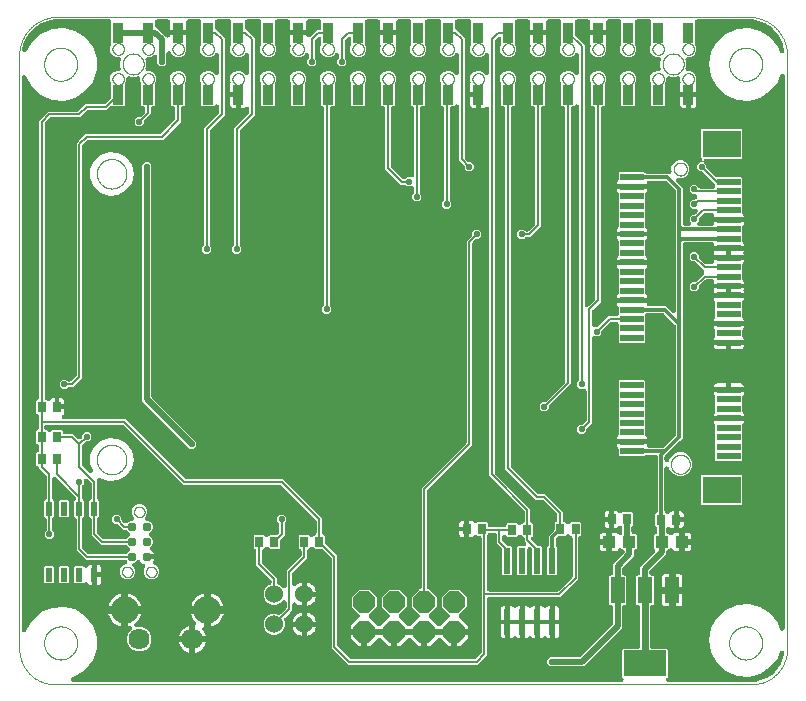
<source format=gtl>
G04 EAGLE Gerber RS-274X export*
G75*
%MOMM*%
%FSLAX34Y34*%
%LPD*%
%INTop copper*%
%IPPOS*%
%AMOC8*
5,1,8,0,0,1.08239X$1,22.5*%
G01*
%ADD10C,0.000000*%
%ADD11R,3.200000X2.300000*%
%ADD12R,2.000000X0.600000*%
%ADD13R,1.219200X2.235200*%
%ADD14R,3.600000X2.200000*%
%ADD15R,0.600000X2.200000*%
%ADD16R,0.700000X0.900000*%
%ADD17R,0.889000X1.680000*%
%ADD18R,0.600000X1.200000*%
%ADD19C,1.783081*%
%ADD20C,2.331719*%
%ADD21C,1.530000*%
%ADD22C,0.787400*%
%ADD23P,1.979475X8X202.500000*%
%ADD24R,1.100000X1.000000*%
%ADD25P,0.543793X8X22.500000*%
%ADD26C,0.609600*%
%ADD27C,0.508000*%
%ADD28C,0.304800*%
%ADD29C,0.203200*%

G36*
X385588Y21339D02*
X385588Y21339D01*
X385615Y21337D01*
X385789Y21359D01*
X385962Y21377D01*
X385988Y21384D01*
X386014Y21388D01*
X386180Y21443D01*
X386347Y21495D01*
X386371Y21508D01*
X386396Y21516D01*
X386548Y21603D01*
X386701Y21687D01*
X386721Y21704D01*
X386745Y21717D01*
X386998Y21932D01*
X390818Y25752D01*
X390835Y25773D01*
X390856Y25790D01*
X390963Y25928D01*
X391073Y26064D01*
X391086Y26087D01*
X391102Y26109D01*
X391180Y26265D01*
X391262Y26419D01*
X391270Y26445D01*
X391282Y26469D01*
X391327Y26638D01*
X391377Y26805D01*
X391379Y26832D01*
X391386Y26858D01*
X391413Y27189D01*
X391413Y123771D01*
X391411Y123788D01*
X391413Y123806D01*
X391392Y123988D01*
X391373Y124171D01*
X391368Y124188D01*
X391366Y124206D01*
X391309Y124381D01*
X391255Y124556D01*
X391247Y124572D01*
X391241Y124589D01*
X391151Y124749D01*
X391063Y124910D01*
X391052Y124924D01*
X391043Y124939D01*
X390923Y125079D01*
X390806Y125219D01*
X390792Y125231D01*
X390780Y125244D01*
X390635Y125357D01*
X390492Y125472D01*
X390476Y125480D01*
X390462Y125491D01*
X390297Y125573D01*
X390135Y125657D01*
X390118Y125662D01*
X390102Y125670D01*
X389923Y125718D01*
X389748Y125769D01*
X389730Y125770D01*
X389713Y125775D01*
X389382Y125802D01*
X387619Y125802D01*
X387415Y126005D01*
X387352Y126057D01*
X387295Y126117D01*
X387196Y126184D01*
X387104Y126260D01*
X387031Y126299D01*
X386964Y126346D01*
X386854Y126393D01*
X386748Y126449D01*
X386669Y126472D01*
X386594Y126505D01*
X386477Y126530D01*
X386362Y126564D01*
X386280Y126571D01*
X386200Y126588D01*
X386080Y126589D01*
X385961Y126600D01*
X385879Y126591D01*
X385797Y126592D01*
X385680Y126570D01*
X385561Y126557D01*
X385483Y126532D01*
X385402Y126517D01*
X385291Y126471D01*
X385177Y126435D01*
X385105Y126396D01*
X385029Y126364D01*
X384929Y126298D01*
X384825Y126240D01*
X384762Y126187D01*
X384694Y126142D01*
X384609Y126057D01*
X384518Y125980D01*
X384467Y125915D01*
X384409Y125857D01*
X384322Y125732D01*
X384268Y125664D01*
X384250Y125628D01*
X384220Y125585D01*
X384178Y125512D01*
X383705Y125039D01*
X383126Y124705D01*
X382480Y124532D01*
X380676Y124532D01*
X380676Y131572D01*
X380676Y131573D01*
X380676Y138613D01*
X382480Y138613D01*
X383126Y138440D01*
X383705Y138106D01*
X384178Y137633D01*
X384220Y137560D01*
X384268Y137494D01*
X384307Y137422D01*
X384385Y137331D01*
X384455Y137233D01*
X384515Y137177D01*
X384568Y137115D01*
X384662Y137041D01*
X384749Y136959D01*
X384819Y136916D01*
X384884Y136865D01*
X384990Y136811D01*
X385092Y136748D01*
X385170Y136720D01*
X385243Y136683D01*
X385358Y136651D01*
X385470Y136610D01*
X385552Y136597D01*
X385631Y136575D01*
X385750Y136566D01*
X385868Y136548D01*
X385950Y136552D01*
X386032Y136546D01*
X386151Y136561D01*
X386270Y136566D01*
X386350Y136586D01*
X386432Y136596D01*
X386545Y136634D01*
X386661Y136663D01*
X386735Y136698D01*
X386813Y136724D01*
X386917Y136784D01*
X387025Y136835D01*
X387091Y136884D01*
X387162Y136925D01*
X387279Y137024D01*
X387348Y137076D01*
X387375Y137106D01*
X387415Y137140D01*
X387619Y137343D01*
X395671Y137343D01*
X396416Y136599D01*
X396416Y135129D01*
X396418Y135111D01*
X396416Y135093D01*
X396437Y134911D01*
X396456Y134728D01*
X396461Y134711D01*
X396463Y134693D01*
X396520Y134519D01*
X396574Y134343D01*
X396582Y134327D01*
X396588Y134310D01*
X396678Y134150D01*
X396766Y133989D01*
X396777Y133975D01*
X396786Y133960D01*
X396906Y133820D01*
X397023Y133680D01*
X397037Y133669D01*
X397049Y133655D01*
X397194Y133542D01*
X397337Y133427D01*
X397353Y133419D01*
X397367Y133408D01*
X397532Y133326D01*
X397694Y133242D01*
X397711Y133237D01*
X397727Y133229D01*
X397906Y133181D01*
X398081Y133130D01*
X398099Y133129D01*
X398116Y133124D01*
X398447Y133097D01*
X410450Y133097D01*
X410468Y133099D01*
X410486Y133098D01*
X410668Y133119D01*
X410851Y133137D01*
X410868Y133142D01*
X410885Y133144D01*
X411060Y133201D01*
X411236Y133255D01*
X411251Y133264D01*
X411268Y133269D01*
X411428Y133360D01*
X411590Y133447D01*
X411603Y133458D01*
X411619Y133467D01*
X411758Y133587D01*
X411899Y133705D01*
X411910Y133719D01*
X411924Y133730D01*
X412036Y133875D01*
X412151Y134019D01*
X412159Y134034D01*
X412170Y134048D01*
X412252Y134213D01*
X412337Y134376D01*
X412342Y134393D01*
X412350Y134409D01*
X412398Y134587D01*
X412448Y134763D01*
X412450Y134781D01*
X412454Y134798D01*
X412481Y135129D01*
X412481Y135837D01*
X413226Y136581D01*
X421278Y136581D01*
X422316Y135544D01*
X422330Y135533D01*
X422341Y135519D01*
X422485Y135405D01*
X422627Y135289D01*
X422643Y135281D01*
X422657Y135269D01*
X422821Y135186D01*
X422983Y135100D01*
X423000Y135095D01*
X423016Y135087D01*
X423193Y135038D01*
X423369Y134985D01*
X423387Y134984D01*
X423404Y134979D01*
X423587Y134966D01*
X423770Y134949D01*
X423788Y134951D01*
X423805Y134950D01*
X423988Y134973D01*
X424170Y134992D01*
X424187Y134998D01*
X424205Y135000D01*
X424379Y135058D01*
X424554Y135114D01*
X424570Y135123D01*
X424586Y135128D01*
X424745Y135220D01*
X424906Y135309D01*
X424920Y135320D01*
X424935Y135329D01*
X425188Y135544D01*
X426258Y136614D01*
X426335Y136621D01*
X426352Y136626D01*
X426369Y136628D01*
X426544Y136685D01*
X426720Y136739D01*
X426735Y136748D01*
X426752Y136753D01*
X426912Y136844D01*
X427074Y136931D01*
X427087Y136942D01*
X427103Y136951D01*
X427242Y137071D01*
X427383Y137189D01*
X427394Y137203D01*
X427408Y137214D01*
X427520Y137359D01*
X427635Y137503D01*
X427643Y137518D01*
X427654Y137532D01*
X427736Y137697D01*
X427821Y137860D01*
X427826Y137877D01*
X427834Y137893D01*
X427882Y138071D01*
X427932Y138247D01*
X427934Y138265D01*
X427938Y138282D01*
X427965Y138613D01*
X427965Y145809D01*
X427963Y145836D01*
X427965Y145863D01*
X427943Y146037D01*
X427925Y146210D01*
X427918Y146236D01*
X427914Y146262D01*
X427859Y146428D01*
X427807Y146595D01*
X427794Y146619D01*
X427786Y146644D01*
X427699Y146795D01*
X427616Y146949D01*
X427598Y146969D01*
X427585Y146993D01*
X427370Y147246D01*
X397763Y176853D01*
X397763Y487178D01*
X397749Y487323D01*
X397742Y487469D01*
X397729Y487523D01*
X397723Y487578D01*
X397680Y487718D01*
X397645Y487860D01*
X397622Y487910D01*
X397605Y487963D01*
X397536Y488092D01*
X397473Y488224D01*
X397440Y488268D01*
X397413Y488317D01*
X397320Y488429D01*
X397233Y488547D01*
X397191Y488584D01*
X397156Y488626D01*
X397042Y488718D01*
X396933Y488816D01*
X396885Y488844D01*
X396842Y488879D01*
X396712Y488946D01*
X396586Y489020D01*
X396534Y489039D01*
X396485Y489064D01*
X396344Y489105D01*
X396206Y489153D01*
X396151Y489160D01*
X396098Y489176D01*
X395952Y489188D01*
X395807Y489207D01*
X395752Y489204D01*
X395696Y489209D01*
X395551Y489192D01*
X395405Y489182D01*
X395352Y489168D01*
X395297Y489162D01*
X395158Y489116D01*
X395016Y489079D01*
X394959Y489052D01*
X394914Y489037D01*
X394841Y488996D01*
X394716Y488937D01*
X393920Y488477D01*
X393274Y488304D01*
X390716Y488304D01*
X390716Y499054D01*
X390714Y499072D01*
X390716Y499089D01*
X390694Y499272D01*
X390676Y499454D01*
X390671Y499471D01*
X390669Y499489D01*
X390612Y499664D01*
X390558Y499839D01*
X390550Y499855D01*
X390544Y499872D01*
X390454Y500032D01*
X390366Y500193D01*
X390355Y500207D01*
X390346Y500223D01*
X390226Y500362D01*
X390109Y500503D01*
X390095Y500514D01*
X390083Y500527D01*
X389938Y500640D01*
X389924Y500651D01*
X389845Y500743D01*
X389727Y500884D01*
X389713Y500895D01*
X389702Y500909D01*
X389557Y501021D01*
X389414Y501136D01*
X389398Y501144D01*
X389384Y501155D01*
X389219Y501237D01*
X389056Y501322D01*
X389039Y501327D01*
X389023Y501335D01*
X388845Y501382D01*
X388669Y501433D01*
X388652Y501435D01*
X388634Y501439D01*
X388304Y501466D01*
X381509Y501466D01*
X381509Y507979D01*
X381682Y508625D01*
X381763Y508766D01*
X381829Y508912D01*
X381901Y509054D01*
X381912Y509095D01*
X381929Y509133D01*
X381965Y509289D01*
X382007Y509443D01*
X382010Y509484D01*
X382019Y509526D01*
X382024Y509685D01*
X382034Y509844D01*
X382029Y509886D01*
X382030Y509928D01*
X382003Y510085D01*
X381982Y510243D01*
X381968Y510288D01*
X381962Y510325D01*
X381930Y510406D01*
X381881Y510559D01*
X381644Y511132D01*
X381644Y513857D01*
X382687Y516375D01*
X384614Y518302D01*
X387132Y519345D01*
X389857Y519345D01*
X392375Y518302D01*
X394296Y516382D01*
X394303Y516376D01*
X394308Y516369D01*
X394458Y516249D01*
X394607Y516126D01*
X394615Y516122D01*
X394622Y516117D01*
X394792Y516028D01*
X394963Y515938D01*
X394972Y515935D01*
X394979Y515931D01*
X395164Y515878D01*
X395349Y515823D01*
X395358Y515822D01*
X395366Y515820D01*
X395557Y515804D01*
X395750Y515787D01*
X395759Y515788D01*
X395768Y515787D01*
X395957Y515809D01*
X396150Y515830D01*
X396159Y515833D01*
X396167Y515834D01*
X396349Y515893D01*
X396534Y515952D01*
X396542Y515956D01*
X396550Y515959D01*
X396719Y516054D01*
X396886Y516146D01*
X396893Y516152D01*
X396901Y516157D01*
X397047Y516283D01*
X397193Y516407D01*
X397199Y516414D01*
X397206Y516420D01*
X397323Y516571D01*
X397443Y516723D01*
X397447Y516731D01*
X397452Y516738D01*
X397538Y516910D01*
X397625Y517082D01*
X397628Y517090D01*
X397632Y517098D01*
X397682Y517284D01*
X397733Y517470D01*
X397734Y517479D01*
X397736Y517487D01*
X397763Y517818D01*
X397763Y532571D01*
X397762Y532580D01*
X397763Y532589D01*
X397742Y532781D01*
X397723Y532972D01*
X397721Y532980D01*
X397720Y532989D01*
X397662Y533172D01*
X397605Y533357D01*
X397601Y533365D01*
X397598Y533373D01*
X397505Y533541D01*
X397413Y533711D01*
X397408Y533718D01*
X397403Y533725D01*
X397278Y533873D01*
X397156Y534020D01*
X397149Y534026D01*
X397143Y534032D01*
X396991Y534152D01*
X396842Y534272D01*
X396834Y534276D01*
X396827Y534282D01*
X396655Y534369D01*
X396485Y534458D01*
X396476Y534460D01*
X396468Y534464D01*
X396282Y534516D01*
X396098Y534569D01*
X396089Y534570D01*
X396080Y534572D01*
X395888Y534586D01*
X395696Y534602D01*
X395688Y534601D01*
X395679Y534602D01*
X395486Y534577D01*
X395297Y534555D01*
X395288Y534552D01*
X395279Y534551D01*
X395096Y534490D01*
X394914Y534430D01*
X394906Y534426D01*
X394898Y534423D01*
X394732Y534328D01*
X394563Y534232D01*
X394556Y534227D01*
X394549Y534222D01*
X394296Y534007D01*
X392375Y532087D01*
X389857Y531044D01*
X387132Y531044D01*
X384614Y532087D01*
X382687Y534014D01*
X381644Y536532D01*
X381644Y539257D01*
X382624Y541624D01*
X382633Y541654D01*
X382647Y541682D01*
X382691Y541847D01*
X382740Y542009D01*
X382743Y542041D01*
X382752Y542071D01*
X382779Y542401D01*
X382779Y560968D01*
X382777Y560986D01*
X382778Y561004D01*
X382757Y561186D01*
X382739Y561369D01*
X382733Y561386D01*
X382731Y561403D01*
X382674Y561578D01*
X382621Y561754D01*
X382612Y561769D01*
X382607Y561786D01*
X382516Y561946D01*
X382429Y562108D01*
X382417Y562121D01*
X382409Y562137D01*
X382288Y562276D01*
X382171Y562417D01*
X382157Y562428D01*
X382145Y562442D01*
X382000Y562554D01*
X381857Y562669D01*
X381841Y562677D01*
X381827Y562688D01*
X381662Y562770D01*
X381500Y562855D01*
X381483Y562860D01*
X381467Y562868D01*
X381289Y562915D01*
X381113Y562966D01*
X381095Y562968D01*
X381078Y562972D01*
X380747Y562999D01*
X370841Y562999D01*
X370824Y562997D01*
X370806Y562999D01*
X370623Y562978D01*
X370441Y562959D01*
X370424Y562954D01*
X370406Y562952D01*
X370231Y562895D01*
X370056Y562841D01*
X370040Y562833D01*
X370023Y562827D01*
X369863Y562737D01*
X369702Y562649D01*
X369688Y562638D01*
X369673Y562629D01*
X369533Y562509D01*
X369393Y562392D01*
X369381Y562378D01*
X369368Y562366D01*
X369255Y562221D01*
X369140Y562078D01*
X369132Y562062D01*
X369121Y562048D01*
X369039Y561883D01*
X368955Y561721D01*
X368950Y561704D01*
X368942Y561688D01*
X368894Y561509D01*
X368843Y561334D01*
X368842Y561316D01*
X368837Y561299D01*
X368810Y560968D01*
X368810Y555962D01*
X368812Y555945D01*
X368810Y555927D01*
X368832Y555745D01*
X368850Y555562D01*
X368855Y555545D01*
X368857Y555527D01*
X368914Y555353D01*
X368968Y555177D01*
X368977Y555161D01*
X368982Y555144D01*
X369073Y554984D01*
X369160Y554823D01*
X369171Y554809D01*
X369180Y554794D01*
X369300Y554654D01*
X369418Y554514D01*
X369432Y554502D01*
X369443Y554489D01*
X369588Y554376D01*
X369687Y554297D01*
X376937Y547047D01*
X376937Y446289D01*
X376939Y446262D01*
X376937Y446235D01*
X376959Y446061D01*
X376977Y445888D01*
X376984Y445862D01*
X376988Y445836D01*
X377043Y445670D01*
X377095Y445503D01*
X377108Y445479D01*
X377116Y445454D01*
X377203Y445302D01*
X377287Y445149D01*
X377304Y445129D01*
X377317Y445105D01*
X377532Y444852D01*
X379856Y442528D01*
X379877Y442511D01*
X379894Y442490D01*
X380032Y442383D01*
X380168Y442273D01*
X380191Y442260D01*
X380213Y442244D01*
X380369Y442166D01*
X380523Y442084D01*
X380549Y442076D01*
X380573Y442064D01*
X380742Y442019D01*
X380909Y441969D01*
X380936Y441967D01*
X380962Y441960D01*
X381293Y441933D01*
X382567Y441933D01*
X384783Y439717D01*
X384783Y436583D01*
X382567Y434367D01*
X379433Y434367D01*
X377217Y436583D01*
X377217Y437857D01*
X377215Y437884D01*
X377217Y437911D01*
X377195Y438085D01*
X377177Y438258D01*
X377170Y438284D01*
X377166Y438310D01*
X377111Y438476D01*
X377059Y438643D01*
X377046Y438667D01*
X377038Y438692D01*
X376951Y438844D01*
X376867Y438997D01*
X376850Y439017D01*
X376837Y439041D01*
X376622Y439294D01*
X372363Y443553D01*
X372363Y488967D01*
X372362Y488976D01*
X372363Y488985D01*
X372342Y489177D01*
X372323Y489368D01*
X372321Y489377D01*
X372320Y489386D01*
X372262Y489568D01*
X372205Y489753D01*
X372201Y489761D01*
X372198Y489769D01*
X372105Y489938D01*
X372013Y490107D01*
X372008Y490114D01*
X372003Y490122D01*
X371878Y490270D01*
X371756Y490416D01*
X371749Y490422D01*
X371743Y490429D01*
X371592Y490548D01*
X371442Y490669D01*
X371434Y490673D01*
X371427Y490678D01*
X371256Y490765D01*
X371085Y490854D01*
X371076Y490857D01*
X371068Y490861D01*
X370882Y490912D01*
X370698Y490966D01*
X370689Y490966D01*
X370680Y490969D01*
X370488Y490983D01*
X370296Y490998D01*
X370288Y490997D01*
X370279Y490998D01*
X370086Y490974D01*
X369897Y490952D01*
X369888Y490949D01*
X369879Y490948D01*
X369696Y490886D01*
X369514Y490827D01*
X369506Y490822D01*
X369498Y490819D01*
X369332Y490724D01*
X369163Y490629D01*
X369156Y490623D01*
X369149Y490618D01*
X368896Y490404D01*
X368066Y489574D01*
X366268Y489574D01*
X366250Y489572D01*
X366232Y489573D01*
X366050Y489552D01*
X365867Y489534D01*
X365850Y489529D01*
X365833Y489527D01*
X365658Y489470D01*
X365482Y489416D01*
X365467Y489407D01*
X365450Y489402D01*
X365290Y489311D01*
X365128Y489224D01*
X365115Y489213D01*
X365099Y489204D01*
X364960Y489084D01*
X364819Y488966D01*
X364808Y488952D01*
X364794Y488941D01*
X364682Y488796D01*
X364567Y488652D01*
X364559Y488637D01*
X364548Y488623D01*
X364466Y488458D01*
X364381Y488295D01*
X364376Y488278D01*
X364368Y488262D01*
X364321Y488084D01*
X364270Y487908D01*
X364268Y487890D01*
X364264Y487873D01*
X364237Y487543D01*
X364237Y410304D01*
X364239Y410278D01*
X364237Y410251D01*
X364259Y410077D01*
X364277Y409904D01*
X364284Y409878D01*
X364288Y409851D01*
X364343Y409686D01*
X364395Y409519D01*
X364408Y409495D01*
X364416Y409470D01*
X364503Y409318D01*
X364587Y409165D01*
X364604Y409144D01*
X364617Y409121D01*
X364832Y408868D01*
X365733Y407967D01*
X365733Y404833D01*
X363517Y402617D01*
X360383Y402617D01*
X358167Y404833D01*
X358167Y407967D01*
X359068Y408868D01*
X359085Y408889D01*
X359106Y408906D01*
X359213Y409044D01*
X359323Y409179D01*
X359336Y409203D01*
X359352Y409224D01*
X359430Y409381D01*
X359512Y409535D01*
X359520Y409561D01*
X359532Y409585D01*
X359577Y409754D01*
X359627Y409921D01*
X359629Y409948D01*
X359636Y409974D01*
X359663Y410304D01*
X359663Y487543D01*
X359661Y487560D01*
X359663Y487578D01*
X359642Y487760D01*
X359623Y487943D01*
X359618Y487960D01*
X359616Y487978D01*
X359559Y488152D01*
X359505Y488328D01*
X359497Y488344D01*
X359491Y488361D01*
X359401Y488521D01*
X359313Y488682D01*
X359302Y488696D01*
X359293Y488711D01*
X359173Y488851D01*
X359056Y488991D01*
X359042Y489003D01*
X359030Y489016D01*
X358885Y489129D01*
X358742Y489244D01*
X358726Y489252D01*
X358712Y489263D01*
X358547Y489345D01*
X358385Y489429D01*
X358368Y489434D01*
X358352Y489442D01*
X358219Y489478D01*
X357379Y490318D01*
X357379Y507988D01*
X357376Y508019D01*
X357378Y508050D01*
X357356Y508219D01*
X357339Y508388D01*
X357330Y508418D01*
X357326Y508449D01*
X357224Y508765D01*
X356244Y511132D01*
X356244Y513857D01*
X357287Y516375D01*
X359214Y518302D01*
X361732Y519345D01*
X364457Y519345D01*
X366975Y518302D01*
X368896Y516382D01*
X368903Y516376D01*
X368908Y516369D01*
X369058Y516249D01*
X369207Y516126D01*
X369215Y516122D01*
X369222Y516117D01*
X369392Y516028D01*
X369563Y515938D01*
X369572Y515935D01*
X369579Y515931D01*
X369764Y515878D01*
X369949Y515823D01*
X369958Y515822D01*
X369966Y515820D01*
X370157Y515804D01*
X370350Y515787D01*
X370359Y515788D01*
X370368Y515787D01*
X370557Y515809D01*
X370750Y515830D01*
X370759Y515833D01*
X370767Y515834D01*
X370949Y515893D01*
X371134Y515952D01*
X371142Y515956D01*
X371150Y515959D01*
X371319Y516054D01*
X371486Y516146D01*
X371493Y516152D01*
X371501Y516157D01*
X371647Y516283D01*
X371793Y516407D01*
X371799Y516414D01*
X371806Y516420D01*
X371923Y516571D01*
X372043Y516723D01*
X372047Y516731D01*
X372052Y516738D01*
X372138Y516910D01*
X372225Y517082D01*
X372228Y517090D01*
X372232Y517098D01*
X372282Y517284D01*
X372333Y517470D01*
X372334Y517479D01*
X372336Y517487D01*
X372363Y517818D01*
X372363Y532571D01*
X372362Y532580D01*
X372363Y532589D01*
X372342Y532781D01*
X372323Y532972D01*
X372321Y532980D01*
X372320Y532989D01*
X372262Y533172D01*
X372205Y533357D01*
X372201Y533365D01*
X372198Y533373D01*
X372105Y533541D01*
X372013Y533711D01*
X372008Y533718D01*
X372003Y533725D01*
X371878Y533873D01*
X371756Y534020D01*
X371749Y534026D01*
X371743Y534032D01*
X371591Y534152D01*
X371442Y534272D01*
X371434Y534276D01*
X371427Y534282D01*
X371255Y534369D01*
X371085Y534458D01*
X371076Y534460D01*
X371068Y534464D01*
X370882Y534516D01*
X370698Y534569D01*
X370689Y534570D01*
X370680Y534572D01*
X370488Y534586D01*
X370296Y534602D01*
X370288Y534601D01*
X370279Y534602D01*
X370086Y534577D01*
X369897Y534555D01*
X369888Y534552D01*
X369879Y534551D01*
X369696Y534490D01*
X369514Y534430D01*
X369506Y534426D01*
X369498Y534423D01*
X369332Y534328D01*
X369163Y534232D01*
X369156Y534227D01*
X369149Y534222D01*
X368896Y534007D01*
X366975Y532087D01*
X364457Y531044D01*
X361732Y531044D01*
X359214Y532087D01*
X357287Y534014D01*
X356244Y536532D01*
X356244Y539257D01*
X357224Y541624D01*
X357233Y541654D01*
X357247Y541682D01*
X357291Y541847D01*
X357340Y542009D01*
X357343Y542041D01*
X357352Y542071D01*
X357379Y542401D01*
X357379Y560968D01*
X357377Y560986D01*
X357378Y561004D01*
X357357Y561186D01*
X357339Y561369D01*
X357333Y561386D01*
X357331Y561403D01*
X357274Y561578D01*
X357221Y561754D01*
X357212Y561769D01*
X357207Y561786D01*
X357116Y561946D01*
X357029Y562108D01*
X357017Y562121D01*
X357009Y562137D01*
X356888Y562276D01*
X356771Y562417D01*
X356757Y562428D01*
X356745Y562442D01*
X356600Y562554D01*
X356457Y562669D01*
X356441Y562677D01*
X356427Y562688D01*
X356262Y562770D01*
X356100Y562855D01*
X356083Y562860D01*
X356067Y562868D01*
X355889Y562915D01*
X355713Y562966D01*
X355695Y562968D01*
X355678Y562972D01*
X355347Y562999D01*
X345441Y562999D01*
X345424Y562997D01*
X345406Y562999D01*
X345223Y562978D01*
X345041Y562959D01*
X345024Y562954D01*
X345006Y562952D01*
X344831Y562895D01*
X344656Y562841D01*
X344640Y562833D01*
X344623Y562827D01*
X344463Y562737D01*
X344302Y562649D01*
X344288Y562638D01*
X344273Y562629D01*
X344133Y562509D01*
X343993Y562392D01*
X343981Y562378D01*
X343968Y562366D01*
X343855Y562221D01*
X343740Y562078D01*
X343732Y562062D01*
X343721Y562048D01*
X343639Y561883D01*
X343555Y561721D01*
X343550Y561704D01*
X343542Y561688D01*
X343494Y561509D01*
X343443Y561334D01*
X343442Y561316D01*
X343437Y561299D01*
X343410Y560968D01*
X343410Y542401D01*
X343413Y542370D01*
X343411Y542339D01*
X343433Y542170D01*
X343450Y542001D01*
X343459Y541971D01*
X343463Y541940D01*
X343565Y541624D01*
X344545Y539257D01*
X344545Y536532D01*
X343502Y534014D01*
X341575Y532087D01*
X339057Y531044D01*
X336332Y531044D01*
X333814Y532087D01*
X331887Y534014D01*
X330844Y536532D01*
X330844Y539257D01*
X331824Y541624D01*
X331833Y541654D01*
X331847Y541682D01*
X331891Y541847D01*
X331940Y542009D01*
X331943Y542041D01*
X331952Y542071D01*
X331979Y542401D01*
X331979Y560968D01*
X331977Y560986D01*
X331978Y561004D01*
X331957Y561186D01*
X331939Y561369D01*
X331933Y561386D01*
X331931Y561403D01*
X331874Y561578D01*
X331821Y561754D01*
X331812Y561769D01*
X331807Y561786D01*
X331716Y561946D01*
X331629Y562108D01*
X331617Y562121D01*
X331609Y562137D01*
X331488Y562276D01*
X331371Y562417D01*
X331357Y562428D01*
X331345Y562442D01*
X331200Y562554D01*
X331057Y562669D01*
X331041Y562677D01*
X331027Y562688D01*
X330862Y562770D01*
X330700Y562855D01*
X330683Y562860D01*
X330667Y562868D01*
X330489Y562915D01*
X330313Y562966D01*
X330295Y562968D01*
X330278Y562972D01*
X329947Y562999D01*
X321225Y562999D01*
X321143Y562991D01*
X321061Y562993D01*
X320943Y562971D01*
X320825Y562959D01*
X320746Y562935D01*
X320665Y562921D01*
X320554Y562876D01*
X320440Y562841D01*
X320367Y562802D01*
X320291Y562772D01*
X320191Y562706D01*
X320086Y562649D01*
X320022Y562597D01*
X319954Y562552D01*
X319868Y562468D01*
X319776Y562392D01*
X319725Y562328D01*
X319666Y562270D01*
X319599Y562171D01*
X319524Y562078D01*
X319486Y562005D01*
X319440Y561937D01*
X319393Y561827D01*
X319338Y561721D01*
X319316Y561642D01*
X319284Y561566D01*
X319260Y561449D01*
X319227Y561334D01*
X319220Y561252D01*
X319204Y561171D01*
X319204Y561052D01*
X319194Y560932D01*
X319204Y560851D01*
X319204Y560769D01*
X319231Y560619D01*
X319241Y560533D01*
X319254Y560494D01*
X319263Y560442D01*
X319280Y560379D01*
X319280Y553866D01*
X312485Y553866D01*
X312467Y553864D01*
X312450Y553866D01*
X312309Y553849D01*
X312104Y553866D01*
X305309Y553866D01*
X305309Y560379D01*
X305326Y560442D01*
X305339Y560523D01*
X305362Y560602D01*
X305371Y560722D01*
X305391Y560840D01*
X305388Y560922D01*
X305394Y561004D01*
X305381Y561122D01*
X305376Y561242D01*
X305357Y561322D01*
X305348Y561403D01*
X305311Y561517D01*
X305283Y561633D01*
X305248Y561708D01*
X305223Y561786D01*
X305164Y561890D01*
X305114Y561999D01*
X305065Y562065D01*
X305025Y562137D01*
X304947Y562227D01*
X304876Y562324D01*
X304815Y562379D01*
X304762Y562442D01*
X304667Y562515D01*
X304579Y562596D01*
X304508Y562638D01*
X304444Y562688D01*
X304337Y562741D01*
X304234Y562803D01*
X304157Y562831D01*
X304083Y562868D01*
X303967Y562899D01*
X303855Y562939D01*
X303774Y562951D01*
X303694Y562972D01*
X303542Y562985D01*
X303457Y562997D01*
X303416Y562995D01*
X303364Y562999D01*
X294641Y562999D01*
X294624Y562997D01*
X294606Y562999D01*
X294423Y562978D01*
X294241Y562959D01*
X294224Y562954D01*
X294206Y562952D01*
X294031Y562895D01*
X293856Y562841D01*
X293840Y562833D01*
X293823Y562827D01*
X293663Y562737D01*
X293502Y562649D01*
X293488Y562638D01*
X293473Y562629D01*
X293333Y562509D01*
X293193Y562392D01*
X293181Y562378D01*
X293168Y562366D01*
X293055Y562221D01*
X292940Y562078D01*
X292932Y562062D01*
X292921Y562048D01*
X292839Y561883D01*
X292755Y561721D01*
X292750Y561704D01*
X292742Y561688D01*
X292694Y561509D01*
X292643Y561334D01*
X292642Y561316D01*
X292637Y561299D01*
X292610Y560968D01*
X292610Y542401D01*
X292613Y542370D01*
X292611Y542339D01*
X292633Y542170D01*
X292650Y542001D01*
X292659Y541971D01*
X292663Y541940D01*
X292765Y541624D01*
X293745Y539257D01*
X293745Y536532D01*
X292702Y534014D01*
X290775Y532087D01*
X288257Y531044D01*
X285532Y531044D01*
X283014Y532087D01*
X281087Y534014D01*
X280044Y536532D01*
X280044Y539257D01*
X281024Y541624D01*
X281033Y541654D01*
X281047Y541682D01*
X281091Y541847D01*
X281140Y542009D01*
X281143Y542041D01*
X281152Y542071D01*
X281179Y542401D01*
X281179Y546091D01*
X281178Y546100D01*
X281179Y546109D01*
X281158Y546300D01*
X281139Y546491D01*
X281136Y546500D01*
X281135Y546509D01*
X281077Y546691D01*
X281021Y546876D01*
X281016Y546884D01*
X281014Y546893D01*
X280921Y547061D01*
X280829Y547230D01*
X280823Y547237D01*
X280819Y547245D01*
X280693Y547393D01*
X280571Y547540D01*
X280564Y547545D01*
X280558Y547552D01*
X280407Y547672D01*
X280257Y547792D01*
X280249Y547796D01*
X280242Y547802D01*
X280071Y547889D01*
X279900Y547977D01*
X279891Y547980D01*
X279883Y547984D01*
X279698Y548036D01*
X279513Y548089D01*
X279504Y548090D01*
X279496Y548092D01*
X279303Y548106D01*
X279112Y548122D01*
X279103Y548121D01*
X279094Y548121D01*
X278901Y548097D01*
X278712Y548075D01*
X278704Y548072D01*
X278695Y548071D01*
X278512Y548010D01*
X278329Y547950D01*
X278321Y547946D01*
X278313Y547943D01*
X278147Y547847D01*
X277979Y547752D01*
X277972Y547746D01*
X277964Y547742D01*
X277711Y547527D01*
X275932Y545748D01*
X275915Y545727D01*
X275894Y545710D01*
X275788Y545572D01*
X275677Y545436D01*
X275664Y545413D01*
X275648Y545391D01*
X275570Y545235D01*
X275488Y545081D01*
X275480Y545055D01*
X275468Y545031D01*
X275423Y544862D01*
X275373Y544695D01*
X275371Y544668D01*
X275364Y544642D01*
X275337Y544311D01*
X275337Y530954D01*
X275339Y530928D01*
X275337Y530901D01*
X275359Y530727D01*
X275377Y530554D01*
X275384Y530528D01*
X275388Y530501D01*
X275443Y530336D01*
X275495Y530169D01*
X275508Y530145D01*
X275516Y530120D01*
X275604Y529968D01*
X275687Y529815D01*
X275704Y529794D01*
X275717Y529771D01*
X275932Y529518D01*
X276833Y528617D01*
X276833Y525483D01*
X274617Y523267D01*
X271483Y523267D01*
X269267Y525483D01*
X269267Y528617D01*
X270168Y529518D01*
X270185Y529539D01*
X270206Y529556D01*
X270313Y529694D01*
X270423Y529829D01*
X270436Y529853D01*
X270452Y529874D01*
X270530Y530031D01*
X270612Y530185D01*
X270620Y530211D01*
X270632Y530235D01*
X270677Y530404D01*
X270727Y530571D01*
X270729Y530598D01*
X270736Y530624D01*
X270763Y530954D01*
X270763Y532571D01*
X270762Y532580D01*
X270763Y532589D01*
X270742Y532781D01*
X270723Y532972D01*
X270721Y532980D01*
X270720Y532989D01*
X270662Y533172D01*
X270605Y533357D01*
X270601Y533365D01*
X270598Y533373D01*
X270505Y533541D01*
X270413Y533711D01*
X270408Y533718D01*
X270403Y533725D01*
X270278Y533873D01*
X270156Y534020D01*
X270149Y534026D01*
X270143Y534032D01*
X269991Y534152D01*
X269842Y534272D01*
X269834Y534276D01*
X269827Y534282D01*
X269655Y534369D01*
X269485Y534458D01*
X269476Y534460D01*
X269468Y534464D01*
X269282Y534516D01*
X269098Y534569D01*
X269089Y534570D01*
X269080Y534572D01*
X268888Y534586D01*
X268696Y534602D01*
X268688Y534601D01*
X268679Y534602D01*
X268486Y534577D01*
X268297Y534555D01*
X268288Y534552D01*
X268279Y534551D01*
X268096Y534490D01*
X267914Y534430D01*
X267906Y534426D01*
X267898Y534423D01*
X267732Y534328D01*
X267563Y534232D01*
X267556Y534227D01*
X267549Y534222D01*
X267296Y534007D01*
X265375Y532087D01*
X262857Y531044D01*
X260132Y531044D01*
X257614Y532087D01*
X255687Y534014D01*
X254644Y536532D01*
X254644Y539257D01*
X255624Y541624D01*
X255633Y541654D01*
X255647Y541682D01*
X255691Y541847D01*
X255740Y542009D01*
X255743Y542041D01*
X255752Y542071D01*
X255779Y542401D01*
X255779Y546091D01*
X255778Y546100D01*
X255779Y546109D01*
X255758Y546300D01*
X255739Y546491D01*
X255736Y546500D01*
X255735Y546509D01*
X255677Y546691D01*
X255621Y546876D01*
X255616Y546884D01*
X255614Y546893D01*
X255521Y547061D01*
X255429Y547230D01*
X255423Y547237D01*
X255419Y547245D01*
X255293Y547393D01*
X255171Y547540D01*
X255164Y547545D01*
X255158Y547552D01*
X255007Y547672D01*
X254857Y547792D01*
X254849Y547796D01*
X254842Y547802D01*
X254671Y547889D01*
X254500Y547977D01*
X254491Y547980D01*
X254483Y547984D01*
X254298Y548036D01*
X254113Y548089D01*
X254104Y548090D01*
X254096Y548092D01*
X253903Y548106D01*
X253712Y548122D01*
X253703Y548121D01*
X253694Y548121D01*
X253501Y548097D01*
X253312Y548075D01*
X253304Y548072D01*
X253295Y548071D01*
X253112Y548010D01*
X252929Y547950D01*
X252921Y547946D01*
X252913Y547943D01*
X252747Y547847D01*
X252579Y547752D01*
X252572Y547746D01*
X252564Y547742D01*
X252311Y547527D01*
X250532Y545748D01*
X250515Y545727D01*
X250494Y545710D01*
X250388Y545572D01*
X250277Y545436D01*
X250264Y545413D01*
X250248Y545391D01*
X250170Y545235D01*
X250088Y545081D01*
X250080Y545055D01*
X250068Y545031D01*
X250023Y544862D01*
X249973Y544695D01*
X249971Y544668D01*
X249964Y544642D01*
X249937Y544311D01*
X249937Y530954D01*
X249939Y530928D01*
X249937Y530901D01*
X249959Y530727D01*
X249977Y530554D01*
X249984Y530528D01*
X249988Y530501D01*
X250043Y530336D01*
X250095Y530169D01*
X250108Y530145D01*
X250116Y530120D01*
X250204Y529968D01*
X250287Y529815D01*
X250304Y529794D01*
X250317Y529771D01*
X250532Y529518D01*
X251433Y528617D01*
X251433Y525483D01*
X249217Y523267D01*
X246083Y523267D01*
X243867Y525483D01*
X243867Y528617D01*
X244768Y529518D01*
X244785Y529539D01*
X244806Y529556D01*
X244913Y529694D01*
X245023Y529829D01*
X245036Y529853D01*
X245052Y529874D01*
X245130Y530031D01*
X245212Y530185D01*
X245220Y530211D01*
X245232Y530235D01*
X245277Y530404D01*
X245327Y530571D01*
X245329Y530598D01*
X245336Y530624D01*
X245363Y530954D01*
X245363Y532571D01*
X245362Y532580D01*
X245363Y532589D01*
X245342Y532781D01*
X245323Y532972D01*
X245321Y532980D01*
X245320Y532989D01*
X245262Y533172D01*
X245205Y533357D01*
X245201Y533365D01*
X245198Y533373D01*
X245105Y533541D01*
X245013Y533711D01*
X245008Y533718D01*
X245003Y533725D01*
X244878Y533873D01*
X244756Y534020D01*
X244749Y534026D01*
X244743Y534032D01*
X244591Y534152D01*
X244442Y534272D01*
X244434Y534276D01*
X244427Y534282D01*
X244255Y534369D01*
X244085Y534458D01*
X244076Y534460D01*
X244068Y534464D01*
X243882Y534516D01*
X243698Y534569D01*
X243689Y534570D01*
X243680Y534572D01*
X243488Y534586D01*
X243296Y534602D01*
X243288Y534601D01*
X243279Y534602D01*
X243086Y534577D01*
X242897Y534555D01*
X242888Y534552D01*
X242879Y534551D01*
X242696Y534490D01*
X242514Y534430D01*
X242506Y534426D01*
X242498Y534423D01*
X242332Y534328D01*
X242163Y534232D01*
X242156Y534227D01*
X242149Y534222D01*
X241896Y534007D01*
X239975Y532087D01*
X237457Y531044D01*
X234732Y531044D01*
X232214Y532087D01*
X230287Y534014D01*
X229244Y536532D01*
X229244Y539257D01*
X229601Y540121D01*
X229647Y540273D01*
X229700Y540424D01*
X229706Y540466D01*
X229718Y540506D01*
X229733Y540664D01*
X229755Y540823D01*
X229752Y540865D01*
X229756Y540907D01*
X229740Y541065D01*
X229730Y541225D01*
X229719Y541266D01*
X229714Y541307D01*
X229667Y541460D01*
X229626Y541614D01*
X229605Y541657D01*
X229595Y541692D01*
X229553Y541769D01*
X229484Y541914D01*
X229282Y542264D01*
X229109Y542910D01*
X229109Y549423D01*
X235904Y549423D01*
X235921Y549424D01*
X235939Y549423D01*
X236080Y549440D01*
X236285Y549423D01*
X243104Y549423D01*
X243120Y549267D01*
X243123Y549259D01*
X243124Y549250D01*
X243181Y549067D01*
X243238Y548882D01*
X243242Y548874D01*
X243245Y548866D01*
X243338Y548698D01*
X243430Y548528D01*
X243436Y548521D01*
X243440Y548514D01*
X243565Y548367D01*
X243688Y548219D01*
X243695Y548213D01*
X243700Y548207D01*
X243851Y548088D01*
X244001Y547967D01*
X244009Y547963D01*
X244016Y547957D01*
X244189Y547869D01*
X244359Y547781D01*
X244367Y547779D01*
X244375Y547775D01*
X244562Y547723D01*
X244746Y547670D01*
X244754Y547669D01*
X244763Y547667D01*
X244956Y547653D01*
X245147Y547637D01*
X245156Y547638D01*
X245165Y547637D01*
X245357Y547662D01*
X245547Y547684D01*
X245555Y547687D01*
X245564Y547688D01*
X245747Y547749D01*
X245929Y547809D01*
X245937Y547813D01*
X245946Y547816D01*
X246113Y547912D01*
X246280Y548007D01*
X246287Y548012D01*
X246295Y548017D01*
X246548Y548232D01*
X250313Y551997D01*
X252247Y553931D01*
X253747Y553931D01*
X253765Y553933D01*
X253783Y553932D01*
X253965Y553953D01*
X254148Y553971D01*
X254165Y553976D01*
X254183Y553978D01*
X254357Y554035D01*
X254533Y554089D01*
X254549Y554098D01*
X254566Y554103D01*
X254726Y554194D01*
X254887Y554281D01*
X254901Y554292D01*
X254916Y554301D01*
X255055Y554421D01*
X255196Y554539D01*
X255207Y554553D01*
X255221Y554564D01*
X255333Y554709D01*
X255449Y554853D01*
X255457Y554868D01*
X255468Y554882D01*
X255550Y555047D01*
X255634Y555210D01*
X255639Y555227D01*
X255647Y555243D01*
X255695Y555421D01*
X255745Y555597D01*
X255747Y555615D01*
X255752Y555632D01*
X255779Y555962D01*
X255779Y560968D01*
X255777Y560986D01*
X255778Y561004D01*
X255757Y561186D01*
X255739Y561369D01*
X255733Y561386D01*
X255731Y561403D01*
X255674Y561578D01*
X255621Y561754D01*
X255612Y561769D01*
X255607Y561786D01*
X255516Y561946D01*
X255429Y562108D01*
X255417Y562121D01*
X255409Y562137D01*
X255288Y562276D01*
X255171Y562417D01*
X255157Y562428D01*
X255145Y562442D01*
X255000Y562554D01*
X254857Y562669D01*
X254841Y562677D01*
X254827Y562688D01*
X254662Y562770D01*
X254500Y562855D01*
X254483Y562860D01*
X254467Y562868D01*
X254289Y562915D01*
X254113Y562966D01*
X254095Y562968D01*
X254078Y562972D01*
X253747Y562999D01*
X245025Y562999D01*
X244943Y562991D01*
X244861Y562993D01*
X244743Y562971D01*
X244625Y562959D01*
X244546Y562935D01*
X244465Y562921D01*
X244354Y562876D01*
X244240Y562841D01*
X244167Y562802D01*
X244091Y562772D01*
X243991Y562706D01*
X243886Y562649D01*
X243822Y562597D01*
X243754Y562552D01*
X243668Y562468D01*
X243576Y562392D01*
X243525Y562328D01*
X243466Y562270D01*
X243399Y562171D01*
X243324Y562078D01*
X243286Y562005D01*
X243240Y561937D01*
X243193Y561827D01*
X243138Y561721D01*
X243116Y561642D01*
X243084Y561566D01*
X243060Y561449D01*
X243027Y561334D01*
X243020Y561252D01*
X243004Y561171D01*
X243004Y561052D01*
X242994Y560932D01*
X243004Y560851D01*
X243004Y560769D01*
X243031Y560619D01*
X243041Y560533D01*
X243054Y560494D01*
X243063Y560442D01*
X243080Y560379D01*
X243080Y553866D01*
X236285Y553866D01*
X236267Y553864D01*
X236250Y553866D01*
X236109Y553849D01*
X235904Y553866D01*
X229109Y553866D01*
X229109Y560379D01*
X229126Y560442D01*
X229139Y560523D01*
X229162Y560602D01*
X229171Y560722D01*
X229191Y560840D01*
X229188Y560922D01*
X229194Y561004D01*
X229181Y561122D01*
X229176Y561242D01*
X229157Y561322D01*
X229148Y561403D01*
X229111Y561517D01*
X229083Y561633D01*
X229048Y561708D01*
X229023Y561786D01*
X228964Y561890D01*
X228914Y561999D01*
X228865Y562065D01*
X228825Y562137D01*
X228747Y562227D01*
X228676Y562324D01*
X228615Y562379D01*
X228562Y562442D01*
X228467Y562515D01*
X228379Y562596D01*
X228308Y562638D01*
X228244Y562688D01*
X228137Y562741D01*
X228034Y562803D01*
X227957Y562831D01*
X227883Y562868D01*
X227767Y562899D01*
X227655Y562939D01*
X227574Y562951D01*
X227494Y562972D01*
X227342Y562985D01*
X227257Y562997D01*
X227216Y562995D01*
X227164Y562999D01*
X218441Y562999D01*
X218424Y562997D01*
X218406Y562999D01*
X218223Y562978D01*
X218041Y562959D01*
X218024Y562954D01*
X218006Y562952D01*
X217831Y562895D01*
X217656Y562841D01*
X217640Y562833D01*
X217623Y562827D01*
X217463Y562737D01*
X217302Y562649D01*
X217288Y562638D01*
X217273Y562629D01*
X217133Y562509D01*
X216993Y562392D01*
X216981Y562378D01*
X216968Y562366D01*
X216855Y562221D01*
X216740Y562078D01*
X216732Y562062D01*
X216721Y562048D01*
X216639Y561883D01*
X216555Y561721D01*
X216550Y561704D01*
X216542Y561688D01*
X216494Y561509D01*
X216443Y561334D01*
X216442Y561316D01*
X216437Y561299D01*
X216410Y560968D01*
X216410Y542401D01*
X216413Y542370D01*
X216411Y542339D01*
X216433Y542170D01*
X216450Y542001D01*
X216459Y541971D01*
X216463Y541940D01*
X216565Y541624D01*
X217545Y539257D01*
X217545Y536532D01*
X216502Y534014D01*
X214575Y532087D01*
X212057Y531044D01*
X209332Y531044D01*
X206814Y532087D01*
X204887Y534014D01*
X203844Y536532D01*
X203844Y539257D01*
X204824Y541624D01*
X204833Y541654D01*
X204847Y541682D01*
X204891Y541847D01*
X204940Y542009D01*
X204943Y542041D01*
X204952Y542071D01*
X204979Y542401D01*
X204979Y560968D01*
X204977Y560986D01*
X204978Y561004D01*
X204957Y561186D01*
X204939Y561369D01*
X204933Y561386D01*
X204931Y561403D01*
X204874Y561578D01*
X204821Y561754D01*
X204812Y561769D01*
X204807Y561786D01*
X204716Y561946D01*
X204629Y562108D01*
X204617Y562121D01*
X204609Y562137D01*
X204488Y562276D01*
X204371Y562417D01*
X204357Y562428D01*
X204345Y562442D01*
X204200Y562554D01*
X204057Y562669D01*
X204041Y562677D01*
X204027Y562688D01*
X203862Y562770D01*
X203700Y562855D01*
X203683Y562860D01*
X203667Y562868D01*
X203489Y562915D01*
X203313Y562966D01*
X203295Y562968D01*
X203278Y562972D01*
X202947Y562999D01*
X193041Y562999D01*
X193024Y562997D01*
X193006Y562999D01*
X192823Y562978D01*
X192641Y562959D01*
X192624Y562954D01*
X192606Y562952D01*
X192431Y562895D01*
X192256Y562841D01*
X192240Y562833D01*
X192223Y562827D01*
X192063Y562737D01*
X191902Y562649D01*
X191888Y562638D01*
X191873Y562629D01*
X191733Y562509D01*
X191593Y562392D01*
X191581Y562378D01*
X191568Y562366D01*
X191455Y562221D01*
X191340Y562078D01*
X191332Y562062D01*
X191321Y562048D01*
X191239Y561883D01*
X191155Y561721D01*
X191150Y561704D01*
X191142Y561688D01*
X191094Y561509D01*
X191043Y561334D01*
X191042Y561316D01*
X191037Y561299D01*
X191010Y560968D01*
X191010Y555962D01*
X191012Y555945D01*
X191010Y555927D01*
X191032Y555745D01*
X191050Y555562D01*
X191055Y555545D01*
X191057Y555527D01*
X191114Y555353D01*
X191168Y555177D01*
X191177Y555161D01*
X191182Y555144D01*
X191273Y554984D01*
X191360Y554823D01*
X191371Y554809D01*
X191380Y554794D01*
X191500Y554654D01*
X191618Y554514D01*
X191632Y554502D01*
X191643Y554489D01*
X191788Y554376D01*
X191887Y554297D01*
X199137Y547047D01*
X199137Y481653D01*
X197202Y479719D01*
X197202Y479718D01*
X187032Y469548D01*
X187015Y469527D01*
X186994Y469510D01*
X186887Y469372D01*
X186777Y469236D01*
X186764Y469213D01*
X186748Y469191D01*
X186670Y469035D01*
X186588Y468881D01*
X186580Y468855D01*
X186568Y468831D01*
X186523Y468662D01*
X186473Y468495D01*
X186471Y468468D01*
X186464Y468442D01*
X186437Y468111D01*
X186437Y372204D01*
X186439Y372178D01*
X186437Y372151D01*
X186459Y371977D01*
X186477Y371804D01*
X186484Y371778D01*
X186488Y371751D01*
X186543Y371586D01*
X186595Y371419D01*
X186608Y371395D01*
X186616Y371370D01*
X186703Y371218D01*
X186787Y371065D01*
X186804Y371044D01*
X186817Y371021D01*
X187032Y370768D01*
X187933Y369867D01*
X187933Y366733D01*
X185717Y364517D01*
X182583Y364517D01*
X180367Y366733D01*
X180367Y369867D01*
X181268Y370768D01*
X181285Y370789D01*
X181306Y370806D01*
X181413Y370944D01*
X181523Y371079D01*
X181536Y371103D01*
X181552Y371124D01*
X181630Y371281D01*
X181712Y371435D01*
X181720Y371461D01*
X181732Y371485D01*
X181777Y371654D01*
X181827Y371821D01*
X181829Y371848D01*
X181836Y371874D01*
X181863Y372204D01*
X181863Y470847D01*
X193968Y482952D01*
X193985Y482973D01*
X194006Y482990D01*
X194113Y483128D01*
X194223Y483264D01*
X194236Y483287D01*
X194252Y483309D01*
X194330Y483465D01*
X194412Y483619D01*
X194420Y483645D01*
X194432Y483669D01*
X194477Y483838D01*
X194527Y484005D01*
X194529Y484032D01*
X194536Y484058D01*
X194563Y484389D01*
X194563Y487178D01*
X194549Y487323D01*
X194542Y487469D01*
X194529Y487523D01*
X194523Y487578D01*
X194480Y487718D01*
X194445Y487860D01*
X194422Y487910D01*
X194405Y487963D01*
X194336Y488092D01*
X194273Y488224D01*
X194240Y488268D01*
X194213Y488317D01*
X194120Y488429D01*
X194033Y488547D01*
X193991Y488584D01*
X193956Y488626D01*
X193842Y488718D01*
X193733Y488816D01*
X193685Y488844D01*
X193642Y488879D01*
X193512Y488946D01*
X193386Y489020D01*
X193334Y489039D01*
X193285Y489064D01*
X193144Y489105D01*
X193006Y489153D01*
X192951Y489160D01*
X192898Y489176D01*
X192752Y489188D01*
X192607Y489207D01*
X192552Y489204D01*
X192496Y489209D01*
X192351Y489192D01*
X192205Y489182D01*
X192152Y489168D01*
X192097Y489162D01*
X191958Y489116D01*
X191816Y489079D01*
X191759Y489052D01*
X191714Y489037D01*
X191641Y488996D01*
X191516Y488937D01*
X190720Y488477D01*
X190074Y488304D01*
X187516Y488304D01*
X187516Y499054D01*
X187514Y499072D01*
X187516Y499089D01*
X187494Y499272D01*
X187476Y499454D01*
X187471Y499471D01*
X187469Y499489D01*
X187412Y499664D01*
X187358Y499839D01*
X187350Y499855D01*
X187344Y499872D01*
X187254Y500032D01*
X187166Y500193D01*
X187155Y500207D01*
X187146Y500223D01*
X187026Y500362D01*
X186909Y500503D01*
X186895Y500514D01*
X186883Y500527D01*
X186738Y500640D01*
X186724Y500651D01*
X186645Y500743D01*
X186527Y500884D01*
X186513Y500895D01*
X186502Y500909D01*
X186357Y501021D01*
X186214Y501136D01*
X186198Y501144D01*
X186184Y501155D01*
X186019Y501237D01*
X185856Y501322D01*
X185839Y501327D01*
X185823Y501335D01*
X185645Y501382D01*
X185469Y501433D01*
X185452Y501435D01*
X185434Y501439D01*
X185104Y501466D01*
X178309Y501466D01*
X178309Y507979D01*
X178482Y508625D01*
X178563Y508766D01*
X178629Y508912D01*
X178701Y509054D01*
X178712Y509095D01*
X178729Y509133D01*
X178765Y509289D01*
X178807Y509443D01*
X178810Y509485D01*
X178819Y509526D01*
X178824Y509685D01*
X178834Y509844D01*
X178829Y509886D01*
X178830Y509928D01*
X178803Y510086D01*
X178782Y510243D01*
X178768Y510288D01*
X178762Y510325D01*
X178730Y510406D01*
X178681Y510559D01*
X178444Y511132D01*
X178444Y513857D01*
X179487Y516375D01*
X181414Y518302D01*
X183932Y519345D01*
X186657Y519345D01*
X189175Y518302D01*
X191096Y516382D01*
X191103Y516376D01*
X191108Y516369D01*
X191258Y516249D01*
X191407Y516126D01*
X191415Y516122D01*
X191422Y516117D01*
X191592Y516028D01*
X191763Y515938D01*
X191772Y515935D01*
X191779Y515931D01*
X191964Y515878D01*
X192149Y515823D01*
X192158Y515822D01*
X192166Y515820D01*
X192357Y515804D01*
X192550Y515787D01*
X192559Y515788D01*
X192568Y515787D01*
X192757Y515809D01*
X192950Y515830D01*
X192959Y515833D01*
X192967Y515834D01*
X193149Y515893D01*
X193334Y515952D01*
X193342Y515956D01*
X193350Y515959D01*
X193519Y516054D01*
X193686Y516146D01*
X193693Y516152D01*
X193701Y516157D01*
X193847Y516283D01*
X193993Y516407D01*
X193999Y516414D01*
X194006Y516420D01*
X194123Y516571D01*
X194243Y516723D01*
X194247Y516731D01*
X194252Y516738D01*
X194338Y516910D01*
X194425Y517082D01*
X194428Y517090D01*
X194432Y517098D01*
X194482Y517284D01*
X194533Y517470D01*
X194534Y517479D01*
X194536Y517487D01*
X194563Y517818D01*
X194563Y532571D01*
X194562Y532580D01*
X194563Y532589D01*
X194542Y532781D01*
X194523Y532972D01*
X194521Y532980D01*
X194520Y532989D01*
X194462Y533172D01*
X194405Y533357D01*
X194401Y533365D01*
X194398Y533373D01*
X194305Y533541D01*
X194213Y533711D01*
X194208Y533718D01*
X194203Y533725D01*
X194078Y533873D01*
X193956Y534020D01*
X193949Y534026D01*
X193943Y534032D01*
X193791Y534152D01*
X193642Y534272D01*
X193634Y534276D01*
X193627Y534282D01*
X193455Y534369D01*
X193285Y534458D01*
X193276Y534460D01*
X193268Y534464D01*
X193082Y534516D01*
X192898Y534569D01*
X192889Y534570D01*
X192880Y534572D01*
X192688Y534586D01*
X192496Y534602D01*
X192488Y534601D01*
X192479Y534602D01*
X192286Y534577D01*
X192097Y534555D01*
X192088Y534552D01*
X192079Y534551D01*
X191896Y534490D01*
X191714Y534430D01*
X191706Y534426D01*
X191698Y534423D01*
X191532Y534328D01*
X191363Y534232D01*
X191356Y534227D01*
X191349Y534222D01*
X191096Y534007D01*
X189175Y532087D01*
X186657Y531044D01*
X183932Y531044D01*
X181414Y532087D01*
X179487Y534014D01*
X178444Y536532D01*
X178444Y539257D01*
X179424Y541624D01*
X179433Y541654D01*
X179447Y541682D01*
X179491Y541847D01*
X179540Y542009D01*
X179543Y542041D01*
X179552Y542071D01*
X179579Y542401D01*
X179579Y560968D01*
X179577Y560986D01*
X179578Y561004D01*
X179557Y561186D01*
X179539Y561369D01*
X179533Y561386D01*
X179531Y561403D01*
X179474Y561578D01*
X179421Y561754D01*
X179412Y561769D01*
X179407Y561786D01*
X179316Y561946D01*
X179229Y562108D01*
X179217Y562121D01*
X179209Y562137D01*
X179088Y562276D01*
X178971Y562417D01*
X178957Y562428D01*
X178945Y562442D01*
X178800Y562554D01*
X178657Y562669D01*
X178641Y562677D01*
X178627Y562688D01*
X178462Y562770D01*
X178300Y562855D01*
X178283Y562860D01*
X178267Y562868D01*
X178089Y562915D01*
X177913Y562966D01*
X177895Y562968D01*
X177878Y562972D01*
X177547Y562999D01*
X167641Y562999D01*
X167624Y562997D01*
X167606Y562999D01*
X167423Y562978D01*
X167241Y562959D01*
X167224Y562954D01*
X167206Y562952D01*
X167031Y562895D01*
X166856Y562841D01*
X166840Y562833D01*
X166823Y562827D01*
X166663Y562737D01*
X166502Y562649D01*
X166488Y562638D01*
X166473Y562629D01*
X166333Y562509D01*
X166193Y562392D01*
X166181Y562378D01*
X166168Y562366D01*
X166055Y562221D01*
X165940Y562078D01*
X165932Y562062D01*
X165921Y562048D01*
X165839Y561883D01*
X165755Y561721D01*
X165750Y561704D01*
X165742Y561688D01*
X165694Y561509D01*
X165643Y561334D01*
X165642Y561316D01*
X165637Y561299D01*
X165610Y560968D01*
X165610Y555962D01*
X165612Y555945D01*
X165610Y555927D01*
X165632Y555745D01*
X165650Y555562D01*
X165655Y555545D01*
X165657Y555527D01*
X165714Y555353D01*
X165768Y555177D01*
X165777Y555161D01*
X165782Y555144D01*
X165873Y554984D01*
X165960Y554823D01*
X165971Y554809D01*
X165980Y554794D01*
X166100Y554654D01*
X166218Y554514D01*
X166232Y554502D01*
X166243Y554489D01*
X166388Y554376D01*
X166487Y554297D01*
X173737Y547047D01*
X173737Y481653D01*
X161632Y469548D01*
X161615Y469527D01*
X161594Y469510D01*
X161487Y469372D01*
X161377Y469236D01*
X161364Y469213D01*
X161348Y469191D01*
X161270Y469035D01*
X161188Y468881D01*
X161180Y468855D01*
X161168Y468831D01*
X161123Y468662D01*
X161073Y468495D01*
X161071Y468468D01*
X161064Y468442D01*
X161037Y468111D01*
X161037Y372204D01*
X161039Y372178D01*
X161037Y372151D01*
X161059Y371977D01*
X161077Y371804D01*
X161084Y371778D01*
X161088Y371751D01*
X161143Y371586D01*
X161195Y371419D01*
X161208Y371395D01*
X161216Y371370D01*
X161303Y371218D01*
X161387Y371065D01*
X161404Y371044D01*
X161417Y371021D01*
X161632Y370768D01*
X162533Y369867D01*
X162533Y366733D01*
X160317Y364517D01*
X157183Y364517D01*
X154967Y366733D01*
X154967Y369867D01*
X155868Y370768D01*
X155885Y370789D01*
X155906Y370806D01*
X156013Y370944D01*
X156123Y371079D01*
X156136Y371103D01*
X156152Y371124D01*
X156230Y371281D01*
X156312Y371435D01*
X156320Y371461D01*
X156332Y371485D01*
X156377Y371654D01*
X156427Y371821D01*
X156429Y371848D01*
X156436Y371874D01*
X156463Y372204D01*
X156463Y470847D01*
X168568Y482952D01*
X168585Y482973D01*
X168606Y482990D01*
X168713Y483128D01*
X168823Y483264D01*
X168836Y483287D01*
X168852Y483309D01*
X168930Y483465D01*
X169012Y483619D01*
X169020Y483645D01*
X169032Y483669D01*
X169077Y483838D01*
X169127Y484005D01*
X169129Y484032D01*
X169136Y484058D01*
X169163Y484389D01*
X169163Y488967D01*
X169162Y488976D01*
X169163Y488985D01*
X169142Y489177D01*
X169123Y489368D01*
X169121Y489377D01*
X169120Y489386D01*
X169062Y489568D01*
X169005Y489753D01*
X169001Y489761D01*
X168998Y489769D01*
X168905Y489938D01*
X168813Y490107D01*
X168808Y490114D01*
X168803Y490122D01*
X168678Y490270D01*
X168556Y490416D01*
X168549Y490422D01*
X168543Y490429D01*
X168392Y490548D01*
X168242Y490669D01*
X168234Y490673D01*
X168227Y490678D01*
X168056Y490765D01*
X167885Y490854D01*
X167876Y490857D01*
X167868Y490861D01*
X167682Y490912D01*
X167498Y490966D01*
X167489Y490966D01*
X167480Y490969D01*
X167288Y490983D01*
X167096Y490998D01*
X167088Y490997D01*
X167079Y490998D01*
X166886Y490974D01*
X166697Y490952D01*
X166688Y490949D01*
X166679Y490948D01*
X166496Y490886D01*
X166314Y490827D01*
X166306Y490822D01*
X166298Y490819D01*
X166132Y490724D01*
X165963Y490629D01*
X165956Y490623D01*
X165949Y490618D01*
X165696Y490404D01*
X164866Y489574D01*
X154923Y489574D01*
X154179Y490318D01*
X154179Y507988D01*
X154176Y508019D01*
X154178Y508050D01*
X154156Y508219D01*
X154139Y508388D01*
X154130Y508418D01*
X154126Y508449D01*
X154024Y508765D01*
X153044Y511132D01*
X153044Y513857D01*
X154087Y516375D01*
X156014Y518302D01*
X158532Y519345D01*
X161257Y519345D01*
X163775Y518302D01*
X165696Y516382D01*
X165703Y516376D01*
X165708Y516369D01*
X165858Y516249D01*
X166007Y516126D01*
X166015Y516122D01*
X166022Y516117D01*
X166192Y516028D01*
X166363Y515938D01*
X166372Y515935D01*
X166379Y515931D01*
X166564Y515878D01*
X166749Y515823D01*
X166758Y515822D01*
X166766Y515820D01*
X166957Y515804D01*
X167150Y515787D01*
X167159Y515788D01*
X167168Y515787D01*
X167357Y515809D01*
X167550Y515830D01*
X167559Y515833D01*
X167567Y515834D01*
X167749Y515893D01*
X167934Y515952D01*
X167942Y515956D01*
X167950Y515959D01*
X168119Y516054D01*
X168286Y516146D01*
X168293Y516152D01*
X168301Y516157D01*
X168447Y516283D01*
X168593Y516407D01*
X168599Y516414D01*
X168606Y516420D01*
X168723Y516571D01*
X168843Y516723D01*
X168847Y516731D01*
X168852Y516738D01*
X168938Y516910D01*
X169025Y517082D01*
X169028Y517090D01*
X169032Y517098D01*
X169082Y517284D01*
X169133Y517470D01*
X169134Y517479D01*
X169136Y517487D01*
X169163Y517818D01*
X169163Y532571D01*
X169162Y532580D01*
X169163Y532589D01*
X169142Y532781D01*
X169123Y532972D01*
X169121Y532980D01*
X169120Y532989D01*
X169062Y533172D01*
X169005Y533357D01*
X169001Y533365D01*
X168998Y533373D01*
X168905Y533541D01*
X168813Y533711D01*
X168808Y533718D01*
X168803Y533725D01*
X168678Y533873D01*
X168556Y534020D01*
X168549Y534026D01*
X168543Y534032D01*
X168391Y534152D01*
X168242Y534272D01*
X168234Y534276D01*
X168227Y534282D01*
X168055Y534369D01*
X167885Y534458D01*
X167876Y534460D01*
X167868Y534464D01*
X167682Y534516D01*
X167498Y534569D01*
X167489Y534570D01*
X167480Y534572D01*
X167288Y534586D01*
X167096Y534602D01*
X167088Y534601D01*
X167079Y534602D01*
X166886Y534577D01*
X166697Y534555D01*
X166688Y534552D01*
X166679Y534551D01*
X166496Y534490D01*
X166314Y534430D01*
X166306Y534426D01*
X166298Y534423D01*
X166132Y534328D01*
X165963Y534232D01*
X165956Y534227D01*
X165949Y534222D01*
X165696Y534007D01*
X163775Y532087D01*
X161257Y531044D01*
X158532Y531044D01*
X156014Y532087D01*
X154087Y534014D01*
X153044Y536532D01*
X153044Y539257D01*
X154024Y541624D01*
X154033Y541654D01*
X154047Y541682D01*
X154091Y541847D01*
X154140Y542009D01*
X154143Y542041D01*
X154152Y542071D01*
X154179Y542401D01*
X154179Y560968D01*
X154177Y560986D01*
X154178Y561004D01*
X154157Y561186D01*
X154139Y561369D01*
X154133Y561386D01*
X154131Y561403D01*
X154074Y561578D01*
X154021Y561754D01*
X154012Y561769D01*
X154007Y561786D01*
X153916Y561946D01*
X153829Y562108D01*
X153817Y562121D01*
X153809Y562137D01*
X153688Y562276D01*
X153571Y562417D01*
X153557Y562428D01*
X153545Y562442D01*
X153400Y562554D01*
X153257Y562669D01*
X153241Y562677D01*
X153227Y562688D01*
X153062Y562770D01*
X152900Y562855D01*
X152883Y562860D01*
X152867Y562868D01*
X152689Y562915D01*
X152513Y562966D01*
X152495Y562968D01*
X152478Y562972D01*
X152147Y562999D01*
X143425Y562999D01*
X143343Y562991D01*
X143261Y562993D01*
X143143Y562971D01*
X143025Y562959D01*
X142946Y562935D01*
X142865Y562921D01*
X142754Y562876D01*
X142640Y562841D01*
X142567Y562802D01*
X142491Y562772D01*
X142391Y562706D01*
X142286Y562649D01*
X142222Y562597D01*
X142154Y562552D01*
X142068Y562468D01*
X141976Y562392D01*
X141925Y562328D01*
X141866Y562270D01*
X141799Y562171D01*
X141724Y562078D01*
X141686Y562005D01*
X141640Y561937D01*
X141593Y561827D01*
X141538Y561721D01*
X141516Y561642D01*
X141484Y561566D01*
X141460Y561449D01*
X141427Y561334D01*
X141420Y561252D01*
X141404Y561171D01*
X141404Y561052D01*
X141394Y560932D01*
X141404Y560851D01*
X141404Y560769D01*
X141431Y560619D01*
X141441Y560533D01*
X141454Y560494D01*
X141463Y560442D01*
X141480Y560379D01*
X141480Y553866D01*
X134685Y553866D01*
X134667Y553864D01*
X134650Y553866D01*
X134509Y553849D01*
X134304Y553866D01*
X127509Y553866D01*
X127509Y560379D01*
X127526Y560442D01*
X127539Y560523D01*
X127562Y560602D01*
X127571Y560722D01*
X127591Y560840D01*
X127588Y560922D01*
X127594Y561004D01*
X127581Y561122D01*
X127576Y561242D01*
X127557Y561322D01*
X127548Y561403D01*
X127511Y561517D01*
X127483Y561633D01*
X127448Y561708D01*
X127423Y561786D01*
X127364Y561890D01*
X127314Y561999D01*
X127265Y562065D01*
X127225Y562137D01*
X127147Y562227D01*
X127076Y562324D01*
X127015Y562379D01*
X126962Y562442D01*
X126867Y562515D01*
X126779Y562596D01*
X126708Y562638D01*
X126644Y562688D01*
X126537Y562741D01*
X126434Y562803D01*
X126357Y562831D01*
X126283Y562868D01*
X126167Y562899D01*
X126055Y562939D01*
X125974Y562951D01*
X125894Y562972D01*
X125742Y562985D01*
X125657Y562997D01*
X125616Y562995D01*
X125564Y562999D01*
X116841Y562999D01*
X116824Y562997D01*
X116806Y562999D01*
X116623Y562978D01*
X116441Y562959D01*
X116424Y562954D01*
X116406Y562952D01*
X116231Y562895D01*
X116056Y562841D01*
X116040Y562833D01*
X116023Y562827D01*
X115863Y562737D01*
X115702Y562649D01*
X115688Y562638D01*
X115673Y562629D01*
X115533Y562509D01*
X115393Y562392D01*
X115381Y562378D01*
X115368Y562366D01*
X115255Y562221D01*
X115140Y562078D01*
X115132Y562062D01*
X115121Y562048D01*
X115039Y561883D01*
X114955Y561721D01*
X114950Y561704D01*
X114942Y561688D01*
X114894Y561509D01*
X114843Y561334D01*
X114842Y561316D01*
X114837Y561299D01*
X114810Y560968D01*
X114810Y557486D01*
X114812Y557469D01*
X114810Y557451D01*
X114832Y557269D01*
X114850Y557086D01*
X114855Y557069D01*
X114857Y557051D01*
X114914Y556877D01*
X114968Y556701D01*
X114977Y556685D01*
X114982Y556668D01*
X115073Y556508D01*
X115160Y556347D01*
X115171Y556333D01*
X115180Y556318D01*
X115300Y556178D01*
X115418Y556038D01*
X115432Y556026D01*
X115443Y556013D01*
X115588Y555900D01*
X115731Y555785D01*
X115747Y555777D01*
X115761Y555766D01*
X115926Y555684D01*
X116089Y555600D01*
X116106Y555595D01*
X116122Y555587D01*
X116300Y555539D01*
X116476Y555488D01*
X116493Y555487D01*
X116511Y555482D01*
X116670Y555469D01*
X119511Y552628D01*
X124041Y548098D01*
X124048Y548092D01*
X124054Y548086D01*
X124203Y547965D01*
X124353Y547843D01*
X124360Y547839D01*
X124367Y547833D01*
X124538Y547745D01*
X124708Y547654D01*
X124717Y547652D01*
X124725Y547648D01*
X124909Y547595D01*
X125094Y547540D01*
X125103Y547539D01*
X125112Y547536D01*
X125303Y547521D01*
X125495Y547503D01*
X125504Y547504D01*
X125513Y547504D01*
X125702Y547526D01*
X125895Y547547D01*
X125904Y547549D01*
X125913Y547550D01*
X126095Y547610D01*
X126279Y547668D01*
X126287Y547672D01*
X126296Y547675D01*
X126464Y547770D01*
X126632Y547863D01*
X126638Y547869D01*
X126646Y547873D01*
X126791Y547998D01*
X126939Y548123D01*
X126944Y548131D01*
X126951Y548136D01*
X127068Y548288D01*
X127188Y548439D01*
X127192Y548447D01*
X127198Y548454D01*
X127283Y548627D01*
X127371Y548798D01*
X127373Y548807D01*
X127377Y548815D01*
X127427Y549001D01*
X127479Y549186D01*
X127479Y549195D01*
X127481Y549204D01*
X127499Y549423D01*
X134304Y549423D01*
X134321Y549424D01*
X134339Y549423D01*
X134480Y549440D01*
X134685Y549423D01*
X141480Y549423D01*
X141480Y542910D01*
X141307Y542264D01*
X141105Y541914D01*
X141039Y541769D01*
X140968Y541626D01*
X140956Y541585D01*
X140939Y541547D01*
X140903Y541392D01*
X140861Y541238D01*
X140858Y541196D01*
X140849Y541155D01*
X140845Y540995D01*
X140834Y540836D01*
X140839Y540794D01*
X140838Y540752D01*
X140865Y540595D01*
X140886Y540437D01*
X140900Y540392D01*
X140907Y540355D01*
X140938Y540274D01*
X140987Y540121D01*
X141345Y539257D01*
X141345Y536532D01*
X140302Y534014D01*
X138375Y532087D01*
X135857Y531044D01*
X133132Y531044D01*
X130614Y532087D01*
X128687Y534014D01*
X128369Y534781D01*
X128367Y534785D01*
X128365Y534790D01*
X128272Y534963D01*
X128178Y535136D01*
X128176Y535140D01*
X128173Y535144D01*
X128048Y535294D01*
X127922Y535447D01*
X127919Y535450D01*
X127916Y535453D01*
X127765Y535574D01*
X127609Y535700D01*
X127605Y535703D01*
X127602Y535705D01*
X127430Y535795D01*
X127253Y535888D01*
X127249Y535889D01*
X127245Y535891D01*
X127057Y535945D01*
X126866Y536001D01*
X126862Y536001D01*
X126858Y536002D01*
X126660Y536018D01*
X126465Y536035D01*
X126461Y536035D01*
X126456Y536035D01*
X126261Y536012D01*
X126065Y535990D01*
X126061Y535989D01*
X126057Y535988D01*
X125869Y535927D01*
X125682Y535867D01*
X125678Y535865D01*
X125674Y535863D01*
X125501Y535766D01*
X125330Y535671D01*
X125327Y535668D01*
X125323Y535665D01*
X125175Y535538D01*
X125025Y535409D01*
X125022Y535405D01*
X125018Y535402D01*
X124898Y535247D01*
X124776Y535092D01*
X124774Y535088D01*
X124772Y535084D01*
X124683Y534906D01*
X124596Y534732D01*
X124594Y534728D01*
X124592Y534724D01*
X124541Y534533D01*
X124489Y534344D01*
X124489Y534339D01*
X124488Y534335D01*
X124461Y534004D01*
X124461Y525472D01*
X122228Y523239D01*
X119072Y523239D01*
X116839Y525472D01*
X116839Y531047D01*
X116838Y531056D01*
X116839Y531065D01*
X116819Y531255D01*
X116799Y531448D01*
X116797Y531456D01*
X116796Y531465D01*
X116738Y531649D01*
X116681Y531833D01*
X116677Y531841D01*
X116674Y531849D01*
X116581Y532018D01*
X116489Y532187D01*
X116484Y532194D01*
X116479Y532201D01*
X116354Y532349D01*
X116232Y532496D01*
X116225Y532502D01*
X116219Y532508D01*
X116067Y532629D01*
X115918Y532748D01*
X115910Y532752D01*
X115903Y532758D01*
X115730Y532846D01*
X115561Y532934D01*
X115552Y532936D01*
X115544Y532940D01*
X115359Y532992D01*
X115174Y533045D01*
X115165Y533046D01*
X115156Y533048D01*
X114964Y533062D01*
X114772Y533078D01*
X114764Y533077D01*
X114755Y533078D01*
X114563Y533054D01*
X114373Y533031D01*
X114364Y533028D01*
X114355Y533027D01*
X114173Y532966D01*
X113990Y532906D01*
X113982Y532902D01*
X113974Y532899D01*
X113806Y532803D01*
X113639Y532708D01*
X113632Y532703D01*
X113625Y532698D01*
X113372Y532483D01*
X112975Y532087D01*
X110457Y531044D01*
X108810Y531044D01*
X108797Y531042D01*
X108784Y531044D01*
X108597Y531023D01*
X108410Y531004D01*
X108397Y531000D01*
X108384Y530998D01*
X108205Y530941D01*
X108025Y530886D01*
X108013Y530879D01*
X108000Y530875D01*
X107836Y530784D01*
X107671Y530694D01*
X107660Y530685D01*
X107649Y530679D01*
X107506Y530556D01*
X107362Y530436D01*
X107353Y530426D01*
X107343Y530417D01*
X107226Y530268D01*
X107109Y530122D01*
X107103Y530111D01*
X107095Y530100D01*
X107010Y529931D01*
X106924Y529765D01*
X106920Y529752D01*
X106914Y529740D01*
X106864Y529559D01*
X106812Y529378D01*
X106811Y529365D01*
X106808Y529352D01*
X106795Y529165D01*
X106779Y528977D01*
X106781Y528964D01*
X106780Y528950D01*
X106804Y528765D01*
X106826Y528577D01*
X106830Y528564D01*
X106832Y528551D01*
X106934Y528235D01*
X107295Y527363D01*
X107295Y523026D01*
X106934Y522154D01*
X106930Y522141D01*
X106924Y522129D01*
X106872Y521949D01*
X106817Y521768D01*
X106816Y521755D01*
X106812Y521742D01*
X106797Y521554D01*
X106779Y521368D01*
X106780Y521354D01*
X106779Y521341D01*
X106801Y521154D01*
X106821Y520967D01*
X106825Y520954D01*
X106826Y520941D01*
X106884Y520763D01*
X106941Y520583D01*
X106947Y520571D01*
X106951Y520558D01*
X107044Y520395D01*
X107134Y520230D01*
X107142Y520219D01*
X107149Y520208D01*
X107272Y520065D01*
X107393Y519921D01*
X107403Y519913D01*
X107412Y519903D01*
X107561Y519788D01*
X107708Y519671D01*
X107720Y519664D01*
X107730Y519656D01*
X107899Y519572D01*
X108066Y519487D01*
X108079Y519483D01*
X108091Y519477D01*
X108273Y519428D01*
X108453Y519377D01*
X108467Y519376D01*
X108480Y519372D01*
X108810Y519345D01*
X110457Y519345D01*
X112975Y518302D01*
X114902Y516375D01*
X115945Y513857D01*
X115945Y511132D01*
X114965Y508765D01*
X114956Y508735D01*
X114942Y508707D01*
X114897Y508542D01*
X114848Y508380D01*
X114845Y508349D01*
X114837Y508318D01*
X114810Y507988D01*
X114810Y490318D01*
X114066Y489574D01*
X113412Y489574D01*
X113395Y489572D01*
X113377Y489573D01*
X113194Y489552D01*
X113012Y489534D01*
X112995Y489529D01*
X112977Y489527D01*
X112802Y489470D01*
X112627Y489416D01*
X112611Y489407D01*
X112594Y489402D01*
X112434Y489311D01*
X112273Y489224D01*
X112259Y489213D01*
X112244Y489204D01*
X112104Y489084D01*
X111964Y488966D01*
X111952Y488952D01*
X111939Y488941D01*
X111826Y488796D01*
X111711Y488652D01*
X111703Y488637D01*
X111692Y488623D01*
X111610Y488458D01*
X111526Y488295D01*
X111521Y488278D01*
X111513Y488262D01*
X111465Y488084D01*
X111414Y487908D01*
X111413Y487890D01*
X111408Y487873D01*
X111381Y487543D01*
X111381Y482797D01*
X105978Y477394D01*
X105961Y477373D01*
X105940Y477356D01*
X105833Y477218D01*
X105723Y477082D01*
X105710Y477059D01*
X105694Y477037D01*
X105616Y476881D01*
X105534Y476727D01*
X105526Y476701D01*
X105514Y476677D01*
X105469Y476508D01*
X105419Y476341D01*
X105417Y476314D01*
X105410Y476288D01*
X105383Y475957D01*
X105383Y474683D01*
X103167Y472467D01*
X100033Y472467D01*
X97817Y474683D01*
X97817Y477817D01*
X100033Y480033D01*
X101307Y480033D01*
X101334Y480035D01*
X101361Y480033D01*
X101535Y480055D01*
X101708Y480073D01*
X101734Y480080D01*
X101760Y480084D01*
X101926Y480139D01*
X102093Y480191D01*
X102117Y480204D01*
X102142Y480212D01*
X102294Y480299D01*
X102447Y480383D01*
X102467Y480400D01*
X102491Y480413D01*
X102744Y480628D01*
X106213Y484097D01*
X106230Y484117D01*
X106250Y484135D01*
X106357Y484273D01*
X106468Y484408D01*
X106480Y484432D01*
X106497Y484453D01*
X106575Y484610D01*
X106656Y484764D01*
X106664Y484789D01*
X106676Y484813D01*
X106721Y484983D01*
X106771Y485150D01*
X106774Y485176D01*
X106781Y485202D01*
X106808Y485533D01*
X106808Y487543D01*
X106806Y487560D01*
X106807Y487578D01*
X106786Y487760D01*
X106768Y487943D01*
X106762Y487960D01*
X106760Y487978D01*
X106703Y488152D01*
X106650Y488328D01*
X106641Y488344D01*
X106636Y488361D01*
X106545Y488521D01*
X106458Y488682D01*
X106446Y488696D01*
X106438Y488711D01*
X106317Y488851D01*
X106200Y488991D01*
X106186Y489003D01*
X106174Y489016D01*
X106029Y489129D01*
X105886Y489244D01*
X105870Y489252D01*
X105856Y489263D01*
X105691Y489345D01*
X105529Y489429D01*
X105512Y489434D01*
X105496Y489442D01*
X105318Y489490D01*
X105142Y489541D01*
X105124Y489542D01*
X105107Y489547D01*
X104776Y489574D01*
X104123Y489574D01*
X103379Y490318D01*
X103379Y507988D01*
X103376Y508019D01*
X103378Y508050D01*
X103356Y508219D01*
X103339Y508388D01*
X103330Y508418D01*
X103326Y508449D01*
X103224Y508765D01*
X102244Y511132D01*
X102244Y512779D01*
X102242Y512792D01*
X102243Y512805D01*
X102222Y512992D01*
X102204Y513179D01*
X102200Y513192D01*
X102198Y513205D01*
X102141Y513384D01*
X102086Y513564D01*
X102079Y513576D01*
X102075Y513589D01*
X101984Y513752D01*
X101894Y513918D01*
X101885Y513928D01*
X101879Y513940D01*
X101756Y514083D01*
X101636Y514227D01*
X101626Y514236D01*
X101617Y514246D01*
X101468Y514362D01*
X101322Y514480D01*
X101310Y514486D01*
X101300Y514494D01*
X101131Y514579D01*
X100965Y514665D01*
X100952Y514669D01*
X100940Y514675D01*
X100758Y514725D01*
X100578Y514777D01*
X100565Y514778D01*
X100552Y514781D01*
X100365Y514794D01*
X100177Y514809D01*
X100163Y514808D01*
X100150Y514809D01*
X99964Y514785D01*
X99777Y514763D01*
X99764Y514758D01*
X99751Y514757D01*
X99435Y514655D01*
X98563Y514294D01*
X94226Y514294D01*
X93354Y514655D01*
X93341Y514659D01*
X93329Y514665D01*
X93149Y514717D01*
X92968Y514772D01*
X92955Y514773D01*
X92942Y514777D01*
X92754Y514792D01*
X92567Y514810D01*
X92554Y514808D01*
X92541Y514809D01*
X92354Y514788D01*
X92167Y514768D01*
X92154Y514764D01*
X92141Y514763D01*
X91963Y514704D01*
X91783Y514648D01*
X91771Y514642D01*
X91758Y514638D01*
X91594Y514545D01*
X91429Y514455D01*
X91419Y514446D01*
X91408Y514440D01*
X91265Y514317D01*
X91121Y514196D01*
X91113Y514185D01*
X91103Y514177D01*
X90987Y514028D01*
X90870Y513881D01*
X90864Y513869D01*
X90856Y513859D01*
X90772Y513690D01*
X90686Y513523D01*
X90683Y513510D01*
X90677Y513498D01*
X90628Y513316D01*
X90577Y513136D01*
X90576Y513122D01*
X90572Y513109D01*
X90545Y512779D01*
X90545Y511132D01*
X89565Y508765D01*
X89556Y508735D01*
X89542Y508707D01*
X89497Y508542D01*
X89448Y508380D01*
X89445Y508349D01*
X89437Y508318D01*
X89410Y507988D01*
X89410Y490318D01*
X88666Y489574D01*
X78099Y489574D01*
X78072Y489571D01*
X78046Y489573D01*
X77872Y489551D01*
X77698Y489534D01*
X77673Y489526D01*
X77646Y489523D01*
X77480Y489467D01*
X77313Y489416D01*
X77290Y489403D01*
X77264Y489394D01*
X77113Y489307D01*
X76959Y489224D01*
X76939Y489207D01*
X76916Y489194D01*
X76663Y488979D01*
X76282Y488598D01*
X76281Y488598D01*
X74347Y486663D01*
X58939Y486663D01*
X58912Y486661D01*
X58885Y486663D01*
X58711Y486641D01*
X58538Y486623D01*
X58512Y486616D01*
X58486Y486612D01*
X58320Y486556D01*
X58153Y486505D01*
X58129Y486492D01*
X58104Y486484D01*
X57952Y486397D01*
X57799Y486313D01*
X57779Y486296D01*
X57755Y486283D01*
X57502Y486068D01*
X53682Y482248D01*
X51747Y480313D01*
X27189Y480313D01*
X27162Y480311D01*
X27135Y480313D01*
X26961Y480291D01*
X26788Y480273D01*
X26762Y480266D01*
X26736Y480262D01*
X26570Y480207D01*
X26403Y480155D01*
X26379Y480142D01*
X26354Y480134D01*
X26202Y480047D01*
X26049Y479963D01*
X26029Y479946D01*
X26005Y479933D01*
X25752Y479718D01*
X21932Y475898D01*
X21915Y475877D01*
X21894Y475860D01*
X21787Y475722D01*
X21677Y475586D01*
X21664Y475563D01*
X21648Y475541D01*
X21570Y475385D01*
X21488Y475231D01*
X21480Y475205D01*
X21468Y475181D01*
X21423Y475012D01*
X21373Y474845D01*
X21371Y474818D01*
X21364Y474792D01*
X21337Y474461D01*
X21337Y242752D01*
X21339Y242734D01*
X21337Y242716D01*
X21358Y242534D01*
X21377Y242351D01*
X21382Y242334D01*
X21384Y242317D01*
X21441Y242142D01*
X21495Y241966D01*
X21503Y241951D01*
X21509Y241934D01*
X21599Y241774D01*
X21687Y241612D01*
X21698Y241599D01*
X21707Y241583D01*
X21827Y241444D01*
X21944Y241303D01*
X21958Y241292D01*
X21970Y241278D01*
X22115Y241166D01*
X22258Y241051D01*
X22274Y241043D01*
X22288Y241032D01*
X22453Y240950D01*
X22615Y240865D01*
X22632Y240860D01*
X22648Y240852D01*
X22827Y240805D01*
X22849Y240798D01*
X23130Y240517D01*
X23193Y240465D01*
X23250Y240406D01*
X23349Y240338D01*
X23441Y240262D01*
X23514Y240224D01*
X23581Y240177D01*
X23691Y240130D01*
X23797Y240074D01*
X23876Y240050D01*
X23951Y240018D01*
X24068Y239993D01*
X24183Y239959D01*
X24265Y239951D01*
X24345Y239934D01*
X24465Y239933D01*
X24584Y239922D01*
X24666Y239931D01*
X24748Y239930D01*
X24865Y239953D01*
X24984Y239966D01*
X25062Y239991D01*
X25143Y240006D01*
X25254Y240051D01*
X25368Y240087D01*
X25440Y240127D01*
X25516Y240158D01*
X25616Y240224D01*
X25720Y240282D01*
X25783Y240335D01*
X25851Y240381D01*
X25936Y240465D01*
X26027Y240543D01*
X26078Y240607D01*
X26136Y240665D01*
X26223Y240791D01*
X26277Y240858D01*
X26295Y240895D01*
X26325Y240938D01*
X26367Y241010D01*
X26840Y241483D01*
X27419Y241818D01*
X28065Y241991D01*
X29869Y241991D01*
X29869Y234950D01*
X29870Y234933D01*
X29869Y234915D01*
X29890Y234732D01*
X29908Y234550D01*
X29914Y234533D01*
X29916Y234515D01*
X29973Y234340D01*
X30027Y234165D01*
X30035Y234149D01*
X30041Y234132D01*
X30131Y233972D01*
X30218Y233811D01*
X30230Y233797D01*
X30239Y233782D01*
X30359Y233642D01*
X30476Y233502D01*
X30476Y233501D01*
X30477Y233501D01*
X30490Y233490D01*
X30502Y233477D01*
X30502Y233476D01*
X30647Y233364D01*
X30790Y233249D01*
X30806Y233240D01*
X30820Y233230D01*
X30985Y233148D01*
X31148Y233063D01*
X31165Y233058D01*
X31181Y233050D01*
X31359Y233002D01*
X31535Y232952D01*
X31552Y232950D01*
X31570Y232946D01*
X31900Y232919D01*
X37941Y232919D01*
X37941Y230115D01*
X37768Y229469D01*
X37433Y228890D01*
X36960Y228417D01*
X36805Y228327D01*
X36745Y228284D01*
X36681Y228249D01*
X36582Y228167D01*
X36478Y228092D01*
X36428Y228039D01*
X36371Y227992D01*
X36291Y227892D01*
X36203Y227798D01*
X36165Y227735D01*
X36119Y227678D01*
X36060Y227564D01*
X35993Y227454D01*
X35967Y227386D01*
X35933Y227321D01*
X35898Y227197D01*
X35854Y227077D01*
X35842Y227004D01*
X35822Y226934D01*
X35812Y226806D01*
X35792Y226679D01*
X35795Y226606D01*
X35789Y226532D01*
X35804Y226405D01*
X35810Y226277D01*
X35828Y226205D01*
X35836Y226133D01*
X35876Y226010D01*
X35907Y225886D01*
X35938Y225820D01*
X35961Y225750D01*
X36024Y225638D01*
X36079Y225522D01*
X36123Y225463D01*
X36159Y225399D01*
X36243Y225302D01*
X36320Y225199D01*
X36374Y225150D01*
X36422Y225094D01*
X36523Y225016D01*
X36619Y224930D01*
X36682Y224893D01*
X36740Y224848D01*
X36855Y224790D01*
X36966Y224725D01*
X37035Y224701D01*
X37101Y224668D01*
X37225Y224635D01*
X37346Y224593D01*
X37418Y224583D01*
X37489Y224564D01*
X37659Y224550D01*
X37745Y224538D01*
X37778Y224540D01*
X37820Y224537D01*
X89847Y224537D01*
X140052Y174332D01*
X140073Y174315D01*
X140090Y174294D01*
X140228Y174187D01*
X140364Y174077D01*
X140387Y174064D01*
X140409Y174048D01*
X140565Y173970D01*
X140719Y173888D01*
X140745Y173880D01*
X140769Y173868D01*
X140938Y173823D01*
X141105Y173773D01*
X141132Y173771D01*
X141158Y173764D01*
X141489Y173737D01*
X223197Y173737D01*
X256287Y140647D01*
X256287Y128452D01*
X256289Y128434D01*
X256287Y128416D01*
X256308Y128234D01*
X256327Y128051D01*
X256332Y128034D01*
X256334Y128017D01*
X256391Y127842D01*
X256445Y127666D01*
X256453Y127651D01*
X256459Y127634D01*
X256549Y127474D01*
X256637Y127312D01*
X256648Y127299D01*
X256657Y127283D01*
X256777Y127144D01*
X256894Y127003D01*
X256908Y126992D01*
X256920Y126978D01*
X257065Y126866D01*
X257208Y126751D01*
X257224Y126743D01*
X257238Y126732D01*
X257403Y126650D01*
X257565Y126565D01*
X257582Y126560D01*
X257598Y126552D01*
X257777Y126505D01*
X257952Y126454D01*
X257970Y126452D01*
X257987Y126448D01*
X258164Y126433D01*
X258921Y125676D01*
X258921Y119955D01*
X258923Y119928D01*
X258921Y119901D01*
X258943Y119727D01*
X258961Y119554D01*
X258968Y119528D01*
X258972Y119502D01*
X259027Y119336D01*
X259079Y119169D01*
X259092Y119145D01*
X259100Y119120D01*
X259187Y118968D01*
X259271Y118815D01*
X259288Y118795D01*
X259301Y118771D01*
X259516Y118518D01*
X268987Y109047D01*
X268987Y33539D01*
X268989Y33512D01*
X268987Y33485D01*
X269009Y33311D01*
X269027Y33138D01*
X269034Y33112D01*
X269038Y33086D01*
X269093Y32920D01*
X269145Y32753D01*
X269158Y32729D01*
X269166Y32704D01*
X269253Y32552D01*
X269337Y32399D01*
X269354Y32379D01*
X269367Y32355D01*
X269582Y32102D01*
X279752Y21932D01*
X279773Y21915D01*
X279790Y21894D01*
X279928Y21787D01*
X280064Y21677D01*
X280087Y21664D01*
X280109Y21648D01*
X280265Y21570D01*
X280419Y21488D01*
X280445Y21480D01*
X280469Y21468D01*
X280638Y21423D01*
X280805Y21373D01*
X280832Y21371D01*
X280858Y21364D01*
X281189Y21337D01*
X385561Y21337D01*
X385588Y21339D01*
G37*
G36*
X509585Y2002D02*
X509585Y2002D01*
X509594Y2001D01*
X509786Y2022D01*
X509977Y2041D01*
X509986Y2043D01*
X509994Y2044D01*
X510177Y2102D01*
X510362Y2159D01*
X510370Y2163D01*
X510378Y2166D01*
X510547Y2259D01*
X510716Y2351D01*
X510723Y2356D01*
X510731Y2361D01*
X510878Y2486D01*
X511025Y2608D01*
X511031Y2615D01*
X511038Y2621D01*
X511157Y2772D01*
X511278Y2922D01*
X511282Y2930D01*
X511287Y2937D01*
X511374Y3108D01*
X511463Y3279D01*
X511466Y3288D01*
X511470Y3296D01*
X511521Y3482D01*
X511574Y3666D01*
X511575Y3675D01*
X511578Y3684D01*
X511592Y3876D01*
X511607Y4068D01*
X511606Y4076D01*
X511607Y4085D01*
X511583Y4278D01*
X511560Y4467D01*
X511558Y4476D01*
X511557Y4485D01*
X511495Y4667D01*
X511436Y4850D01*
X511431Y4858D01*
X511428Y4866D01*
X511333Y5032D01*
X511238Y5201D01*
X511232Y5208D01*
X511227Y5215D01*
X511013Y5468D01*
X510319Y6162D01*
X510319Y29215D01*
X511063Y29959D01*
X523240Y29959D01*
X523258Y29961D01*
X523275Y29959D01*
X523458Y29981D01*
X523640Y29999D01*
X523657Y30004D01*
X523675Y30006D01*
X523850Y30063D01*
X524025Y30117D01*
X524041Y30126D01*
X524058Y30131D01*
X524218Y30222D01*
X524379Y30309D01*
X524393Y30320D01*
X524409Y30329D01*
X524548Y30449D01*
X524689Y30567D01*
X524700Y30580D01*
X524713Y30592D01*
X524826Y30737D01*
X524941Y30880D01*
X524949Y30896D01*
X524960Y30910D01*
X525042Y31075D01*
X525126Y31238D01*
X525131Y31255D01*
X525139Y31271D01*
X525187Y31449D01*
X525238Y31625D01*
X525239Y31642D01*
X525244Y31660D01*
X525271Y31990D01*
X525271Y65188D01*
X525269Y65206D01*
X525271Y65224D01*
X525249Y65405D01*
X525231Y65589D01*
X525226Y65606D01*
X525224Y65624D01*
X525167Y65798D01*
X525113Y65974D01*
X525104Y65990D01*
X525099Y66007D01*
X525009Y66167D01*
X524921Y66328D01*
X524910Y66342D01*
X524901Y66357D01*
X524781Y66496D01*
X524663Y66637D01*
X524650Y66648D01*
X524638Y66662D01*
X524493Y66774D01*
X524350Y66889D01*
X524334Y66898D01*
X524320Y66909D01*
X524155Y66991D01*
X523992Y67075D01*
X523975Y67080D01*
X523959Y67088D01*
X523781Y67136D01*
X523605Y67186D01*
X523588Y67188D01*
X523570Y67192D01*
X523240Y67220D01*
X522967Y67220D01*
X522223Y67964D01*
X522223Y91369D01*
X522967Y92113D01*
X523748Y92113D01*
X523766Y92115D01*
X523783Y92113D01*
X523966Y92135D01*
X524148Y92153D01*
X524165Y92158D01*
X524183Y92160D01*
X524358Y92217D01*
X524533Y92271D01*
X524549Y92280D01*
X524566Y92285D01*
X524726Y92376D01*
X524887Y92463D01*
X524901Y92474D01*
X524917Y92483D01*
X525056Y92603D01*
X525197Y92721D01*
X525208Y92734D01*
X525221Y92746D01*
X525334Y92891D01*
X525449Y93034D01*
X525457Y93050D01*
X525468Y93064D01*
X525550Y93229D01*
X525634Y93392D01*
X525639Y93409D01*
X525647Y93425D01*
X525695Y93603D01*
X525746Y93779D01*
X525747Y93796D01*
X525752Y93814D01*
X525779Y94144D01*
X525779Y99368D01*
X537921Y111510D01*
X537932Y111524D01*
X537946Y111535D01*
X538059Y111679D01*
X538176Y111821D01*
X538184Y111837D01*
X538195Y111851D01*
X538278Y112014D01*
X538364Y112177D01*
X538369Y112194D01*
X538377Y112210D01*
X538427Y112387D01*
X538479Y112563D01*
X538481Y112581D01*
X538485Y112598D01*
X538499Y112781D01*
X538515Y112964D01*
X538514Y112982D01*
X538515Y112999D01*
X538492Y113182D01*
X538472Y113364D01*
X538467Y113381D01*
X538464Y113399D01*
X538406Y113573D01*
X538351Y113748D01*
X538342Y113764D01*
X538336Y113780D01*
X538245Y113939D01*
X538156Y114100D01*
X538144Y114114D01*
X538135Y114129D01*
X537921Y114382D01*
X537179Y115124D01*
X537179Y126176D01*
X537924Y126921D01*
X538108Y126921D01*
X538126Y126923D01*
X538144Y126921D01*
X538326Y126942D01*
X538509Y126961D01*
X538526Y126966D01*
X538543Y126968D01*
X538718Y127025D01*
X538894Y127079D01*
X538909Y127087D01*
X538926Y127093D01*
X539086Y127183D01*
X539248Y127271D01*
X539261Y127282D01*
X539277Y127291D01*
X539416Y127411D01*
X539557Y127528D01*
X539568Y127542D01*
X539582Y127554D01*
X539694Y127699D01*
X539809Y127842D01*
X539817Y127858D01*
X539828Y127872D01*
X539910Y128037D01*
X539995Y128199D01*
X540000Y128216D01*
X540008Y128232D01*
X540055Y128411D01*
X540106Y128586D01*
X540108Y128604D01*
X540112Y128621D01*
X540139Y128952D01*
X540139Y131925D01*
X540137Y131951D01*
X540139Y131978D01*
X540117Y132152D01*
X540099Y132325D01*
X540092Y132351D01*
X540088Y132377D01*
X540032Y132543D01*
X539981Y132710D01*
X539968Y132734D01*
X539960Y132759D01*
X539873Y132910D01*
X539789Y133064D01*
X539772Y133085D01*
X539759Y133108D01*
X539544Y133361D01*
X538609Y134297D01*
X538609Y144349D01*
X539728Y145469D01*
X539861Y145584D01*
X540002Y145701D01*
X540013Y145715D01*
X540027Y145727D01*
X540139Y145872D01*
X540254Y146015D01*
X540263Y146031D01*
X540274Y146045D01*
X540356Y146210D01*
X540440Y146372D01*
X540445Y146389D01*
X540453Y146406D01*
X540501Y146584D01*
X540551Y146759D01*
X540553Y146777D01*
X540557Y146794D01*
X540585Y147125D01*
X540585Y192442D01*
X540583Y192460D01*
X540584Y192478D01*
X540563Y192660D01*
X540545Y192843D01*
X540539Y192860D01*
X540537Y192878D01*
X540480Y193052D01*
X540427Y193228D01*
X540418Y193244D01*
X540412Y193261D01*
X540322Y193421D01*
X540235Y193582D01*
X540223Y193596D01*
X540215Y193611D01*
X540094Y193750D01*
X539977Y193891D01*
X539963Y193902D01*
X539951Y193916D01*
X539806Y194028D01*
X539663Y194144D01*
X539647Y194152D01*
X539633Y194163D01*
X539468Y194245D01*
X539306Y194329D01*
X539289Y194334D01*
X539273Y194342D01*
X539095Y194390D01*
X538919Y194440D01*
X538901Y194442D01*
X538884Y194447D01*
X538553Y194474D01*
X531490Y194474D01*
X531464Y194471D01*
X531437Y194473D01*
X531263Y194451D01*
X531089Y194434D01*
X531064Y194426D01*
X531037Y194423D01*
X530872Y194367D01*
X530705Y194316D01*
X530681Y194303D01*
X530656Y194294D01*
X530504Y194207D01*
X530351Y194124D01*
X530330Y194107D01*
X530307Y194093D01*
X530054Y193879D01*
X529173Y192998D01*
X508120Y192998D01*
X507376Y193742D01*
X507376Y199105D01*
X507373Y199131D01*
X507375Y199158D01*
X507353Y199331D01*
X507336Y199505D01*
X507328Y199531D01*
X507325Y199557D01*
X507269Y199723D01*
X507218Y199890D01*
X507205Y199914D01*
X507196Y199939D01*
X507109Y200091D01*
X507026Y200244D01*
X507009Y200265D01*
X506995Y200288D01*
X506781Y200541D01*
X506613Y200708D01*
X506279Y201288D01*
X506106Y201934D01*
X506106Y203237D01*
X518646Y203237D01*
X518647Y203237D01*
X531187Y203237D01*
X531187Y202094D01*
X531189Y202077D01*
X531187Y202059D01*
X531209Y201876D01*
X531227Y201694D01*
X531232Y201677D01*
X531234Y201659D01*
X531291Y201484D01*
X531345Y201309D01*
X531354Y201293D01*
X531359Y201276D01*
X531450Y201116D01*
X531537Y200955D01*
X531548Y200941D01*
X531557Y200926D01*
X531677Y200786D01*
X531795Y200646D01*
X531809Y200634D01*
X531820Y200621D01*
X531965Y200508D01*
X532108Y200393D01*
X532124Y200385D01*
X532138Y200374D01*
X532303Y200292D01*
X532466Y200208D01*
X532483Y200203D01*
X532499Y200195D01*
X532677Y200147D01*
X532853Y200096D01*
X532870Y200095D01*
X532888Y200090D01*
X533218Y200063D01*
X544519Y200063D01*
X544546Y200066D01*
X544573Y200064D01*
X544747Y200086D01*
X544920Y200103D01*
X544946Y200111D01*
X544972Y200114D01*
X545138Y200170D01*
X545305Y200221D01*
X545329Y200234D01*
X545354Y200242D01*
X545505Y200330D01*
X545659Y200413D01*
X545679Y200430D01*
X545703Y200443D01*
X545956Y200658D01*
X555410Y210113D01*
X555427Y210133D01*
X555448Y210151D01*
X555555Y210289D01*
X555665Y210424D01*
X555678Y210448D01*
X555694Y210469D01*
X555772Y210626D01*
X555854Y210780D01*
X555862Y210805D01*
X555874Y210829D01*
X555919Y210999D01*
X555969Y211166D01*
X555971Y211192D01*
X555978Y211218D01*
X556005Y211549D01*
X556005Y302801D01*
X556003Y302828D01*
X556005Y302854D01*
X555983Y303028D01*
X555965Y303202D01*
X555958Y303227D01*
X555954Y303254D01*
X555899Y303419D01*
X555847Y303587D01*
X555834Y303610D01*
X555826Y303635D01*
X555739Y303787D01*
X555655Y303941D01*
X555638Y303961D01*
X555625Y303984D01*
X555410Y304237D01*
X545769Y313879D01*
X545748Y313896D01*
X545731Y313916D01*
X545593Y314023D01*
X545457Y314134D01*
X545434Y314146D01*
X545413Y314163D01*
X545256Y314241D01*
X545102Y314322D01*
X545076Y314330D01*
X545052Y314342D01*
X544883Y314387D01*
X544716Y314437D01*
X544689Y314440D01*
X544663Y314447D01*
X544333Y314474D01*
X531948Y314474D01*
X531931Y314472D01*
X531913Y314473D01*
X531730Y314452D01*
X531548Y314434D01*
X531531Y314428D01*
X531513Y314426D01*
X531338Y314369D01*
X531163Y314316D01*
X531147Y314307D01*
X531130Y314302D01*
X530970Y314211D01*
X530809Y314124D01*
X530795Y314112D01*
X530780Y314104D01*
X530640Y313983D01*
X530500Y313866D01*
X530488Y313852D01*
X530475Y313840D01*
X530362Y313695D01*
X530247Y313552D01*
X530239Y313536D01*
X530228Y313522D01*
X530146Y313357D01*
X530062Y313195D01*
X530057Y313178D01*
X530049Y313162D01*
X530001Y312984D01*
X529950Y312808D01*
X529949Y312790D01*
X529944Y312773D01*
X529917Y312442D01*
X529917Y289742D01*
X529173Y288998D01*
X508120Y288998D01*
X507376Y289742D01*
X507376Y304950D01*
X507374Y304968D01*
X507375Y304986D01*
X507354Y305168D01*
X507336Y305351D01*
X507330Y305368D01*
X507328Y305386D01*
X507271Y305560D01*
X507218Y305736D01*
X507209Y305752D01*
X507204Y305769D01*
X507113Y305929D01*
X507026Y306090D01*
X507014Y306104D01*
X507006Y306119D01*
X506885Y306258D01*
X506768Y306399D01*
X506754Y306410D01*
X506742Y306424D01*
X506597Y306536D01*
X506454Y306652D01*
X506438Y306660D01*
X506424Y306671D01*
X506259Y306753D01*
X506097Y306837D01*
X506080Y306842D01*
X506064Y306850D01*
X505886Y306898D01*
X505710Y306948D01*
X505692Y306950D01*
X505675Y306955D01*
X505344Y306982D01*
X501557Y306982D01*
X501530Y306979D01*
X501504Y306981D01*
X501330Y306959D01*
X501156Y306942D01*
X501131Y306934D01*
X501104Y306931D01*
X500939Y306875D01*
X500771Y306824D01*
X500748Y306811D01*
X500722Y306802D01*
X500571Y306715D01*
X500417Y306632D01*
X500397Y306615D01*
X500374Y306601D01*
X500121Y306387D01*
X493328Y299594D01*
X493311Y299573D01*
X493290Y299556D01*
X493183Y299418D01*
X493073Y299282D01*
X493060Y299259D01*
X493044Y299237D01*
X492966Y299081D01*
X492884Y298927D01*
X492876Y298901D01*
X492864Y298877D01*
X492819Y298708D01*
X492769Y298541D01*
X492767Y298514D01*
X492760Y298488D01*
X492733Y298157D01*
X492733Y296883D01*
X490517Y294667D01*
X486918Y294667D01*
X486900Y294665D01*
X486882Y294667D01*
X486700Y294646D01*
X486517Y294627D01*
X486500Y294622D01*
X486483Y294620D01*
X486308Y294563D01*
X486132Y294509D01*
X486117Y294501D01*
X486100Y294495D01*
X485940Y294405D01*
X485778Y294317D01*
X485765Y294306D01*
X485749Y294297D01*
X485610Y294177D01*
X485469Y294060D01*
X485458Y294046D01*
X485444Y294034D01*
X485332Y293889D01*
X485217Y293746D01*
X485209Y293730D01*
X485198Y293716D01*
X485116Y293551D01*
X485031Y293389D01*
X485026Y293372D01*
X485018Y293356D01*
X484971Y293177D01*
X484920Y293002D01*
X484918Y292984D01*
X484914Y292967D01*
X484887Y292636D01*
X484887Y221303D01*
X480628Y217044D01*
X480611Y217023D01*
X480590Y217006D01*
X480483Y216868D01*
X480373Y216732D01*
X480360Y216709D01*
X480344Y216687D01*
X480266Y216531D01*
X480184Y216377D01*
X480176Y216351D01*
X480164Y216327D01*
X480119Y216158D01*
X480069Y215991D01*
X480067Y215964D01*
X480060Y215938D01*
X480033Y215607D01*
X480033Y214333D01*
X477817Y212117D01*
X474683Y212117D01*
X472467Y214333D01*
X472467Y217467D01*
X474683Y219683D01*
X475957Y219683D01*
X475984Y219685D01*
X476011Y219683D01*
X476185Y219705D01*
X476358Y219723D01*
X476384Y219730D01*
X476410Y219734D01*
X476576Y219789D01*
X476743Y219841D01*
X476767Y219854D01*
X476792Y219862D01*
X476944Y219949D01*
X477097Y220033D01*
X477117Y220050D01*
X477141Y220063D01*
X477394Y220278D01*
X479718Y222602D01*
X479735Y222623D01*
X479756Y222640D01*
X479863Y222778D01*
X479973Y222914D01*
X479986Y222937D01*
X480002Y222959D01*
X480080Y223115D01*
X480162Y223269D01*
X480170Y223295D01*
X480182Y223319D01*
X480227Y223488D01*
X480277Y223655D01*
X480279Y223682D01*
X480286Y223708D01*
X480313Y224039D01*
X480313Y248186D01*
X480311Y248204D01*
X480313Y248222D01*
X480292Y248404D01*
X480273Y248587D01*
X480268Y248604D01*
X480266Y248621D01*
X480209Y248796D01*
X480155Y248972D01*
X480147Y248987D01*
X480141Y249004D01*
X480051Y249164D01*
X479963Y249326D01*
X479952Y249339D01*
X479943Y249355D01*
X479823Y249494D01*
X479706Y249635D01*
X479692Y249646D01*
X479680Y249660D01*
X479535Y249772D01*
X479392Y249887D01*
X479376Y249895D01*
X479362Y249906D01*
X479197Y249988D01*
X479035Y250073D01*
X479018Y250078D01*
X479002Y250086D01*
X478823Y250133D01*
X478648Y250184D01*
X478630Y250186D01*
X478613Y250190D01*
X478282Y250217D01*
X474683Y250217D01*
X472467Y252433D01*
X472467Y255567D01*
X473368Y256468D01*
X473385Y256489D01*
X473406Y256506D01*
X473513Y256644D01*
X473623Y256779D01*
X473636Y256803D01*
X473652Y256824D01*
X473730Y256981D01*
X473812Y257135D01*
X473820Y257161D01*
X473832Y257185D01*
X473877Y257354D01*
X473927Y257521D01*
X473929Y257548D01*
X473936Y257574D01*
X473963Y257904D01*
X473963Y488967D01*
X473962Y488976D01*
X473963Y488985D01*
X473942Y489177D01*
X473923Y489368D01*
X473921Y489377D01*
X473920Y489386D01*
X473862Y489568D01*
X473805Y489753D01*
X473801Y489761D01*
X473798Y489769D01*
X473705Y489938D01*
X473613Y490107D01*
X473608Y490114D01*
X473603Y490122D01*
X473478Y490270D01*
X473356Y490416D01*
X473349Y490422D01*
X473343Y490429D01*
X473192Y490548D01*
X473042Y490669D01*
X473034Y490673D01*
X473027Y490678D01*
X472856Y490765D01*
X472685Y490854D01*
X472676Y490857D01*
X472668Y490861D01*
X472482Y490912D01*
X472298Y490966D01*
X472289Y490966D01*
X472280Y490969D01*
X472088Y490983D01*
X471896Y490998D01*
X471888Y490997D01*
X471879Y490998D01*
X471686Y490974D01*
X471497Y490952D01*
X471488Y490949D01*
X471479Y490948D01*
X471296Y490886D01*
X471114Y490827D01*
X471106Y490822D01*
X471098Y490819D01*
X470932Y490724D01*
X470763Y490629D01*
X470756Y490623D01*
X470749Y490618D01*
X470496Y490404D01*
X469666Y489574D01*
X469012Y489574D01*
X468995Y489572D01*
X468977Y489573D01*
X468794Y489552D01*
X468612Y489534D01*
X468595Y489529D01*
X468577Y489527D01*
X468402Y489470D01*
X468227Y489416D01*
X468211Y489407D01*
X468194Y489402D01*
X468034Y489311D01*
X467873Y489224D01*
X467859Y489213D01*
X467844Y489204D01*
X467704Y489084D01*
X467564Y488966D01*
X467552Y488952D01*
X467539Y488941D01*
X467426Y488796D01*
X467311Y488652D01*
X467303Y488637D01*
X467292Y488623D01*
X467210Y488458D01*
X467126Y488295D01*
X467121Y488278D01*
X467113Y488262D01*
X467065Y488084D01*
X467014Y487908D01*
X467013Y487890D01*
X467008Y487873D01*
X466981Y487543D01*
X466981Y254197D01*
X448878Y236094D01*
X448861Y236073D01*
X448840Y236056D01*
X448733Y235918D01*
X448623Y235782D01*
X448610Y235759D01*
X448594Y235737D01*
X448516Y235581D01*
X448434Y235427D01*
X448426Y235401D01*
X448414Y235377D01*
X448369Y235208D01*
X448319Y235041D01*
X448317Y235014D01*
X448310Y234988D01*
X448283Y234657D01*
X448283Y233383D01*
X446067Y231167D01*
X442933Y231167D01*
X440717Y233383D01*
X440717Y236517D01*
X442933Y238733D01*
X444207Y238733D01*
X444234Y238735D01*
X444261Y238733D01*
X444435Y238755D01*
X444608Y238773D01*
X444634Y238780D01*
X444660Y238784D01*
X444826Y238839D01*
X444993Y238891D01*
X445017Y238904D01*
X445042Y238912D01*
X445194Y238999D01*
X445347Y239083D01*
X445367Y239100D01*
X445391Y239113D01*
X445644Y239328D01*
X461813Y255497D01*
X461830Y255517D01*
X461850Y255535D01*
X461957Y255673D01*
X462068Y255808D01*
X462080Y255832D01*
X462097Y255853D01*
X462175Y256010D01*
X462256Y256164D01*
X462264Y256189D01*
X462276Y256213D01*
X462321Y256383D01*
X462371Y256550D01*
X462374Y256576D01*
X462381Y256602D01*
X462408Y256933D01*
X462408Y487543D01*
X462406Y487560D01*
X462407Y487578D01*
X462386Y487760D01*
X462368Y487943D01*
X462362Y487960D01*
X462360Y487978D01*
X462303Y488152D01*
X462250Y488328D01*
X462241Y488344D01*
X462236Y488361D01*
X462145Y488521D01*
X462058Y488682D01*
X462046Y488696D01*
X462038Y488711D01*
X461917Y488851D01*
X461800Y488991D01*
X461786Y489003D01*
X461774Y489016D01*
X461629Y489129D01*
X461486Y489244D01*
X461470Y489252D01*
X461456Y489263D01*
X461291Y489345D01*
X461129Y489429D01*
X461112Y489434D01*
X461096Y489442D01*
X460918Y489490D01*
X460742Y489541D01*
X460724Y489542D01*
X460707Y489547D01*
X460376Y489574D01*
X459723Y489574D01*
X458979Y490318D01*
X458979Y507988D01*
X458976Y508019D01*
X458978Y508050D01*
X458956Y508219D01*
X458939Y508388D01*
X458930Y508418D01*
X458926Y508449D01*
X458824Y508765D01*
X457844Y511132D01*
X457844Y513857D01*
X458887Y516375D01*
X460814Y518302D01*
X463332Y519345D01*
X466057Y519345D01*
X468575Y518302D01*
X470496Y516382D01*
X470503Y516376D01*
X470508Y516369D01*
X470658Y516249D01*
X470807Y516126D01*
X470815Y516122D01*
X470822Y516117D01*
X470992Y516028D01*
X471163Y515938D01*
X471172Y515935D01*
X471179Y515931D01*
X471364Y515878D01*
X471549Y515823D01*
X471558Y515822D01*
X471566Y515820D01*
X471757Y515804D01*
X471950Y515787D01*
X471959Y515788D01*
X471968Y515787D01*
X472157Y515809D01*
X472350Y515830D01*
X472359Y515833D01*
X472367Y515834D01*
X472549Y515893D01*
X472734Y515952D01*
X472742Y515956D01*
X472750Y515959D01*
X472919Y516054D01*
X473086Y516146D01*
X473093Y516152D01*
X473101Y516157D01*
X473247Y516283D01*
X473393Y516407D01*
X473399Y516414D01*
X473406Y516420D01*
X473523Y516571D01*
X473643Y516723D01*
X473647Y516731D01*
X473652Y516738D01*
X473738Y516910D01*
X473825Y517082D01*
X473828Y517090D01*
X473832Y517098D01*
X473882Y517284D01*
X473933Y517470D01*
X473934Y517479D01*
X473936Y517487D01*
X473963Y517818D01*
X473963Y532571D01*
X473962Y532580D01*
X473963Y532589D01*
X473942Y532781D01*
X473923Y532972D01*
X473921Y532980D01*
X473920Y532989D01*
X473862Y533172D01*
X473805Y533357D01*
X473801Y533365D01*
X473798Y533373D01*
X473705Y533541D01*
X473613Y533711D01*
X473608Y533718D01*
X473603Y533725D01*
X473478Y533873D01*
X473356Y534020D01*
X473349Y534026D01*
X473343Y534032D01*
X473191Y534152D01*
X473042Y534272D01*
X473034Y534276D01*
X473027Y534282D01*
X472855Y534369D01*
X472685Y534458D01*
X472676Y534460D01*
X472668Y534464D01*
X472482Y534516D01*
X472298Y534569D01*
X472289Y534570D01*
X472280Y534572D01*
X472088Y534586D01*
X471896Y534602D01*
X471888Y534601D01*
X471879Y534602D01*
X471686Y534577D01*
X471497Y534555D01*
X471488Y534552D01*
X471479Y534551D01*
X471296Y534490D01*
X471114Y534430D01*
X471106Y534426D01*
X471098Y534423D01*
X470932Y534328D01*
X470763Y534232D01*
X470756Y534227D01*
X470749Y534222D01*
X470496Y534007D01*
X468575Y532087D01*
X466057Y531044D01*
X463332Y531044D01*
X460814Y532087D01*
X458887Y534014D01*
X457844Y536532D01*
X457844Y539257D01*
X458824Y541624D01*
X458833Y541654D01*
X458847Y541682D01*
X458891Y541847D01*
X458940Y542009D01*
X458943Y542041D01*
X458952Y542071D01*
X458979Y542401D01*
X458979Y560968D01*
X458977Y560986D01*
X458978Y561004D01*
X458957Y561186D01*
X458939Y561369D01*
X458933Y561386D01*
X458931Y561403D01*
X458874Y561578D01*
X458821Y561754D01*
X458812Y561769D01*
X458807Y561786D01*
X458716Y561946D01*
X458629Y562108D01*
X458617Y562121D01*
X458609Y562137D01*
X458488Y562276D01*
X458371Y562417D01*
X458357Y562428D01*
X458345Y562442D01*
X458200Y562554D01*
X458057Y562669D01*
X458041Y562677D01*
X458027Y562688D01*
X457862Y562770D01*
X457700Y562855D01*
X457683Y562860D01*
X457667Y562868D01*
X457489Y562915D01*
X457313Y562966D01*
X457295Y562968D01*
X457278Y562972D01*
X456947Y562999D01*
X448225Y562999D01*
X448143Y562991D01*
X448061Y562993D01*
X447943Y562971D01*
X447825Y562959D01*
X447746Y562935D01*
X447665Y562921D01*
X447554Y562876D01*
X447440Y562841D01*
X447367Y562802D01*
X447291Y562772D01*
X447191Y562706D01*
X447086Y562649D01*
X447022Y562597D01*
X446954Y562552D01*
X446868Y562468D01*
X446776Y562392D01*
X446725Y562328D01*
X446666Y562270D01*
X446599Y562171D01*
X446524Y562078D01*
X446486Y562005D01*
X446440Y561937D01*
X446393Y561827D01*
X446338Y561721D01*
X446316Y561642D01*
X446284Y561566D01*
X446260Y561449D01*
X446227Y561334D01*
X446220Y561252D01*
X446204Y561171D01*
X446204Y561052D01*
X446194Y560932D01*
X446204Y560851D01*
X446204Y560769D01*
X446231Y560619D01*
X446241Y560533D01*
X446254Y560494D01*
X446263Y560442D01*
X446280Y560379D01*
X446280Y553866D01*
X439485Y553866D01*
X439467Y553864D01*
X439450Y553866D01*
X439309Y553849D01*
X439104Y553866D01*
X432309Y553866D01*
X432309Y560379D01*
X432326Y560442D01*
X432339Y560523D01*
X432362Y560602D01*
X432371Y560722D01*
X432391Y560840D01*
X432388Y560922D01*
X432394Y561004D01*
X432381Y561122D01*
X432376Y561242D01*
X432357Y561322D01*
X432348Y561403D01*
X432311Y561517D01*
X432283Y561633D01*
X432248Y561708D01*
X432223Y561786D01*
X432164Y561890D01*
X432114Y561999D01*
X432065Y562065D01*
X432025Y562137D01*
X431947Y562227D01*
X431876Y562324D01*
X431815Y562379D01*
X431762Y562442D01*
X431667Y562515D01*
X431579Y562596D01*
X431508Y562638D01*
X431444Y562688D01*
X431337Y562741D01*
X431234Y562803D01*
X431157Y562831D01*
X431083Y562868D01*
X430967Y562899D01*
X430855Y562939D01*
X430774Y562951D01*
X430694Y562972D01*
X430542Y562985D01*
X430457Y562997D01*
X430416Y562995D01*
X430364Y562999D01*
X421641Y562999D01*
X421624Y562997D01*
X421606Y562999D01*
X421423Y562978D01*
X421241Y562959D01*
X421224Y562954D01*
X421206Y562952D01*
X421031Y562895D01*
X420856Y562841D01*
X420840Y562833D01*
X420823Y562827D01*
X420663Y562737D01*
X420502Y562649D01*
X420488Y562638D01*
X420473Y562629D01*
X420333Y562509D01*
X420193Y562392D01*
X420181Y562378D01*
X420168Y562366D01*
X420055Y562221D01*
X419940Y562078D01*
X419932Y562062D01*
X419921Y562048D01*
X419839Y561883D01*
X419755Y561721D01*
X419750Y561704D01*
X419742Y561688D01*
X419694Y561509D01*
X419643Y561334D01*
X419642Y561316D01*
X419637Y561299D01*
X419610Y560968D01*
X419610Y542401D01*
X419613Y542370D01*
X419611Y542339D01*
X419633Y542170D01*
X419650Y542001D01*
X419659Y541971D01*
X419663Y541940D01*
X419765Y541624D01*
X420745Y539257D01*
X420745Y536532D01*
X419702Y534014D01*
X417775Y532087D01*
X415257Y531044D01*
X412532Y531044D01*
X410014Y532087D01*
X408087Y534014D01*
X407044Y536532D01*
X407044Y539257D01*
X408024Y541624D01*
X408033Y541654D01*
X408047Y541682D01*
X408091Y541847D01*
X408140Y542009D01*
X408143Y542040D01*
X408152Y542071D01*
X408179Y542401D01*
X408179Y546091D01*
X408178Y546100D01*
X408179Y546109D01*
X408158Y546300D01*
X408139Y546491D01*
X408136Y546500D01*
X408135Y546509D01*
X408077Y546691D01*
X408021Y546876D01*
X408016Y546884D01*
X408014Y546893D01*
X407921Y547061D01*
X407829Y547230D01*
X407823Y547237D01*
X407819Y547245D01*
X407693Y547393D01*
X407571Y547540D01*
X407564Y547545D01*
X407558Y547552D01*
X407407Y547672D01*
X407257Y547792D01*
X407249Y547796D01*
X407242Y547802D01*
X407071Y547889D01*
X406900Y547977D01*
X406891Y547980D01*
X406883Y547984D01*
X406698Y548036D01*
X406513Y548089D01*
X406504Y548090D01*
X406496Y548092D01*
X406303Y548106D01*
X406112Y548122D01*
X406103Y548121D01*
X406094Y548121D01*
X405901Y548097D01*
X405712Y548075D01*
X405704Y548072D01*
X405695Y548071D01*
X405512Y548010D01*
X405329Y547950D01*
X405321Y547946D01*
X405313Y547943D01*
X405147Y547847D01*
X404979Y547752D01*
X404972Y547746D01*
X404964Y547742D01*
X404711Y547527D01*
X402932Y545748D01*
X402915Y545727D01*
X402894Y545710D01*
X402788Y545572D01*
X402677Y545436D01*
X402664Y545413D01*
X402648Y545391D01*
X402570Y545235D01*
X402488Y545081D01*
X402480Y545055D01*
X402468Y545031D01*
X402423Y544862D01*
X402373Y544695D01*
X402371Y544668D01*
X402364Y544642D01*
X402337Y544311D01*
X402337Y179589D01*
X402339Y179562D01*
X402337Y179535D01*
X402359Y179361D01*
X402377Y179188D01*
X402384Y179162D01*
X402388Y179136D01*
X402443Y178970D01*
X402495Y178803D01*
X402508Y178779D01*
X402516Y178754D01*
X402603Y178602D01*
X402687Y178449D01*
X402704Y178429D01*
X402717Y178405D01*
X402932Y178152D01*
X432539Y148545D01*
X432539Y138613D01*
X432541Y138595D01*
X432539Y138577D01*
X432560Y138395D01*
X432579Y138212D01*
X432584Y138195D01*
X432586Y138177D01*
X432643Y138003D01*
X432697Y137827D01*
X432705Y137811D01*
X432711Y137794D01*
X432801Y137634D01*
X432889Y137473D01*
X432900Y137459D01*
X432909Y137444D01*
X433029Y137304D01*
X433146Y137164D01*
X433160Y137153D01*
X433172Y137139D01*
X433317Y137026D01*
X433460Y136911D01*
X433476Y136903D01*
X433490Y136892D01*
X433655Y136810D01*
X433817Y136726D01*
X433834Y136721D01*
X433851Y136713D01*
X434029Y136665D01*
X434204Y136614D01*
X434222Y136613D01*
X434239Y136608D01*
X434252Y136607D01*
X435023Y135837D01*
X435023Y125784D01*
X433898Y124659D01*
X433886Y124645D01*
X433873Y124634D01*
X433759Y124490D01*
X433642Y124347D01*
X433634Y124332D01*
X433623Y124318D01*
X433540Y124154D01*
X433454Y123992D01*
X433449Y123975D01*
X433441Y123959D01*
X433391Y123782D01*
X433339Y123606D01*
X433337Y123588D01*
X433333Y123571D01*
X433319Y123388D01*
X433303Y123205D01*
X433305Y123187D01*
X433303Y123169D01*
X433326Y122987D01*
X433346Y122805D01*
X433351Y122788D01*
X433354Y122770D01*
X433412Y122596D01*
X433468Y122421D01*
X433476Y122405D01*
X433482Y122388D01*
X433573Y122229D01*
X433662Y122068D01*
X433674Y122055D01*
X433683Y122039D01*
X433898Y121786D01*
X438072Y117612D01*
X438093Y117595D01*
X438111Y117574D01*
X438248Y117468D01*
X438384Y117356D01*
X438408Y117344D01*
X438429Y117328D01*
X438585Y117250D01*
X438740Y117168D01*
X438765Y117160D01*
X438789Y117148D01*
X438958Y117103D01*
X439126Y117053D01*
X439152Y117051D01*
X439178Y117044D01*
X439509Y117017D01*
X442101Y117017D01*
X442845Y116272D01*
X442845Y93219D01*
X442101Y92475D01*
X435048Y92475D01*
X434304Y93219D01*
X434304Y114071D01*
X434301Y114097D01*
X434303Y114124D01*
X434281Y114298D01*
X434264Y114472D01*
X434256Y114497D01*
X434253Y114523D01*
X434197Y114689D01*
X434146Y114857D01*
X434133Y114880D01*
X434125Y114905D01*
X434037Y115057D01*
X433954Y115211D01*
X433937Y115231D01*
X433924Y115254D01*
X433709Y115507D01*
X433613Y115603D01*
X433606Y115609D01*
X433600Y115616D01*
X433451Y115736D01*
X433302Y115858D01*
X433293Y115863D01*
X433286Y115868D01*
X433117Y115956D01*
X432946Y116047D01*
X432937Y116050D01*
X432929Y116054D01*
X432744Y116107D01*
X432560Y116162D01*
X432551Y116163D01*
X432542Y116165D01*
X432351Y116181D01*
X432159Y116198D01*
X432150Y116197D01*
X432141Y116198D01*
X431951Y116176D01*
X431759Y116155D01*
X431750Y116152D01*
X431741Y116151D01*
X431559Y116092D01*
X431375Y116033D01*
X431367Y116029D01*
X431358Y116026D01*
X431191Y115932D01*
X431022Y115839D01*
X431016Y115833D01*
X431008Y115828D01*
X430862Y115703D01*
X430715Y115578D01*
X430710Y115571D01*
X430703Y115565D01*
X430585Y115413D01*
X430466Y115262D01*
X430462Y115254D01*
X430456Y115247D01*
X430370Y115075D01*
X430283Y114903D01*
X430281Y114895D01*
X430277Y114887D01*
X430227Y114700D01*
X430175Y114516D01*
X430175Y114507D01*
X430172Y114498D01*
X430145Y114167D01*
X430145Y93219D01*
X429401Y92475D01*
X422348Y92475D01*
X421604Y93219D01*
X421604Y116272D01*
X422348Y117017D01*
X427296Y117017D01*
X427304Y117017D01*
X427313Y117017D01*
X427505Y117037D01*
X427696Y117056D01*
X427705Y117059D01*
X427714Y117060D01*
X427896Y117118D01*
X428081Y117175D01*
X428089Y117179D01*
X428098Y117182D01*
X428266Y117275D01*
X428435Y117366D01*
X428442Y117372D01*
X428450Y117376D01*
X428598Y117502D01*
X428744Y117624D01*
X428750Y117631D01*
X428757Y117637D01*
X428876Y117788D01*
X428997Y117938D01*
X429001Y117946D01*
X429006Y117953D01*
X429093Y118124D01*
X429182Y118295D01*
X429185Y118304D01*
X429189Y118312D01*
X429241Y118498D01*
X429294Y118682D01*
X429294Y118691D01*
X429297Y118700D01*
X429311Y118892D01*
X429327Y119083D01*
X429326Y119092D01*
X429326Y119101D01*
X429302Y119293D01*
X429280Y119483D01*
X429277Y119492D01*
X429276Y119501D01*
X429214Y119683D01*
X429155Y119866D01*
X429150Y119874D01*
X429148Y119882D01*
X429052Y120048D01*
X428957Y120217D01*
X428951Y120223D01*
X428947Y120231D01*
X428732Y120484D01*
X427965Y121251D01*
X427965Y123009D01*
X427964Y123026D01*
X427965Y123044D01*
X427944Y123226D01*
X427925Y123409D01*
X427920Y123426D01*
X427918Y123444D01*
X427861Y123619D01*
X427807Y123794D01*
X427799Y123810D01*
X427793Y123827D01*
X427703Y123987D01*
X427616Y124148D01*
X427604Y124162D01*
X427595Y124177D01*
X427475Y124317D01*
X427358Y124457D01*
X427344Y124469D01*
X427332Y124482D01*
X427187Y124595D01*
X427044Y124710D01*
X427028Y124718D01*
X427014Y124729D01*
X426849Y124811D01*
X426687Y124895D01*
X426670Y124900D01*
X426654Y124908D01*
X426475Y124956D01*
X426300Y125007D01*
X426282Y125008D01*
X426265Y125013D01*
X426252Y125014D01*
X425188Y126077D01*
X425175Y126088D01*
X425163Y126102D01*
X425019Y126216D01*
X424877Y126332D01*
X424861Y126341D01*
X424847Y126352D01*
X424683Y126435D01*
X424521Y126521D01*
X424504Y126526D01*
X424488Y126534D01*
X424311Y126583D01*
X424135Y126636D01*
X424117Y126637D01*
X424100Y126642D01*
X423917Y126655D01*
X423734Y126672D01*
X423717Y126670D01*
X423699Y126671D01*
X423517Y126648D01*
X423334Y126629D01*
X423317Y126623D01*
X423299Y126621D01*
X423126Y126563D01*
X422950Y126507D01*
X422934Y126498D01*
X422918Y126493D01*
X422759Y126401D01*
X422598Y126312D01*
X422584Y126301D01*
X422569Y126292D01*
X422316Y126077D01*
X421278Y125040D01*
X413226Y125040D01*
X412154Y126111D01*
X412147Y126117D01*
X412142Y126124D01*
X411992Y126244D01*
X411843Y126366D01*
X411835Y126370D01*
X411828Y126376D01*
X411658Y126465D01*
X411487Y126555D01*
X411478Y126557D01*
X411471Y126562D01*
X411286Y126615D01*
X411101Y126670D01*
X411092Y126670D01*
X411084Y126673D01*
X410893Y126689D01*
X410700Y126706D01*
X410691Y126705D01*
X410682Y126706D01*
X410493Y126684D01*
X410300Y126663D01*
X410291Y126660D01*
X410283Y126659D01*
X410101Y126600D01*
X409916Y126541D01*
X409908Y126537D01*
X409900Y126534D01*
X409733Y126440D01*
X409564Y126346D01*
X409557Y126341D01*
X409549Y126336D01*
X409404Y126211D01*
X409257Y126086D01*
X409251Y126079D01*
X409244Y126073D01*
X409128Y125923D01*
X409007Y125770D01*
X409003Y125762D01*
X408998Y125755D01*
X408912Y125583D01*
X408825Y125411D01*
X408822Y125402D01*
X408818Y125394D01*
X408768Y125207D01*
X408717Y125023D01*
X408716Y125014D01*
X408714Y125006D01*
X408687Y124675D01*
X408687Y122439D01*
X408689Y122412D01*
X408687Y122385D01*
X408709Y122211D01*
X408727Y122038D01*
X408734Y122012D01*
X408738Y121986D01*
X408793Y121820D01*
X408845Y121653D01*
X408858Y121629D01*
X408866Y121604D01*
X408953Y121452D01*
X409037Y121299D01*
X409054Y121279D01*
X409067Y121255D01*
X409282Y121002D01*
X412672Y117612D01*
X412693Y117595D01*
X412711Y117574D01*
X412849Y117467D01*
X412984Y117356D01*
X413008Y117344D01*
X413029Y117328D01*
X413186Y117249D01*
X413340Y117168D01*
X413365Y117160D01*
X413389Y117148D01*
X413559Y117103D01*
X413726Y117053D01*
X413752Y117051D01*
X413778Y117044D01*
X414109Y117017D01*
X416701Y117017D01*
X417445Y116272D01*
X417445Y93219D01*
X416701Y92475D01*
X409648Y92475D01*
X408904Y93219D01*
X408904Y114071D01*
X408901Y114098D01*
X408903Y114124D01*
X408881Y114298D01*
X408864Y114472D01*
X408856Y114497D01*
X408853Y114524D01*
X408797Y114689D01*
X408746Y114857D01*
X408733Y114880D01*
X408724Y114905D01*
X408637Y115057D01*
X408554Y115211D01*
X408537Y115231D01*
X408523Y115254D01*
X408309Y115507D01*
X404113Y119703D01*
X404113Y126493D01*
X404111Y126510D01*
X404113Y126528D01*
X404092Y126710D01*
X404073Y126893D01*
X404068Y126910D01*
X404066Y126928D01*
X404009Y127103D01*
X403955Y127278D01*
X403947Y127294D01*
X403941Y127311D01*
X403851Y127471D01*
X403763Y127632D01*
X403752Y127646D01*
X403743Y127661D01*
X403623Y127801D01*
X403506Y127941D01*
X403492Y127953D01*
X403480Y127966D01*
X403335Y128079D01*
X403192Y128194D01*
X403176Y128202D01*
X403162Y128213D01*
X402997Y128295D01*
X402835Y128379D01*
X402818Y128384D01*
X402802Y128392D01*
X402623Y128440D01*
X402448Y128491D01*
X402430Y128492D01*
X402413Y128497D01*
X402082Y128524D01*
X398447Y128524D01*
X398429Y128522D01*
X398411Y128523D01*
X398229Y128502D01*
X398046Y128484D01*
X398029Y128479D01*
X398012Y128477D01*
X397837Y128420D01*
X397661Y128366D01*
X397646Y128357D01*
X397629Y128352D01*
X397469Y128261D01*
X397307Y128174D01*
X397294Y128163D01*
X397278Y128154D01*
X397139Y128034D01*
X396998Y127916D01*
X396987Y127902D01*
X396973Y127891D01*
X396861Y127746D01*
X396746Y127603D01*
X396738Y127587D01*
X396727Y127573D01*
X396644Y127407D01*
X396560Y127245D01*
X396555Y127228D01*
X396547Y127212D01*
X396500Y127034D01*
X396449Y126858D01*
X396447Y126841D01*
X396443Y126823D01*
X396417Y126511D01*
X396327Y126401D01*
X396314Y126377D01*
X396298Y126356D01*
X396220Y126200D01*
X396138Y126045D01*
X396130Y126019D01*
X396118Y125995D01*
X396073Y125826D01*
X396023Y125659D01*
X396021Y125633D01*
X396014Y125607D01*
X395987Y125276D01*
X395987Y80518D01*
X395989Y80500D01*
X395987Y80482D01*
X396008Y80300D01*
X396027Y80117D01*
X396032Y80100D01*
X396034Y80083D01*
X396091Y79908D01*
X396145Y79732D01*
X396153Y79717D01*
X396159Y79700D01*
X396249Y79540D01*
X396337Y79378D01*
X396348Y79365D01*
X396357Y79349D01*
X396477Y79210D01*
X396594Y79069D01*
X396608Y79058D01*
X396620Y79044D01*
X396765Y78932D01*
X396908Y78817D01*
X396924Y78809D01*
X396938Y78798D01*
X397103Y78716D01*
X397265Y78631D01*
X397282Y78626D01*
X397298Y78618D01*
X397477Y78571D01*
X397652Y78520D01*
X397670Y78518D01*
X397687Y78514D01*
X398018Y78487D01*
X455411Y78487D01*
X455438Y78489D01*
X455465Y78487D01*
X455639Y78509D01*
X455812Y78527D01*
X455838Y78534D01*
X455864Y78538D01*
X456030Y78593D01*
X456197Y78645D01*
X456221Y78658D01*
X456246Y78666D01*
X456398Y78753D01*
X456551Y78837D01*
X456571Y78854D01*
X456595Y78867D01*
X456848Y79082D01*
X468020Y90254D01*
X468037Y90274D01*
X468057Y90292D01*
X468164Y90430D01*
X468275Y90565D01*
X468287Y90589D01*
X468304Y90610D01*
X468382Y90767D01*
X468463Y90921D01*
X468471Y90946D01*
X468483Y90970D01*
X468529Y91140D01*
X468578Y91307D01*
X468581Y91333D01*
X468588Y91359D01*
X468615Y91690D01*
X468615Y123431D01*
X468613Y123449D01*
X468614Y123466D01*
X468593Y123649D01*
X468575Y123832D01*
X468570Y123849D01*
X468567Y123866D01*
X468510Y124041D01*
X468457Y124216D01*
X468448Y124232D01*
X468443Y124249D01*
X468352Y124409D01*
X468265Y124571D01*
X468253Y124584D01*
X468245Y124600D01*
X468124Y124739D01*
X468007Y124880D01*
X467993Y124891D01*
X467982Y124904D01*
X467836Y125017D01*
X467693Y125132D01*
X467678Y125140D01*
X467663Y125151D01*
X467499Y125233D01*
X467336Y125318D01*
X467319Y125323D01*
X467303Y125331D01*
X467125Y125378D01*
X466949Y125429D01*
X466931Y125430D01*
X466914Y125435D01*
X466901Y125436D01*
X465838Y126500D01*
X465824Y126511D01*
X465812Y126524D01*
X465668Y126638D01*
X465526Y126755D01*
X465510Y126763D01*
X465496Y126774D01*
X465332Y126857D01*
X465170Y126943D01*
X465153Y126948D01*
X465137Y126956D01*
X464960Y127006D01*
X464785Y127058D01*
X464767Y127060D01*
X464750Y127064D01*
X464566Y127078D01*
X464384Y127094D01*
X464366Y127092D01*
X464348Y127094D01*
X464166Y127071D01*
X463983Y127051D01*
X463966Y127046D01*
X463949Y127043D01*
X463775Y126985D01*
X463599Y126930D01*
X463584Y126921D01*
X463567Y126915D01*
X463408Y126824D01*
X463247Y126735D01*
X463234Y126723D01*
X463218Y126714D01*
X462965Y126500D01*
X461928Y125462D01*
X456924Y125462D01*
X456898Y125460D01*
X456871Y125462D01*
X456697Y125440D01*
X456524Y125422D01*
X456498Y125414D01*
X456472Y125411D01*
X456306Y125355D01*
X456139Y125304D01*
X456115Y125291D01*
X456090Y125283D01*
X455938Y125196D01*
X455785Y125112D01*
X455764Y125095D01*
X455741Y125082D01*
X455488Y124867D01*
X454664Y124043D01*
X454647Y124023D01*
X454627Y124005D01*
X454520Y123867D01*
X454409Y123732D01*
X454397Y123708D01*
X454380Y123687D01*
X454302Y123530D01*
X454220Y123376D01*
X454213Y123351D01*
X454201Y123327D01*
X454155Y123157D01*
X454106Y122990D01*
X454103Y122964D01*
X454096Y122938D01*
X454069Y122607D01*
X454069Y118590D01*
X454072Y118563D01*
X454070Y118536D01*
X454092Y118362D01*
X454109Y118189D01*
X454117Y118163D01*
X454120Y118137D01*
X454176Y117971D01*
X454227Y117804D01*
X454240Y117780D01*
X454248Y117755D01*
X454336Y117604D01*
X454419Y117450D01*
X454436Y117429D01*
X454449Y117406D01*
X454664Y117153D01*
X455545Y116272D01*
X455545Y93219D01*
X454801Y92475D01*
X447748Y92475D01*
X447004Y93219D01*
X447004Y116272D01*
X447885Y117153D01*
X447902Y117174D01*
X447922Y117191D01*
X448029Y117330D01*
X448140Y117465D01*
X448152Y117488D01*
X448169Y117510D01*
X448247Y117666D01*
X448328Y117820D01*
X448336Y117846D01*
X448348Y117870D01*
X448394Y118039D01*
X448443Y118206D01*
X448446Y118233D01*
X448453Y118259D01*
X448480Y118590D01*
X448480Y125764D01*
X452536Y129820D01*
X452553Y129840D01*
X452573Y129858D01*
X452680Y129996D01*
X452791Y130131D01*
X452803Y130155D01*
X452820Y130176D01*
X452897Y130332D01*
X452979Y130487D01*
X452987Y130512D01*
X452999Y130536D01*
X453045Y130706D01*
X453094Y130873D01*
X453097Y130899D01*
X453104Y130925D01*
X453131Y131256D01*
X453131Y136259D01*
X453907Y137036D01*
X453984Y137044D01*
X454001Y137049D01*
X454019Y137051D01*
X454193Y137108D01*
X454369Y137162D01*
X454385Y137170D01*
X454402Y137176D01*
X454562Y137266D01*
X454723Y137353D01*
X454737Y137365D01*
X454752Y137374D01*
X454891Y137494D01*
X455032Y137611D01*
X455043Y137625D01*
X455057Y137637D01*
X455169Y137782D01*
X455285Y137925D01*
X455293Y137941D01*
X455304Y137955D01*
X455386Y138120D01*
X455470Y138282D01*
X455475Y138299D01*
X455483Y138315D01*
X455531Y138494D01*
X455581Y138669D01*
X455583Y138687D01*
X455588Y138704D01*
X455615Y139035D01*
X455615Y143560D01*
X455612Y143587D01*
X455614Y143613D01*
X455592Y143787D01*
X455575Y143961D01*
X455567Y143986D01*
X455564Y144013D01*
X455508Y144178D01*
X455457Y144346D01*
X455444Y144369D01*
X455435Y144394D01*
X455348Y144546D01*
X455265Y144700D01*
X455248Y144720D01*
X455234Y144743D01*
X455020Y144996D01*
X444148Y155868D01*
X444127Y155885D01*
X444110Y155906D01*
X443972Y156013D01*
X443836Y156123D01*
X443813Y156136D01*
X443791Y156152D01*
X443635Y156230D01*
X443481Y156312D01*
X443455Y156320D01*
X443431Y156332D01*
X443262Y156377D01*
X443095Y156427D01*
X443068Y156429D01*
X443042Y156436D01*
X442711Y156463D01*
X437203Y156463D01*
X411608Y182058D01*
X411608Y487543D01*
X411606Y487560D01*
X411607Y487578D01*
X411586Y487760D01*
X411568Y487943D01*
X411562Y487960D01*
X411560Y487978D01*
X411503Y488152D01*
X411450Y488328D01*
X411441Y488344D01*
X411436Y488361D01*
X411345Y488521D01*
X411258Y488682D01*
X411246Y488696D01*
X411238Y488711D01*
X411117Y488851D01*
X411000Y488991D01*
X410986Y489003D01*
X410974Y489016D01*
X410829Y489129D01*
X410686Y489244D01*
X410670Y489252D01*
X410656Y489263D01*
X410491Y489345D01*
X410329Y489429D01*
X410312Y489434D01*
X410296Y489442D01*
X410118Y489490D01*
X409942Y489541D01*
X409924Y489542D01*
X409907Y489547D01*
X409576Y489574D01*
X408923Y489574D01*
X408179Y490318D01*
X408179Y507988D01*
X408176Y508019D01*
X408178Y508050D01*
X408156Y508219D01*
X408139Y508388D01*
X408130Y508418D01*
X408126Y508449D01*
X408024Y508765D01*
X407044Y511132D01*
X407044Y513857D01*
X408087Y516375D01*
X410014Y518302D01*
X412532Y519345D01*
X415257Y519345D01*
X417775Y518302D01*
X419702Y516375D01*
X420745Y513857D01*
X420745Y511132D01*
X419765Y508765D01*
X419756Y508735D01*
X419742Y508707D01*
X419697Y508542D01*
X419648Y508380D01*
X419645Y508349D01*
X419637Y508318D01*
X419610Y507988D01*
X419610Y490318D01*
X418866Y489574D01*
X418212Y489574D01*
X418195Y489572D01*
X418177Y489573D01*
X417994Y489552D01*
X417812Y489534D01*
X417795Y489529D01*
X417777Y489527D01*
X417602Y489470D01*
X417427Y489416D01*
X417411Y489407D01*
X417394Y489402D01*
X417234Y489311D01*
X417073Y489224D01*
X417059Y489213D01*
X417044Y489204D01*
X416904Y489084D01*
X416764Y488966D01*
X416752Y488952D01*
X416739Y488941D01*
X416626Y488796D01*
X416511Y488652D01*
X416503Y488637D01*
X416492Y488623D01*
X416410Y488458D01*
X416326Y488295D01*
X416321Y488278D01*
X416313Y488262D01*
X416265Y488084D01*
X416214Y487908D01*
X416213Y487890D01*
X416208Y487873D01*
X416181Y487543D01*
X416181Y184794D01*
X416182Y184785D01*
X416181Y184778D01*
X416183Y184762D01*
X416182Y184741D01*
X416204Y184567D01*
X416221Y184394D01*
X416229Y184368D01*
X416232Y184341D01*
X416288Y184176D01*
X416339Y184009D01*
X416352Y183985D01*
X416360Y183960D01*
X416448Y183808D01*
X416531Y183655D01*
X416548Y183634D01*
X416561Y183611D01*
X416776Y183358D01*
X438502Y161632D01*
X438523Y161615D01*
X438540Y161594D01*
X438678Y161487D01*
X438814Y161377D01*
X438837Y161364D01*
X438859Y161348D01*
X439015Y161270D01*
X439169Y161188D01*
X439195Y161180D01*
X439219Y161168D01*
X439388Y161123D01*
X439555Y161073D01*
X439582Y161071D01*
X439608Y161064D01*
X439939Y161037D01*
X445447Y161037D01*
X460188Y146296D01*
X460188Y139035D01*
X460190Y139017D01*
X460188Y138999D01*
X460210Y138817D01*
X460228Y138634D01*
X460233Y138617D01*
X460235Y138600D01*
X460292Y138425D01*
X460346Y138249D01*
X460355Y138234D01*
X460360Y138217D01*
X460451Y138057D01*
X460538Y137895D01*
X460549Y137882D01*
X460558Y137866D01*
X460678Y137727D01*
X460796Y137586D01*
X460810Y137575D01*
X460821Y137561D01*
X460966Y137449D01*
X461109Y137334D01*
X461125Y137326D01*
X461139Y137315D01*
X461304Y137233D01*
X461467Y137148D01*
X461484Y137143D01*
X461500Y137135D01*
X461678Y137087D01*
X461854Y137037D01*
X461871Y137035D01*
X461889Y137031D01*
X461902Y137030D01*
X462965Y135966D01*
X462979Y135955D01*
X462990Y135941D01*
X463135Y135828D01*
X463277Y135711D01*
X463292Y135703D01*
X463306Y135692D01*
X463470Y135608D01*
X463632Y135523D01*
X463649Y135518D01*
X463665Y135509D01*
X463842Y135460D01*
X464018Y135408D01*
X464036Y135406D01*
X464053Y135401D01*
X464236Y135388D01*
X464419Y135371D01*
X464437Y135373D01*
X464455Y135372D01*
X464637Y135395D01*
X464819Y135415D01*
X464836Y135420D01*
X464854Y135422D01*
X465028Y135481D01*
X465203Y135536D01*
X465219Y135545D01*
X465236Y135551D01*
X465395Y135642D01*
X465556Y135731D01*
X465569Y135743D01*
X465585Y135752D01*
X465838Y135966D01*
X466875Y137004D01*
X474928Y137004D01*
X475672Y136259D01*
X475672Y126207D01*
X474895Y125430D01*
X474819Y125422D01*
X474802Y125417D01*
X474784Y125415D01*
X474609Y125358D01*
X474434Y125304D01*
X474418Y125296D01*
X474401Y125290D01*
X474241Y125200D01*
X474080Y125112D01*
X474066Y125101D01*
X474051Y125092D01*
X473911Y124972D01*
X473771Y124855D01*
X473759Y124841D01*
X473746Y124829D01*
X473633Y124683D01*
X473518Y124541D01*
X473510Y124525D01*
X473499Y124511D01*
X473417Y124346D01*
X473333Y124184D01*
X473328Y124167D01*
X473320Y124150D01*
X473272Y123972D01*
X473221Y123797D01*
X473220Y123779D01*
X473215Y123762D01*
X473188Y123431D01*
X473188Y88954D01*
X458147Y73913D01*
X398018Y73913D01*
X398000Y73911D01*
X397982Y73913D01*
X397800Y73892D01*
X397617Y73873D01*
X397600Y73868D01*
X397583Y73866D01*
X397408Y73809D01*
X397232Y73755D01*
X397217Y73747D01*
X397200Y73741D01*
X397040Y73651D01*
X396878Y73563D01*
X396865Y73552D01*
X396849Y73543D01*
X396710Y73423D01*
X396569Y73306D01*
X396558Y73292D01*
X396544Y73280D01*
X396432Y73135D01*
X396317Y72992D01*
X396309Y72976D01*
X396298Y72962D01*
X396216Y72797D01*
X396131Y72635D01*
X396126Y72618D01*
X396118Y72602D01*
X396071Y72423D01*
X396020Y72248D01*
X396018Y72230D01*
X396014Y72213D01*
X395987Y71882D01*
X395987Y24453D01*
X388297Y16763D01*
X278453Y16763D01*
X264413Y30803D01*
X264413Y106311D01*
X264411Y106338D01*
X264413Y106365D01*
X264391Y106539D01*
X264373Y106712D01*
X264366Y106738D01*
X264362Y106764D01*
X264307Y106930D01*
X264255Y107097D01*
X264242Y107121D01*
X264234Y107146D01*
X264147Y107298D01*
X264063Y107451D01*
X264046Y107471D01*
X264033Y107495D01*
X263818Y107748D01*
X257282Y114284D01*
X257261Y114301D01*
X257244Y114322D01*
X257106Y114429D01*
X256970Y114539D01*
X256947Y114552D01*
X256925Y114568D01*
X256769Y114646D01*
X256615Y114728D01*
X256589Y114736D01*
X256565Y114748D01*
X256396Y114793D01*
X256229Y114843D01*
X256202Y114845D01*
X256176Y114852D01*
X255845Y114879D01*
X250124Y114879D01*
X249086Y115917D01*
X249072Y115928D01*
X249061Y115942D01*
X248917Y116056D01*
X248775Y116172D01*
X248759Y116180D01*
X248745Y116191D01*
X248581Y116274D01*
X248419Y116360D01*
X248402Y116365D01*
X248386Y116373D01*
X248209Y116423D01*
X248033Y116475D01*
X248015Y116477D01*
X247998Y116481D01*
X247815Y116495D01*
X247632Y116511D01*
X247614Y116510D01*
X247597Y116511D01*
X247415Y116488D01*
X247232Y116468D01*
X247215Y116463D01*
X247197Y116460D01*
X247023Y116402D01*
X246848Y116347D01*
X246832Y116338D01*
X246816Y116332D01*
X246657Y116241D01*
X246496Y116152D01*
X246482Y116140D01*
X246467Y116131D01*
X246214Y115917D01*
X245103Y114806D01*
X245008Y114775D01*
X244832Y114721D01*
X244817Y114713D01*
X244800Y114707D01*
X244640Y114617D01*
X244478Y114529D01*
X244465Y114518D01*
X244449Y114509D01*
X244310Y114389D01*
X244169Y114272D01*
X244158Y114258D01*
X244144Y114246D01*
X244032Y114101D01*
X243917Y113958D01*
X243909Y113942D01*
X243898Y113928D01*
X243816Y113763D01*
X243731Y113601D01*
X243726Y113584D01*
X243718Y113568D01*
X243671Y113389D01*
X243620Y113214D01*
X243618Y113196D01*
X243614Y113179D01*
X243587Y112848D01*
X243587Y107003D01*
X231482Y94898D01*
X231465Y94877D01*
X231444Y94860D01*
X231337Y94722D01*
X231227Y94586D01*
X231214Y94563D01*
X231198Y94541D01*
X231120Y94385D01*
X231038Y94231D01*
X231030Y94205D01*
X231018Y94181D01*
X230973Y94012D01*
X230923Y93845D01*
X230921Y93818D01*
X230914Y93792D01*
X230887Y93461D01*
X230887Y85102D01*
X230888Y85093D01*
X230887Y85085D01*
X230908Y84894D01*
X230927Y84702D01*
X230929Y84693D01*
X230930Y84684D01*
X230989Y84500D01*
X231045Y84317D01*
X231049Y84309D01*
X231052Y84301D01*
X231145Y84131D01*
X231237Y83963D01*
X231242Y83956D01*
X231247Y83948D01*
X231373Y83800D01*
X231494Y83654D01*
X231501Y83648D01*
X231507Y83641D01*
X231658Y83522D01*
X231808Y83401D01*
X231816Y83397D01*
X231823Y83392D01*
X231996Y83304D01*
X232165Y83216D01*
X232174Y83213D01*
X232182Y83209D01*
X232368Y83157D01*
X232552Y83104D01*
X232561Y83104D01*
X232570Y83101D01*
X232762Y83087D01*
X232954Y83072D01*
X232962Y83073D01*
X232971Y83072D01*
X233163Y83096D01*
X233353Y83118D01*
X233362Y83121D01*
X233371Y83122D01*
X233552Y83183D01*
X233736Y83243D01*
X233744Y83248D01*
X233752Y83251D01*
X233918Y83346D01*
X234087Y83441D01*
X234094Y83447D01*
X234101Y83452D01*
X234354Y83666D01*
X234661Y83973D01*
X235959Y84916D01*
X237388Y85644D01*
X238914Y86140D01*
X239176Y86181D01*
X239176Y76293D01*
X239177Y76275D01*
X239176Y76258D01*
X239183Y76197D01*
X239176Y76107D01*
X239176Y66219D01*
X238914Y66260D01*
X237388Y66756D01*
X235959Y67484D01*
X234661Y68427D01*
X234354Y68734D01*
X234347Y68739D01*
X234342Y68746D01*
X234193Y68866D01*
X234043Y68989D01*
X234035Y68993D01*
X234028Y68999D01*
X233859Y69086D01*
X233687Y69178D01*
X233678Y69180D01*
X233671Y69184D01*
X233487Y69237D01*
X233301Y69292D01*
X233292Y69293D01*
X233284Y69296D01*
X233092Y69311D01*
X232900Y69329D01*
X232891Y69328D01*
X232882Y69328D01*
X232692Y69306D01*
X232500Y69285D01*
X232491Y69283D01*
X232483Y69282D01*
X232299Y69222D01*
X232116Y69164D01*
X232108Y69160D01*
X232100Y69157D01*
X231931Y69062D01*
X231764Y68969D01*
X231757Y68963D01*
X231749Y68959D01*
X231604Y68833D01*
X231457Y68709D01*
X231451Y68701D01*
X231444Y68696D01*
X231327Y68545D01*
X231207Y68393D01*
X231203Y68385D01*
X231198Y68378D01*
X231112Y68205D01*
X231025Y68034D01*
X231022Y68025D01*
X231018Y68017D01*
X230968Y67830D01*
X230917Y67646D01*
X230916Y67637D01*
X230914Y67628D01*
X230887Y67298D01*
X230887Y62553D01*
X228952Y60619D01*
X228952Y60618D01*
X224635Y56301D01*
X224620Y56283D01*
X224603Y56269D01*
X224493Y56128D01*
X224379Y55989D01*
X224369Y55969D01*
X224355Y55952D01*
X224274Y55791D01*
X224191Y55633D01*
X224185Y55612D01*
X224174Y55592D01*
X224127Y55419D01*
X224076Y55247D01*
X224074Y55225D01*
X224068Y55204D01*
X224056Y55026D01*
X224040Y54847D01*
X224042Y54824D01*
X224041Y54802D01*
X224064Y54625D01*
X224083Y54446D01*
X224090Y54425D01*
X224093Y54403D01*
X224194Y54087D01*
X224821Y52574D01*
X224821Y49026D01*
X223463Y45747D01*
X220953Y43237D01*
X217674Y41879D01*
X214126Y41879D01*
X210847Y43237D01*
X208337Y45747D01*
X206979Y49026D01*
X206979Y52574D01*
X208337Y55853D01*
X210847Y58363D01*
X214126Y59721D01*
X217674Y59721D01*
X219187Y59094D01*
X219208Y59088D01*
X219228Y59078D01*
X219401Y59029D01*
X219572Y58978D01*
X219594Y58976D01*
X219616Y58970D01*
X219796Y58956D01*
X219973Y58940D01*
X219995Y58942D01*
X220018Y58940D01*
X220196Y58963D01*
X220374Y58981D01*
X220395Y58988D01*
X220417Y58991D01*
X220586Y59048D01*
X220758Y59101D01*
X220778Y59112D01*
X220799Y59119D01*
X220954Y59208D01*
X221111Y59294D01*
X221128Y59309D01*
X221148Y59320D01*
X221401Y59535D01*
X225718Y63852D01*
X225735Y63873D01*
X225756Y63890D01*
X225863Y64028D01*
X225973Y64164D01*
X225986Y64187D01*
X226002Y64209D01*
X226080Y64365D01*
X226162Y64519D01*
X226170Y64545D01*
X226182Y64569D01*
X226227Y64738D01*
X226277Y64905D01*
X226279Y64932D01*
X226286Y64958D01*
X226313Y65289D01*
X226313Y69094D01*
X226312Y69102D01*
X226313Y69111D01*
X226292Y69303D01*
X226273Y69494D01*
X226271Y69503D01*
X226270Y69512D01*
X226212Y69694D01*
X226155Y69879D01*
X226151Y69887D01*
X226148Y69896D01*
X226055Y70064D01*
X225963Y70233D01*
X225958Y70240D01*
X225953Y70248D01*
X225828Y70396D01*
X225706Y70542D01*
X225699Y70548D01*
X225693Y70555D01*
X225541Y70675D01*
X225392Y70795D01*
X225384Y70799D01*
X225377Y70804D01*
X225205Y70892D01*
X225035Y70980D01*
X225026Y70983D01*
X225018Y70987D01*
X224832Y71039D01*
X224648Y71092D01*
X224639Y71092D01*
X224630Y71095D01*
X224438Y71109D01*
X224246Y71125D01*
X224238Y71124D01*
X224229Y71124D01*
X224036Y71100D01*
X223847Y71078D01*
X223838Y71075D01*
X223829Y71074D01*
X223646Y71012D01*
X223464Y70953D01*
X223456Y70948D01*
X223448Y70946D01*
X223282Y70850D01*
X223113Y70755D01*
X223106Y70749D01*
X223099Y70745D01*
X222846Y70530D01*
X220953Y68637D01*
X217674Y67279D01*
X214126Y67279D01*
X210847Y68637D01*
X208337Y71147D01*
X206979Y74426D01*
X206979Y77974D01*
X208337Y81253D01*
X210847Y83763D01*
X212359Y84389D01*
X212379Y84400D01*
X212400Y84407D01*
X212557Y84495D01*
X212714Y84579D01*
X212731Y84593D01*
X212751Y84604D01*
X212886Y84721D01*
X213025Y84836D01*
X213039Y84853D01*
X213056Y84868D01*
X213165Y85008D01*
X213278Y85148D01*
X213289Y85168D01*
X213302Y85186D01*
X213382Y85347D01*
X213465Y85505D01*
X213472Y85526D01*
X213482Y85546D01*
X213528Y85720D01*
X213578Y85891D01*
X213580Y85913D01*
X213586Y85935D01*
X213613Y86266D01*
X213613Y87111D01*
X213611Y87138D01*
X213613Y87165D01*
X213591Y87339D01*
X213573Y87512D01*
X213566Y87538D01*
X213562Y87564D01*
X213507Y87730D01*
X213455Y87897D01*
X213442Y87921D01*
X213434Y87946D01*
X213347Y88098D01*
X213263Y88251D01*
X213246Y88271D01*
X213233Y88295D01*
X213018Y88548D01*
X200763Y100803D01*
X200763Y112848D01*
X200761Y112866D01*
X200763Y112884D01*
X200742Y113066D01*
X200723Y113249D01*
X200718Y113266D01*
X200716Y113283D01*
X200659Y113458D01*
X200605Y113634D01*
X200597Y113649D01*
X200591Y113666D01*
X200501Y113826D01*
X200413Y113988D01*
X200402Y114001D01*
X200393Y114017D01*
X200273Y114156D01*
X200156Y114297D01*
X200142Y114308D01*
X200130Y114322D01*
X199985Y114434D01*
X199842Y114549D01*
X199826Y114557D01*
X199812Y114568D01*
X199647Y114650D01*
X199485Y114735D01*
X199468Y114740D01*
X199452Y114748D01*
X199273Y114795D01*
X199098Y114846D01*
X199080Y114848D01*
X199063Y114852D01*
X199050Y114853D01*
X198279Y115624D01*
X198279Y125676D01*
X199024Y126421D01*
X207076Y126421D01*
X208114Y125383D01*
X208128Y125372D01*
X208139Y125358D01*
X208284Y125244D01*
X208425Y125128D01*
X208441Y125120D01*
X208455Y125109D01*
X208619Y125026D01*
X208781Y124940D01*
X208798Y124935D01*
X208814Y124927D01*
X208991Y124877D01*
X209167Y124825D01*
X209185Y124823D01*
X209202Y124819D01*
X209385Y124805D01*
X209568Y124789D01*
X209586Y124790D01*
X209603Y124789D01*
X209785Y124812D01*
X209968Y124832D01*
X209985Y124837D01*
X210003Y124840D01*
X210177Y124898D01*
X210352Y124953D01*
X210368Y124962D01*
X210384Y124968D01*
X210543Y125059D01*
X210704Y125148D01*
X210718Y125160D01*
X210733Y125169D01*
X210986Y125383D01*
X212024Y126421D01*
X217745Y126421D01*
X217772Y126423D01*
X217799Y126421D01*
X217973Y126443D01*
X218146Y126461D01*
X218172Y126468D01*
X218198Y126472D01*
X218364Y126527D01*
X218531Y126579D01*
X218555Y126592D01*
X218580Y126600D01*
X218732Y126687D01*
X218885Y126771D01*
X218905Y126788D01*
X218929Y126801D01*
X219182Y127016D01*
X219368Y127202D01*
X219385Y127223D01*
X219406Y127240D01*
X219513Y127378D01*
X219623Y127514D01*
X219636Y127537D01*
X219652Y127559D01*
X219730Y127715D01*
X219812Y127869D01*
X219820Y127895D01*
X219832Y127919D01*
X219877Y128088D01*
X219927Y128255D01*
X219929Y128282D01*
X219936Y128308D01*
X219963Y128639D01*
X219963Y135796D01*
X219961Y135822D01*
X219963Y135849D01*
X219941Y136023D01*
X219923Y136196D01*
X219916Y136222D01*
X219912Y136249D01*
X219857Y136414D01*
X219805Y136581D01*
X219792Y136605D01*
X219784Y136630D01*
X219697Y136782D01*
X219613Y136935D01*
X219596Y136956D01*
X219583Y136979D01*
X219368Y137232D01*
X218467Y138133D01*
X218467Y141267D01*
X220683Y143483D01*
X223817Y143483D01*
X226033Y141267D01*
X226033Y138133D01*
X225132Y137232D01*
X225115Y137211D01*
X225094Y137194D01*
X224987Y137056D01*
X224877Y136921D01*
X224864Y136897D01*
X224848Y136876D01*
X224770Y136719D01*
X224688Y136565D01*
X224680Y136539D01*
X224668Y136515D01*
X224623Y136345D01*
X224573Y136179D01*
X224571Y136152D01*
X224564Y136126D01*
X224537Y135796D01*
X224537Y125903D01*
X221416Y122782D01*
X221399Y122761D01*
X221378Y122744D01*
X221271Y122606D01*
X221161Y122470D01*
X221148Y122447D01*
X221132Y122425D01*
X221054Y122269D01*
X220972Y122115D01*
X220964Y122089D01*
X220952Y122065D01*
X220907Y121896D01*
X220857Y121729D01*
X220855Y121702D01*
X220848Y121676D01*
X220821Y121345D01*
X220821Y115624D01*
X220076Y114879D01*
X212024Y114879D01*
X210986Y115917D01*
X210973Y115928D01*
X210961Y115942D01*
X210817Y116055D01*
X210675Y116172D01*
X210659Y116180D01*
X210645Y116191D01*
X210481Y116274D01*
X210319Y116360D01*
X210302Y116365D01*
X210286Y116373D01*
X210109Y116423D01*
X209933Y116475D01*
X209915Y116477D01*
X209898Y116481D01*
X209715Y116495D01*
X209532Y116511D01*
X209514Y116510D01*
X209497Y116511D01*
X209315Y116488D01*
X209132Y116468D01*
X209115Y116463D01*
X209097Y116460D01*
X208924Y116402D01*
X208748Y116347D01*
X208732Y116338D01*
X208716Y116332D01*
X208557Y116241D01*
X208396Y116152D01*
X208382Y116140D01*
X208367Y116131D01*
X208114Y115917D01*
X207044Y114847D01*
X206967Y114839D01*
X206950Y114834D01*
X206933Y114832D01*
X206758Y114775D01*
X206582Y114721D01*
X206567Y114713D01*
X206550Y114707D01*
X206390Y114617D01*
X206228Y114529D01*
X206215Y114518D01*
X206199Y114509D01*
X206060Y114389D01*
X205919Y114272D01*
X205908Y114258D01*
X205894Y114246D01*
X205782Y114101D01*
X205667Y113958D01*
X205659Y113942D01*
X205648Y113928D01*
X205566Y113763D01*
X205481Y113601D01*
X205476Y113584D01*
X205468Y113568D01*
X205421Y113389D01*
X205370Y113214D01*
X205368Y113196D01*
X205364Y113179D01*
X205337Y112848D01*
X205337Y103539D01*
X205337Y103532D01*
X205337Y103528D01*
X205339Y103509D01*
X205337Y103485D01*
X205359Y103311D01*
X205377Y103138D01*
X205384Y103112D01*
X205388Y103086D01*
X205443Y102920D01*
X205495Y102753D01*
X205508Y102729D01*
X205516Y102704D01*
X205603Y102552D01*
X205687Y102399D01*
X205704Y102379D01*
X205717Y102355D01*
X205932Y102102D01*
X218187Y89847D01*
X218187Y86266D01*
X218189Y86243D01*
X218187Y86221D01*
X218209Y86044D01*
X218227Y85865D01*
X218233Y85844D01*
X218236Y85822D01*
X218292Y85652D01*
X218345Y85480D01*
X218355Y85461D01*
X218362Y85439D01*
X218451Y85283D01*
X218537Y85126D01*
X218551Y85109D01*
X218562Y85090D01*
X218680Y84954D01*
X218794Y84817D01*
X218812Y84803D01*
X218826Y84786D01*
X218968Y84677D01*
X219108Y84565D01*
X219128Y84554D01*
X219146Y84541D01*
X219441Y84389D01*
X220953Y83763D01*
X222846Y81870D01*
X222853Y81864D01*
X222858Y81858D01*
X223008Y81737D01*
X223157Y81615D01*
X223165Y81611D01*
X223172Y81605D01*
X223342Y81517D01*
X223513Y81426D01*
X223522Y81424D01*
X223529Y81420D01*
X223714Y81367D01*
X223899Y81312D01*
X223908Y81311D01*
X223916Y81308D01*
X224107Y81293D01*
X224300Y81275D01*
X224309Y81276D01*
X224318Y81275D01*
X224507Y81298D01*
X224700Y81319D01*
X224709Y81321D01*
X224717Y81322D01*
X224899Y81382D01*
X225084Y81440D01*
X225092Y81444D01*
X225100Y81447D01*
X225269Y81542D01*
X225436Y81635D01*
X225443Y81641D01*
X225451Y81645D01*
X225597Y81771D01*
X225743Y81895D01*
X225749Y81902D01*
X225756Y81908D01*
X225873Y82060D01*
X225993Y82211D01*
X225997Y82219D01*
X226002Y82226D01*
X226088Y82398D01*
X226175Y82570D01*
X226178Y82579D01*
X226182Y82587D01*
X226232Y82773D01*
X226283Y82958D01*
X226284Y82967D01*
X226286Y82976D01*
X226313Y83306D01*
X226313Y96197D01*
X238418Y108302D01*
X238435Y108323D01*
X238456Y108340D01*
X238563Y108478D01*
X238673Y108614D01*
X238686Y108637D01*
X238702Y108659D01*
X238780Y108815D01*
X238862Y108969D01*
X238870Y108995D01*
X238882Y109019D01*
X238927Y109188D01*
X238977Y109355D01*
X238979Y109382D01*
X238986Y109408D01*
X239013Y109739D01*
X239013Y112848D01*
X239011Y112866D01*
X239013Y112884D01*
X238992Y113066D01*
X238973Y113249D01*
X238968Y113266D01*
X238966Y113283D01*
X238909Y113458D01*
X238855Y113634D01*
X238847Y113649D01*
X238841Y113666D01*
X238751Y113826D01*
X238663Y113988D01*
X238652Y114001D01*
X238643Y114017D01*
X238523Y114156D01*
X238406Y114297D01*
X238392Y114308D01*
X238380Y114322D01*
X238235Y114434D01*
X238092Y114549D01*
X238076Y114557D01*
X238062Y114568D01*
X237897Y114650D01*
X237735Y114735D01*
X237718Y114740D01*
X237702Y114748D01*
X237523Y114795D01*
X237348Y114846D01*
X237330Y114848D01*
X237313Y114852D01*
X237136Y114867D01*
X236379Y115624D01*
X236379Y125676D01*
X237124Y126421D01*
X245176Y126421D01*
X246214Y125383D01*
X246227Y125372D01*
X246239Y125358D01*
X246384Y125244D01*
X246525Y125128D01*
X246541Y125120D01*
X246555Y125109D01*
X246719Y125026D01*
X246881Y124940D01*
X246898Y124935D01*
X246914Y124927D01*
X247091Y124877D01*
X247267Y124825D01*
X247285Y124823D01*
X247302Y124819D01*
X247485Y124805D01*
X247668Y124789D01*
X247686Y124790D01*
X247703Y124789D01*
X247885Y124812D01*
X248068Y124832D01*
X248085Y124837D01*
X248103Y124840D01*
X248276Y124898D01*
X248452Y124953D01*
X248468Y124962D01*
X248484Y124968D01*
X248643Y125059D01*
X248804Y125148D01*
X248818Y125160D01*
X248833Y125169D01*
X249086Y125383D01*
X250197Y126494D01*
X250292Y126525D01*
X250468Y126579D01*
X250483Y126587D01*
X250500Y126593D01*
X250660Y126683D01*
X250822Y126771D01*
X250835Y126782D01*
X250851Y126791D01*
X250990Y126911D01*
X251131Y127028D01*
X251142Y127042D01*
X251156Y127054D01*
X251268Y127199D01*
X251383Y127342D01*
X251391Y127358D01*
X251402Y127372D01*
X251484Y127537D01*
X251569Y127699D01*
X251574Y127716D01*
X251582Y127732D01*
X251629Y127911D01*
X251680Y128086D01*
X251682Y128104D01*
X251686Y128121D01*
X251713Y128452D01*
X251713Y137911D01*
X251711Y137938D01*
X251713Y137965D01*
X251691Y138139D01*
X251673Y138312D01*
X251666Y138338D01*
X251662Y138364D01*
X251607Y138530D01*
X251555Y138697D01*
X251542Y138721D01*
X251534Y138746D01*
X251447Y138898D01*
X251363Y139051D01*
X251346Y139071D01*
X251333Y139095D01*
X251118Y139348D01*
X221898Y168568D01*
X221877Y168585D01*
X221860Y168606D01*
X221722Y168713D01*
X221586Y168823D01*
X221563Y168836D01*
X221541Y168852D01*
X221385Y168930D01*
X221231Y169012D01*
X221205Y169020D01*
X221181Y169032D01*
X221012Y169077D01*
X220845Y169127D01*
X220818Y169129D01*
X220792Y169136D01*
X220461Y169163D01*
X138753Y169163D01*
X88548Y219368D01*
X88527Y219385D01*
X88510Y219406D01*
X88372Y219513D01*
X88236Y219623D01*
X88213Y219636D01*
X88191Y219652D01*
X88035Y219730D01*
X87881Y219812D01*
X87855Y219820D01*
X87831Y219832D01*
X87662Y219877D01*
X87495Y219927D01*
X87468Y219929D01*
X87442Y219936D01*
X87111Y219963D01*
X23218Y219963D01*
X23200Y219961D01*
X23182Y219963D01*
X23000Y219942D01*
X22817Y219923D01*
X22800Y219918D01*
X22783Y219916D01*
X22608Y219859D01*
X22432Y219805D01*
X22417Y219797D01*
X22400Y219791D01*
X22240Y219701D01*
X22078Y219613D01*
X22065Y219602D01*
X22049Y219593D01*
X21910Y219473D01*
X21769Y219356D01*
X21758Y219342D01*
X21744Y219330D01*
X21632Y219185D01*
X21517Y219042D01*
X21509Y219026D01*
X21498Y219012D01*
X21416Y218847D01*
X21331Y218685D01*
X21326Y218668D01*
X21318Y218652D01*
X21271Y218473D01*
X21220Y218298D01*
X21218Y218280D01*
X21214Y218263D01*
X21187Y217932D01*
X21187Y217352D01*
X21189Y217334D01*
X21187Y217316D01*
X21208Y217134D01*
X21227Y216951D01*
X21232Y216934D01*
X21234Y216917D01*
X21291Y216742D01*
X21345Y216566D01*
X21353Y216551D01*
X21359Y216534D01*
X21449Y216374D01*
X21537Y216212D01*
X21548Y216199D01*
X21557Y216183D01*
X21677Y216044D01*
X21794Y215903D01*
X21808Y215892D01*
X21820Y215878D01*
X21965Y215766D01*
X22108Y215651D01*
X22124Y215643D01*
X22138Y215632D01*
X22303Y215550D01*
X22465Y215465D01*
X22482Y215460D01*
X22498Y215452D01*
X22677Y215405D01*
X22852Y215354D01*
X22870Y215352D01*
X22887Y215348D01*
X22900Y215347D01*
X23964Y214283D01*
X23978Y214272D01*
X23989Y214258D01*
X24133Y214144D01*
X24275Y214028D01*
X24291Y214020D01*
X24305Y214009D01*
X24469Y213926D01*
X24631Y213840D01*
X24648Y213835D01*
X24664Y213827D01*
X24841Y213777D01*
X25017Y213725D01*
X25035Y213723D01*
X25052Y213719D01*
X25235Y213705D01*
X25418Y213689D01*
X25436Y213690D01*
X25453Y213689D01*
X25635Y213712D01*
X25818Y213732D01*
X25835Y213737D01*
X25853Y213740D01*
X26027Y213798D01*
X26202Y213853D01*
X26218Y213862D01*
X26234Y213868D01*
X26393Y213959D01*
X26554Y214048D01*
X26568Y214060D01*
X26583Y214069D01*
X26836Y214283D01*
X27874Y215321D01*
X35926Y215321D01*
X36671Y214576D01*
X36671Y213868D01*
X36673Y213850D01*
X36671Y213832D01*
X36692Y213650D01*
X36711Y213467D01*
X36716Y213450D01*
X36718Y213433D01*
X36775Y213258D01*
X36829Y213082D01*
X36837Y213067D01*
X36843Y213050D01*
X36933Y212890D01*
X37021Y212728D01*
X37032Y212715D01*
X37041Y212699D01*
X37161Y212560D01*
X37278Y212419D01*
X37292Y212408D01*
X37304Y212394D01*
X37449Y212282D01*
X37592Y212167D01*
X37608Y212159D01*
X37622Y212148D01*
X37787Y212066D01*
X37949Y211981D01*
X37966Y211976D01*
X37982Y211968D01*
X38161Y211921D01*
X38336Y211870D01*
X38354Y211868D01*
X38371Y211864D01*
X38702Y211837D01*
X45397Y211837D01*
X47332Y209902D01*
X49364Y207870D01*
X49377Y207859D01*
X49389Y207845D01*
X49533Y207731D01*
X49675Y207615D01*
X49691Y207607D01*
X49705Y207596D01*
X49869Y207512D01*
X50031Y207427D01*
X50048Y207421D01*
X50064Y207413D01*
X50241Y207364D01*
X50417Y207312D01*
X50435Y207310D01*
X50452Y207305D01*
X50635Y207292D01*
X50818Y207275D01*
X50836Y207277D01*
X50853Y207276D01*
X51035Y207299D01*
X51218Y207319D01*
X51235Y207324D01*
X51253Y207326D01*
X51426Y207385D01*
X51602Y207440D01*
X51618Y207449D01*
X51634Y207455D01*
X51793Y207546D01*
X51954Y207635D01*
X51968Y207647D01*
X51983Y207656D01*
X52236Y207870D01*
X52772Y208406D01*
X52789Y208427D01*
X52810Y208444D01*
X52917Y208582D01*
X53027Y208718D01*
X53040Y208741D01*
X53056Y208763D01*
X53134Y208919D01*
X53216Y209073D01*
X53224Y209099D01*
X53236Y209123D01*
X53281Y209292D01*
X53331Y209459D01*
X53333Y209486D01*
X53340Y209512D01*
X53367Y209843D01*
X53367Y211117D01*
X55583Y213333D01*
X58717Y213333D01*
X60933Y211117D01*
X60933Y207983D01*
X58717Y205767D01*
X57443Y205767D01*
X57416Y205765D01*
X57389Y205767D01*
X57215Y205745D01*
X57042Y205727D01*
X57016Y205720D01*
X56990Y205716D01*
X56824Y205661D01*
X56657Y205609D01*
X56633Y205596D01*
X56608Y205588D01*
X56456Y205501D01*
X56303Y205417D01*
X56283Y205400D01*
X56259Y205387D01*
X56006Y205172D01*
X53682Y202848D01*
X53665Y202827D01*
X53644Y202810D01*
X53537Y202672D01*
X53427Y202536D01*
X53414Y202513D01*
X53398Y202491D01*
X53320Y202335D01*
X53238Y202181D01*
X53230Y202155D01*
X53218Y202131D01*
X53173Y201962D01*
X53123Y201795D01*
X53121Y201768D01*
X53114Y201742D01*
X53087Y201411D01*
X53087Y185939D01*
X53089Y185912D01*
X53087Y185885D01*
X53109Y185711D01*
X53127Y185538D01*
X53134Y185512D01*
X53138Y185486D01*
X53193Y185320D01*
X53245Y185153D01*
X53258Y185129D01*
X53266Y185104D01*
X53353Y184953D01*
X53437Y184799D01*
X53454Y184779D01*
X53467Y184755D01*
X53682Y184502D01*
X58855Y179329D01*
X58879Y179309D01*
X58899Y179286D01*
X59035Y179182D01*
X59166Y179074D01*
X59194Y179059D01*
X59219Y179040D01*
X59372Y178965D01*
X59522Y178885D01*
X59552Y178876D01*
X59580Y178863D01*
X59745Y178819D01*
X59908Y178771D01*
X59939Y178768D01*
X59969Y178760D01*
X60139Y178750D01*
X60309Y178734D01*
X60340Y178738D01*
X60371Y178736D01*
X60539Y178759D01*
X60709Y178778D01*
X60739Y178787D01*
X60770Y178791D01*
X60930Y178848D01*
X61093Y178899D01*
X61120Y178914D01*
X61150Y178924D01*
X61297Y179012D01*
X61445Y179094D01*
X61469Y179114D01*
X61496Y179130D01*
X61623Y179244D01*
X61752Y179354D01*
X61772Y179379D01*
X61795Y179400D01*
X61896Y179537D01*
X62002Y179670D01*
X62016Y179698D01*
X62035Y179723D01*
X62107Y179877D01*
X62184Y180029D01*
X62193Y180059D01*
X62206Y180087D01*
X62246Y180252D01*
X62292Y180417D01*
X62295Y180448D01*
X62302Y180478D01*
X62309Y180648D01*
X62322Y180819D01*
X62318Y180850D01*
X62319Y180881D01*
X62293Y181049D01*
X62271Y181218D01*
X62261Y181248D01*
X62257Y181278D01*
X62147Y181592D01*
X60001Y186411D01*
X60001Y194125D01*
X63138Y201172D01*
X68871Y206334D01*
X76207Y208718D01*
X83879Y207911D01*
X90559Y204054D01*
X95093Y197814D01*
X96697Y190268D01*
X95093Y182723D01*
X90559Y176482D01*
X83879Y172625D01*
X76207Y171819D01*
X68590Y174294D01*
X68571Y174304D01*
X68529Y174316D01*
X68489Y174335D01*
X68335Y174372D01*
X68184Y174416D01*
X68140Y174419D01*
X68098Y174430D01*
X67940Y174436D01*
X67782Y174449D01*
X67739Y174443D01*
X67695Y174445D01*
X67539Y174420D01*
X67383Y174402D01*
X67341Y174388D01*
X67298Y174381D01*
X67150Y174326D01*
X67000Y174277D01*
X66962Y174255D01*
X66921Y174240D01*
X66787Y174157D01*
X66649Y174079D01*
X66616Y174050D01*
X66579Y174027D01*
X66464Y173919D01*
X66344Y173816D01*
X66318Y173781D01*
X66286Y173751D01*
X66194Y173622D01*
X66098Y173498D01*
X66078Y173459D01*
X66053Y173423D01*
X65989Y173278D01*
X65918Y173137D01*
X65907Y173095D01*
X65889Y173055D01*
X65855Y172901D01*
X65814Y172748D01*
X65810Y172699D01*
X65801Y172662D01*
X65800Y172575D01*
X65787Y172418D01*
X65787Y157952D01*
X65789Y157934D01*
X65787Y157916D01*
X65808Y157734D01*
X65827Y157551D01*
X65832Y157534D01*
X65834Y157517D01*
X65891Y157342D01*
X65945Y157166D01*
X65953Y157151D01*
X65959Y157134D01*
X66049Y156974D01*
X66137Y156812D01*
X66148Y156799D01*
X66157Y156783D01*
X66277Y156644D01*
X66394Y156503D01*
X66408Y156492D01*
X66420Y156478D01*
X66565Y156366D01*
X66648Y156299D01*
X67771Y155176D01*
X67771Y142124D01*
X66667Y141020D01*
X66665Y141018D01*
X66649Y141009D01*
X66510Y140889D01*
X66369Y140772D01*
X66358Y140758D01*
X66344Y140746D01*
X66232Y140601D01*
X66117Y140458D01*
X66109Y140442D01*
X66098Y140428D01*
X66016Y140263D01*
X65931Y140101D01*
X65926Y140084D01*
X65918Y140068D01*
X65871Y139889D01*
X65820Y139714D01*
X65818Y139696D01*
X65814Y139679D01*
X65787Y139348D01*
X65787Y128789D01*
X65789Y128762D01*
X65787Y128735D01*
X65809Y128561D01*
X65827Y128388D01*
X65834Y128362D01*
X65838Y128336D01*
X65893Y128170D01*
X65945Y128003D01*
X65958Y127979D01*
X65966Y127954D01*
X66053Y127802D01*
X66137Y127649D01*
X66154Y127629D01*
X66167Y127605D01*
X66382Y127352D01*
X70202Y123532D01*
X70223Y123515D01*
X70240Y123494D01*
X70378Y123387D01*
X70514Y123277D01*
X70537Y123264D01*
X70559Y123248D01*
X70715Y123170D01*
X70869Y123088D01*
X70895Y123080D01*
X70919Y123068D01*
X71088Y123023D01*
X71255Y122973D01*
X71282Y122971D01*
X71308Y122964D01*
X71639Y122937D01*
X89331Y122937D01*
X89357Y122939D01*
X89384Y122937D01*
X89558Y122959D01*
X89731Y122977D01*
X89757Y122984D01*
X89783Y122988D01*
X89949Y123043D01*
X90116Y123095D01*
X90140Y123108D01*
X90165Y123116D01*
X90317Y123203D01*
X90470Y123287D01*
X90491Y123304D01*
X90514Y123317D01*
X90767Y123532D01*
X92300Y125065D01*
X92441Y125123D01*
X92449Y125128D01*
X92458Y125130D01*
X92626Y125222D01*
X92796Y125314D01*
X92803Y125319D01*
X92811Y125324D01*
X92958Y125447D01*
X93106Y125570D01*
X93112Y125577D01*
X93119Y125583D01*
X93239Y125733D01*
X93360Y125883D01*
X93364Y125891D01*
X93370Y125898D01*
X93458Y126068D01*
X93547Y126239D01*
X93550Y126248D01*
X93554Y126256D01*
X93606Y126441D01*
X93660Y126626D01*
X93661Y126634D01*
X93664Y126643D01*
X93678Y126836D01*
X93695Y127027D01*
X93694Y127036D01*
X93695Y127045D01*
X93671Y127235D01*
X93650Y127427D01*
X93647Y127435D01*
X93646Y127444D01*
X93585Y127627D01*
X93527Y127810D01*
X93522Y127818D01*
X93519Y127826D01*
X93424Y127993D01*
X93330Y128162D01*
X93324Y128168D01*
X93320Y128176D01*
X93195Y128320D01*
X93068Y128467D01*
X93061Y128473D01*
X93055Y128480D01*
X92903Y128597D01*
X92751Y128716D01*
X92743Y128720D01*
X92736Y128725D01*
X92441Y128877D01*
X92300Y128935D01*
X90767Y130468D01*
X90746Y130485D01*
X90729Y130506D01*
X90591Y130613D01*
X90455Y130723D01*
X90432Y130736D01*
X90411Y130752D01*
X90254Y130830D01*
X90100Y130912D01*
X90074Y130920D01*
X90050Y130932D01*
X89881Y130977D01*
X89714Y131027D01*
X89687Y131029D01*
X89661Y131036D01*
X89331Y131063D01*
X87953Y131063D01*
X83694Y135322D01*
X83673Y135339D01*
X83656Y135360D01*
X83518Y135467D01*
X83382Y135577D01*
X83359Y135590D01*
X83337Y135606D01*
X83181Y135684D01*
X83027Y135766D01*
X83001Y135774D01*
X82977Y135786D01*
X82808Y135831D01*
X82641Y135881D01*
X82614Y135883D01*
X82588Y135890D01*
X82257Y135917D01*
X80983Y135917D01*
X78767Y138133D01*
X78767Y141267D01*
X80983Y143483D01*
X84117Y143483D01*
X86333Y141267D01*
X86333Y139993D01*
X86335Y139966D01*
X86333Y139939D01*
X86355Y139765D01*
X86373Y139592D01*
X86380Y139566D01*
X86384Y139540D01*
X86440Y139374D01*
X86491Y139207D01*
X86503Y139184D01*
X86512Y139158D01*
X86599Y139007D01*
X86683Y138853D01*
X86700Y138832D01*
X86713Y138809D01*
X86928Y138556D01*
X88573Y136911D01*
X88587Y136899D01*
X88599Y136886D01*
X88743Y136772D01*
X88885Y136656D01*
X88901Y136647D01*
X88915Y136636D01*
X89078Y136553D01*
X89240Y136467D01*
X89258Y136462D01*
X89273Y136454D01*
X89450Y136405D01*
X89626Y136352D01*
X89644Y136351D01*
X89661Y136346D01*
X89844Y136332D01*
X90027Y136316D01*
X90045Y136318D01*
X90063Y136316D01*
X90244Y136339D01*
X90428Y136359D01*
X90445Y136365D01*
X90462Y136367D01*
X90635Y136425D01*
X90811Y136481D01*
X90827Y136489D01*
X90844Y136495D01*
X91002Y136586D01*
X91164Y136676D01*
X91177Y136687D01*
X91193Y136696D01*
X91446Y136911D01*
X92300Y137765D01*
X94214Y138558D01*
X95073Y138558D01*
X95082Y138559D01*
X95091Y138558D01*
X95281Y138578D01*
X95473Y138598D01*
X95482Y138600D01*
X95491Y138601D01*
X95674Y138659D01*
X95858Y138716D01*
X95866Y138720D01*
X95875Y138723D01*
X96043Y138816D01*
X96212Y138908D01*
X96219Y138913D01*
X96227Y138918D01*
X96374Y139042D01*
X96522Y139165D01*
X96527Y139172D01*
X96534Y139178D01*
X96653Y139329D01*
X96774Y139479D01*
X96778Y139487D01*
X96784Y139494D01*
X96871Y139666D01*
X96959Y139836D01*
X96962Y139845D01*
X96966Y139853D01*
X97017Y140038D01*
X97071Y140223D01*
X97072Y140232D01*
X97074Y140241D01*
X97088Y140433D01*
X97104Y140625D01*
X97103Y140633D01*
X97103Y140642D01*
X97079Y140834D01*
X97057Y141024D01*
X97054Y141033D01*
X97053Y141042D01*
X96992Y141223D01*
X96932Y141407D01*
X96928Y141415D01*
X96925Y141423D01*
X96828Y141591D01*
X96734Y141758D01*
X96728Y141765D01*
X96724Y141772D01*
X96509Y142025D01*
X96136Y142399D01*
X95154Y144768D01*
X95154Y147332D01*
X96136Y149701D01*
X97949Y151514D01*
X100318Y152496D01*
X102882Y152496D01*
X105251Y151514D01*
X107064Y149701D01*
X108046Y147332D01*
X108046Y144768D01*
X107064Y142399D01*
X106691Y142025D01*
X106685Y142018D01*
X106678Y142013D01*
X106559Y141864D01*
X106436Y141714D01*
X106432Y141706D01*
X106426Y141699D01*
X106338Y141529D01*
X106247Y141358D01*
X106245Y141349D01*
X106241Y141342D01*
X106188Y141158D01*
X106132Y140972D01*
X106132Y140963D01*
X106129Y140955D01*
X106114Y140764D01*
X106096Y140571D01*
X106097Y140562D01*
X106096Y140553D01*
X106119Y140364D01*
X106139Y140171D01*
X106142Y140162D01*
X106143Y140154D01*
X106203Y139971D01*
X106261Y139787D01*
X106265Y139779D01*
X106268Y139771D01*
X106363Y139602D01*
X106456Y139435D01*
X106462Y139428D01*
X106466Y139420D01*
X106593Y139273D01*
X106716Y139128D01*
X106723Y139122D01*
X106729Y139115D01*
X106881Y138998D01*
X107032Y138878D01*
X107040Y138874D01*
X107047Y138869D01*
X107221Y138782D01*
X107391Y138696D01*
X107400Y138693D01*
X107408Y138689D01*
X107596Y138639D01*
X107779Y138588D01*
X107788Y138587D01*
X107797Y138585D01*
X108127Y138558D01*
X108986Y138558D01*
X110900Y137765D01*
X112365Y136300D01*
X113158Y134386D01*
X113158Y132314D01*
X112365Y130400D01*
X110900Y128935D01*
X110759Y128877D01*
X110751Y128872D01*
X110742Y128870D01*
X110573Y128777D01*
X110404Y128687D01*
X110397Y128681D01*
X110389Y128677D01*
X110242Y128553D01*
X110094Y128430D01*
X110088Y128423D01*
X110081Y128417D01*
X109961Y128267D01*
X109840Y128117D01*
X109836Y128110D01*
X109830Y128103D01*
X109742Y127932D01*
X109653Y127761D01*
X109650Y127752D01*
X109646Y127744D01*
X109594Y127559D01*
X109540Y127375D01*
X109539Y127366D01*
X109536Y127357D01*
X109521Y127162D01*
X109505Y126973D01*
X109506Y126965D01*
X109505Y126956D01*
X109529Y126764D01*
X109550Y126573D01*
X109553Y126565D01*
X109554Y126556D01*
X109614Y126373D01*
X109673Y126190D01*
X109678Y126182D01*
X109681Y126174D01*
X109775Y126008D01*
X109870Y125839D01*
X109876Y125832D01*
X109880Y125824D01*
X110007Y125678D01*
X110132Y125533D01*
X110138Y125527D01*
X110144Y125520D01*
X110299Y125402D01*
X110449Y125284D01*
X110456Y125281D01*
X110464Y125275D01*
X110759Y125123D01*
X110900Y125065D01*
X112365Y123600D01*
X113158Y121686D01*
X113158Y119614D01*
X112365Y117700D01*
X111172Y116507D01*
X111162Y116495D01*
X111150Y116485D01*
X111035Y116339D01*
X110917Y116196D01*
X110910Y116182D01*
X110900Y116170D01*
X110815Y116003D01*
X110728Y115840D01*
X110724Y115825D01*
X110717Y115811D01*
X110667Y115632D01*
X110614Y115454D01*
X110612Y115439D01*
X110608Y115424D01*
X110594Y115239D01*
X110577Y115053D01*
X110579Y115038D01*
X110578Y115022D01*
X110601Y114839D01*
X110621Y114653D01*
X110625Y114638D01*
X110627Y114623D01*
X110686Y114447D01*
X110742Y114269D01*
X110750Y114255D01*
X110755Y114241D01*
X110847Y114079D01*
X110937Y113917D01*
X110947Y113905D01*
X110955Y113891D01*
X111078Y113751D01*
X111197Y113610D01*
X111210Y113600D01*
X111220Y113588D01*
X111480Y113382D01*
X112079Y112982D01*
X112982Y112079D01*
X113691Y111018D01*
X114120Y109981D01*
X107950Y109981D01*
X107933Y109980D01*
X107915Y109981D01*
X107732Y109960D01*
X107550Y109941D01*
X107533Y109936D01*
X107515Y109934D01*
X107340Y109877D01*
X107165Y109823D01*
X107149Y109815D01*
X107132Y109809D01*
X106972Y109719D01*
X106811Y109632D01*
X106797Y109620D01*
X106782Y109611D01*
X106642Y109491D01*
X106502Y109374D01*
X106490Y109360D01*
X106477Y109348D01*
X106364Y109203D01*
X106249Y109060D01*
X106241Y109044D01*
X106230Y109030D01*
X106148Y108865D01*
X106064Y108703D01*
X106059Y108686D01*
X106051Y108670D01*
X106003Y108492D01*
X105952Y108316D01*
X105951Y108298D01*
X105946Y108281D01*
X105919Y107950D01*
X105921Y107932D01*
X105919Y107915D01*
X105919Y107914D01*
X105941Y107732D01*
X105959Y107549D01*
X105964Y107532D01*
X105966Y107514D01*
X106023Y107340D01*
X106077Y107164D01*
X106086Y107149D01*
X106091Y107132D01*
X106182Y106971D01*
X106269Y106810D01*
X106280Y106797D01*
X106289Y106781D01*
X106409Y106642D01*
X106527Y106501D01*
X106541Y106490D01*
X106552Y106476D01*
X106697Y106364D01*
X106840Y106249D01*
X106856Y106240D01*
X106870Y106230D01*
X107035Y106148D01*
X107198Y106063D01*
X107215Y106058D01*
X107231Y106050D01*
X107409Y106002D01*
X107585Y105952D01*
X107602Y105950D01*
X107620Y105946D01*
X107950Y105919D01*
X114120Y105919D01*
X113691Y104882D01*
X113258Y104234D01*
X113250Y104220D01*
X113241Y104208D01*
X113156Y104042D01*
X113068Y103879D01*
X113064Y103864D01*
X113057Y103850D01*
X113006Y103671D01*
X112953Y103493D01*
X112951Y103477D01*
X112947Y103462D01*
X112933Y103278D01*
X112915Y103092D01*
X112917Y103076D01*
X112916Y103061D01*
X112938Y102878D01*
X112958Y102692D01*
X112963Y102677D01*
X112965Y102661D01*
X113023Y102486D01*
X113079Y102308D01*
X113086Y102294D01*
X113091Y102279D01*
X113183Y102118D01*
X113273Y101955D01*
X113283Y101943D01*
X113291Y101929D01*
X113412Y101790D01*
X113532Y101647D01*
X113545Y101638D01*
X113555Y101626D01*
X113702Y101513D01*
X113848Y101397D01*
X113862Y101390D01*
X113874Y101380D01*
X114169Y101229D01*
X115411Y100714D01*
X117224Y98901D01*
X118206Y96532D01*
X118206Y93968D01*
X117224Y91599D01*
X115411Y89786D01*
X113042Y88804D01*
X110478Y88804D01*
X108109Y89786D01*
X106296Y91599D01*
X105314Y93968D01*
X105314Y96532D01*
X106341Y99011D01*
X106427Y99179D01*
X106515Y99344D01*
X106519Y99357D01*
X106525Y99369D01*
X106576Y99550D01*
X106630Y99730D01*
X106631Y99743D01*
X106635Y99756D01*
X106649Y99943D01*
X106666Y100131D01*
X106665Y100144D01*
X106666Y100158D01*
X106643Y100343D01*
X106623Y100531D01*
X106619Y100544D01*
X106617Y100557D01*
X106558Y100735D01*
X106501Y100915D01*
X106495Y100927D01*
X106490Y100940D01*
X106397Y101103D01*
X106306Y101267D01*
X106298Y101278D01*
X106291Y101289D01*
X106168Y101430D01*
X106046Y101574D01*
X106035Y101583D01*
X106026Y101593D01*
X105877Y101708D01*
X105730Y101824D01*
X105718Y101830D01*
X105707Y101838D01*
X105412Y101990D01*
X104882Y102210D01*
X103821Y102918D01*
X102918Y103821D01*
X102518Y104420D01*
X102508Y104432D01*
X102500Y104446D01*
X102380Y104587D01*
X102262Y104731D01*
X102250Y104741D01*
X102240Y104753D01*
X102095Y104868D01*
X101950Y104985D01*
X101936Y104993D01*
X101924Y105002D01*
X101759Y105086D01*
X101594Y105173D01*
X101579Y105178D01*
X101565Y105185D01*
X101385Y105235D01*
X101208Y105287D01*
X101192Y105289D01*
X101177Y105293D01*
X100991Y105306D01*
X100807Y105323D01*
X100791Y105321D01*
X100776Y105322D01*
X100590Y105299D01*
X100407Y105278D01*
X100392Y105274D01*
X100376Y105272D01*
X100200Y105213D01*
X100023Y105156D01*
X100009Y105148D01*
X99995Y105143D01*
X99834Y105051D01*
X99671Y104960D01*
X99659Y104950D01*
X99646Y104943D01*
X99393Y104728D01*
X98200Y103535D01*
X96816Y102962D01*
X96804Y102955D01*
X96791Y102951D01*
X96627Y102861D01*
X96461Y102772D01*
X96451Y102763D01*
X96439Y102757D01*
X96296Y102635D01*
X96151Y102515D01*
X96142Y102505D01*
X96132Y102496D01*
X96015Y102348D01*
X95897Y102203D01*
X95891Y102191D01*
X95882Y102180D01*
X95797Y102012D01*
X95710Y101846D01*
X95706Y101833D01*
X95700Y101821D01*
X95650Y101640D01*
X95597Y101460D01*
X95596Y101446D01*
X95592Y101433D01*
X95578Y101245D01*
X95562Y101058D01*
X95564Y101045D01*
X95563Y101032D01*
X95586Y100845D01*
X95607Y100658D01*
X95611Y100645D01*
X95613Y100632D01*
X95672Y100455D01*
X95730Y100275D01*
X95737Y100263D01*
X95741Y100251D01*
X95835Y100087D01*
X95927Y99924D01*
X95935Y99913D01*
X95942Y99902D01*
X96157Y99649D01*
X96904Y98901D01*
X97886Y96532D01*
X97886Y93968D01*
X96904Y91599D01*
X95091Y89786D01*
X92722Y88804D01*
X90158Y88804D01*
X87789Y89786D01*
X85976Y91599D01*
X84994Y93968D01*
X84994Y96532D01*
X85976Y98901D01*
X87789Y100714D01*
X90165Y101699D01*
X90176Y101705D01*
X90189Y101709D01*
X90354Y101800D01*
X90520Y101889D01*
X90530Y101897D01*
X90542Y101904D01*
X90683Y102024D01*
X90830Y102145D01*
X90838Y102156D01*
X90849Y102164D01*
X90965Y102312D01*
X91084Y102458D01*
X91090Y102470D01*
X91098Y102480D01*
X91183Y102648D01*
X91271Y102814D01*
X91274Y102827D01*
X91281Y102839D01*
X91331Y103021D01*
X91384Y103201D01*
X91385Y103214D01*
X91389Y103227D01*
X91402Y103416D01*
X91418Y103602D01*
X91417Y103615D01*
X91418Y103628D01*
X91394Y103816D01*
X91373Y104002D01*
X91369Y104015D01*
X91368Y104028D01*
X91308Y104206D01*
X91250Y104385D01*
X91244Y104397D01*
X91239Y104410D01*
X91145Y104573D01*
X91054Y104737D01*
X91045Y104747D01*
X91038Y104758D01*
X90824Y105011D01*
X90767Y105068D01*
X90746Y105085D01*
X90729Y105106D01*
X90591Y105213D01*
X90455Y105323D01*
X90432Y105336D01*
X90411Y105352D01*
X90254Y105430D01*
X90100Y105512D01*
X90074Y105520D01*
X90050Y105532D01*
X89881Y105577D01*
X89714Y105627D01*
X89687Y105629D01*
X89661Y105636D01*
X89331Y105663D01*
X56203Y105663D01*
X48513Y113353D01*
X48513Y139348D01*
X48511Y139366D01*
X48513Y139384D01*
X48492Y139566D01*
X48473Y139749D01*
X48468Y139766D01*
X48466Y139783D01*
X48409Y139958D01*
X48355Y140134D01*
X48347Y140149D01*
X48341Y140166D01*
X48251Y140326D01*
X48163Y140488D01*
X48152Y140501D01*
X48143Y140517D01*
X48023Y140656D01*
X47906Y140797D01*
X47892Y140808D01*
X47880Y140822D01*
X47735Y140934D01*
X47652Y141001D01*
X46529Y142124D01*
X46529Y155176D01*
X47398Y156045D01*
X47409Y156059D01*
X47423Y156071D01*
X47537Y156215D01*
X47653Y156357D01*
X47662Y156373D01*
X47673Y156387D01*
X47756Y156551D01*
X47842Y156712D01*
X47847Y156730D01*
X47855Y156745D01*
X47904Y156923D01*
X47957Y157098D01*
X47958Y157116D01*
X47963Y157133D01*
X47976Y157316D01*
X47993Y157499D01*
X47991Y157517D01*
X47992Y157535D01*
X47969Y157717D01*
X47950Y157900D01*
X47944Y157917D01*
X47942Y157934D01*
X47884Y158108D01*
X47828Y158283D01*
X47819Y158299D01*
X47814Y158316D01*
X47722Y158475D01*
X47633Y158636D01*
X47622Y158649D01*
X47613Y158665D01*
X47398Y158918D01*
X31154Y175162D01*
X31147Y175167D01*
X31142Y175174D01*
X30992Y175295D01*
X30843Y175417D01*
X30835Y175421D01*
X30828Y175427D01*
X30657Y175516D01*
X30487Y175605D01*
X30479Y175608D01*
X30471Y175612D01*
X30285Y175665D01*
X30101Y175720D01*
X30092Y175721D01*
X30084Y175724D01*
X29892Y175739D01*
X29700Y175757D01*
X29691Y175756D01*
X29682Y175756D01*
X29493Y175734D01*
X29300Y175713D01*
X29291Y175711D01*
X29283Y175710D01*
X29100Y175650D01*
X28916Y175592D01*
X28908Y175587D01*
X28900Y175585D01*
X28731Y175490D01*
X28564Y175397D01*
X28557Y175391D01*
X28549Y175387D01*
X28403Y175261D01*
X28257Y175136D01*
X28251Y175129D01*
X28244Y175124D01*
X28127Y174972D01*
X28007Y174821D01*
X28003Y174813D01*
X27998Y174806D01*
X27911Y174632D01*
X27825Y174462D01*
X27822Y174453D01*
X27818Y174445D01*
X27768Y174259D01*
X27717Y174074D01*
X27716Y174065D01*
X27714Y174056D01*
X27687Y173725D01*
X27687Y157952D01*
X27689Y157934D01*
X27687Y157916D01*
X27708Y157734D01*
X27727Y157551D01*
X27732Y157534D01*
X27734Y157517D01*
X27791Y157342D01*
X27845Y157166D01*
X27853Y157151D01*
X27859Y157134D01*
X27949Y156974D01*
X28037Y156812D01*
X28048Y156799D01*
X28057Y156783D01*
X28177Y156644D01*
X28294Y156503D01*
X28308Y156492D01*
X28320Y156478D01*
X28465Y156366D01*
X28548Y156299D01*
X29671Y155176D01*
X29671Y142124D01*
X28567Y141020D01*
X28565Y141018D01*
X28549Y141009D01*
X28410Y140889D01*
X28269Y140772D01*
X28258Y140758D01*
X28244Y140746D01*
X28132Y140601D01*
X28017Y140458D01*
X28009Y140442D01*
X27998Y140428D01*
X27916Y140263D01*
X27831Y140101D01*
X27826Y140084D01*
X27818Y140068D01*
X27771Y139889D01*
X27720Y139714D01*
X27718Y139696D01*
X27714Y139679D01*
X27687Y139348D01*
X27687Y130904D01*
X27689Y130878D01*
X27687Y130851D01*
X27709Y130677D01*
X27727Y130504D01*
X27734Y130478D01*
X27738Y130451D01*
X27793Y130286D01*
X27845Y130119D01*
X27858Y130095D01*
X27866Y130070D01*
X27953Y129918D01*
X28037Y129765D01*
X28054Y129744D01*
X28067Y129721D01*
X28282Y129468D01*
X29183Y128567D01*
X29183Y125433D01*
X26967Y123217D01*
X23833Y123217D01*
X21617Y125433D01*
X21617Y128567D01*
X22518Y129468D01*
X22535Y129489D01*
X22556Y129506D01*
X22663Y129644D01*
X22773Y129779D01*
X22786Y129803D01*
X22802Y129824D01*
X22880Y129981D01*
X22962Y130135D01*
X22970Y130161D01*
X22982Y130185D01*
X23027Y130354D01*
X23077Y130521D01*
X23079Y130548D01*
X23086Y130574D01*
X23113Y130904D01*
X23113Y139348D01*
X23111Y139366D01*
X23113Y139384D01*
X23092Y139566D01*
X23073Y139749D01*
X23068Y139766D01*
X23066Y139783D01*
X23009Y139958D01*
X22955Y140134D01*
X22947Y140149D01*
X22941Y140166D01*
X22851Y140326D01*
X22763Y140488D01*
X22752Y140501D01*
X22743Y140517D01*
X22623Y140656D01*
X22506Y140797D01*
X22492Y140808D01*
X22480Y140822D01*
X22335Y140934D01*
X22252Y141001D01*
X21129Y142124D01*
X21129Y155176D01*
X22233Y156280D01*
X22235Y156282D01*
X22251Y156291D01*
X22390Y156411D01*
X22531Y156528D01*
X22542Y156542D01*
X22556Y156554D01*
X22668Y156699D01*
X22783Y156842D01*
X22791Y156858D01*
X22802Y156872D01*
X22884Y157037D01*
X22969Y157199D01*
X22974Y157216D01*
X22982Y157232D01*
X23029Y157411D01*
X23080Y157586D01*
X23082Y157604D01*
X23086Y157621D01*
X23113Y157952D01*
X23113Y176011D01*
X23111Y176038D01*
X23113Y176065D01*
X23091Y176239D01*
X23073Y176412D01*
X23066Y176438D01*
X23062Y176464D01*
X23007Y176630D01*
X22955Y176797D01*
X22942Y176821D01*
X22934Y176846D01*
X22847Y176998D01*
X22763Y177151D01*
X22746Y177171D01*
X22733Y177195D01*
X22518Y177448D01*
X16430Y183536D01*
X16351Y183676D01*
X16263Y183838D01*
X16252Y183851D01*
X16243Y183867D01*
X16123Y184006D01*
X16006Y184147D01*
X15992Y184158D01*
X15980Y184172D01*
X15835Y184284D01*
X15692Y184399D01*
X15676Y184407D01*
X15662Y184418D01*
X15497Y184500D01*
X15335Y184585D01*
X15318Y184590D01*
X15302Y184598D01*
X15123Y184645D01*
X14948Y184696D01*
X14930Y184698D01*
X14913Y184702D01*
X14900Y184703D01*
X14129Y185474D01*
X14129Y195526D01*
X14906Y196303D01*
X14983Y196311D01*
X15000Y196316D01*
X15017Y196318D01*
X15192Y196375D01*
X15368Y196429D01*
X15383Y196437D01*
X15400Y196443D01*
X15560Y196533D01*
X15722Y196621D01*
X15735Y196632D01*
X15751Y196641D01*
X15890Y196761D01*
X16031Y196878D01*
X16042Y196892D01*
X16056Y196904D01*
X16168Y197049D01*
X16283Y197192D01*
X16291Y197208D01*
X16302Y197222D01*
X16384Y197387D01*
X16469Y197549D01*
X16474Y197566D01*
X16482Y197582D01*
X16529Y197761D01*
X16580Y197936D01*
X16582Y197954D01*
X16586Y197971D01*
X16613Y198302D01*
X16613Y201748D01*
X16611Y201766D01*
X16613Y201784D01*
X16592Y201966D01*
X16573Y202149D01*
X16568Y202166D01*
X16566Y202183D01*
X16509Y202358D01*
X16455Y202534D01*
X16447Y202549D01*
X16441Y202566D01*
X16351Y202726D01*
X16263Y202888D01*
X16252Y202901D01*
X16243Y202917D01*
X16123Y203056D01*
X16006Y203197D01*
X15992Y203208D01*
X15980Y203222D01*
X15835Y203334D01*
X15692Y203449D01*
X15676Y203457D01*
X15662Y203468D01*
X15497Y203550D01*
X15335Y203635D01*
X15318Y203640D01*
X15302Y203648D01*
X15123Y203695D01*
X14948Y203746D01*
X14930Y203748D01*
X14913Y203752D01*
X14900Y203753D01*
X14129Y204524D01*
X14129Y214576D01*
X14906Y215353D01*
X14983Y215361D01*
X15000Y215366D01*
X15017Y215368D01*
X15192Y215425D01*
X15368Y215479D01*
X15383Y215487D01*
X15400Y215493D01*
X15560Y215583D01*
X15722Y215671D01*
X15735Y215682D01*
X15751Y215691D01*
X15890Y215811D01*
X16031Y215928D01*
X16042Y215942D01*
X16056Y215954D01*
X16168Y216099D01*
X16283Y216242D01*
X16291Y216258D01*
X16302Y216272D01*
X16384Y216437D01*
X16469Y216599D01*
X16474Y216616D01*
X16482Y216632D01*
X16529Y216811D01*
X16580Y216986D01*
X16582Y217004D01*
X16586Y217021D01*
X16613Y217352D01*
X16613Y227148D01*
X16611Y227166D01*
X16613Y227184D01*
X16592Y227366D01*
X16573Y227549D01*
X16568Y227566D01*
X16566Y227583D01*
X16509Y227758D01*
X16455Y227934D01*
X16447Y227949D01*
X16441Y227966D01*
X16351Y228126D01*
X16263Y228288D01*
X16252Y228301D01*
X16243Y228317D01*
X16123Y228456D01*
X16006Y228597D01*
X15992Y228608D01*
X15980Y228622D01*
X15835Y228734D01*
X15692Y228849D01*
X15676Y228857D01*
X15662Y228868D01*
X15497Y228950D01*
X15335Y229035D01*
X15318Y229040D01*
X15302Y229048D01*
X15124Y229095D01*
X14948Y229146D01*
X14930Y229148D01*
X14913Y229152D01*
X14900Y229153D01*
X14129Y229924D01*
X14129Y239976D01*
X14888Y240735D01*
X14950Y240742D01*
X15133Y240761D01*
X15150Y240766D01*
X15167Y240768D01*
X15342Y240825D01*
X15518Y240879D01*
X15533Y240887D01*
X15550Y240893D01*
X15710Y240983D01*
X15872Y241071D01*
X15885Y241082D01*
X15901Y241091D01*
X16040Y241211D01*
X16181Y241328D01*
X16192Y241342D01*
X16206Y241354D01*
X16318Y241499D01*
X16433Y241642D01*
X16441Y241658D01*
X16452Y241672D01*
X16534Y241837D01*
X16619Y241999D01*
X16624Y242016D01*
X16632Y242032D01*
X16679Y242211D01*
X16730Y242386D01*
X16732Y242404D01*
X16736Y242421D01*
X16763Y242752D01*
X16763Y477197D01*
X24453Y484887D01*
X49011Y484887D01*
X49038Y484889D01*
X49065Y484887D01*
X49239Y484909D01*
X49412Y484927D01*
X49438Y484934D01*
X49464Y484938D01*
X49630Y484993D01*
X49797Y485045D01*
X49821Y485058D01*
X49846Y485066D01*
X49997Y485153D01*
X50151Y485237D01*
X50172Y485254D01*
X50195Y485267D01*
X50448Y485482D01*
X54268Y489302D01*
X56203Y491237D01*
X71611Y491237D01*
X71638Y491239D01*
X71665Y491237D01*
X71839Y491259D01*
X72012Y491277D01*
X72037Y491284D01*
X72064Y491288D01*
X72230Y491343D01*
X72397Y491395D01*
X72420Y491408D01*
X72446Y491416D01*
X72597Y491503D01*
X72751Y491587D01*
X72771Y491604D01*
X72795Y491617D01*
X73048Y491832D01*
X77384Y496168D01*
X77401Y496188D01*
X77421Y496206D01*
X77528Y496344D01*
X77639Y496479D01*
X77651Y496503D01*
X77668Y496524D01*
X77746Y496681D01*
X77827Y496835D01*
X77835Y496860D01*
X77847Y496885D01*
X77892Y497054D01*
X77942Y497221D01*
X77945Y497247D01*
X77952Y497273D01*
X77979Y497604D01*
X77979Y507988D01*
X77976Y508019D01*
X77978Y508050D01*
X77956Y508219D01*
X77939Y508388D01*
X77930Y508418D01*
X77926Y508449D01*
X77824Y508765D01*
X76844Y511132D01*
X76844Y513857D01*
X77887Y516375D01*
X79814Y518302D01*
X82332Y519345D01*
X83978Y519345D01*
X83992Y519347D01*
X84005Y519345D01*
X84192Y519366D01*
X84379Y519385D01*
X84392Y519389D01*
X84405Y519391D01*
X84584Y519448D01*
X84764Y519503D01*
X84776Y519510D01*
X84788Y519514D01*
X84952Y519605D01*
X85118Y519695D01*
X85128Y519704D01*
X85140Y519710D01*
X85283Y519833D01*
X85427Y519953D01*
X85436Y519963D01*
X85446Y519972D01*
X85562Y520121D01*
X85680Y520267D01*
X85686Y520278D01*
X85694Y520289D01*
X85779Y520458D01*
X85865Y520624D01*
X85869Y520637D01*
X85875Y520649D01*
X85924Y520830D01*
X85976Y521011D01*
X85978Y521024D01*
X85981Y521037D01*
X85994Y521224D01*
X86009Y521412D01*
X86008Y521425D01*
X86009Y521439D01*
X85984Y521624D01*
X85962Y521812D01*
X85958Y521825D01*
X85956Y521838D01*
X85855Y522154D01*
X85494Y523026D01*
X85494Y527363D01*
X85855Y528235D01*
X85859Y528248D01*
X85865Y528260D01*
X85917Y528440D01*
X85971Y528621D01*
X85973Y528634D01*
X85976Y528647D01*
X85992Y528835D01*
X86010Y529021D01*
X86008Y529035D01*
X86009Y529048D01*
X85987Y529235D01*
X85968Y529422D01*
X85964Y529435D01*
X85962Y529448D01*
X85904Y529626D01*
X85848Y529806D01*
X85842Y529818D01*
X85838Y529831D01*
X85745Y529994D01*
X85655Y530159D01*
X85646Y530170D01*
X85640Y530181D01*
X85517Y530324D01*
X85396Y530468D01*
X85385Y530476D01*
X85376Y530486D01*
X85228Y530601D01*
X85081Y530718D01*
X85069Y530725D01*
X85058Y530733D01*
X84890Y530817D01*
X84723Y530902D01*
X84710Y530906D01*
X84698Y530912D01*
X84516Y530961D01*
X84335Y531012D01*
X84322Y531013D01*
X84309Y531017D01*
X83978Y531044D01*
X82332Y531044D01*
X79814Y532087D01*
X77887Y534014D01*
X76844Y536532D01*
X76844Y539257D01*
X77824Y541624D01*
X77833Y541654D01*
X77847Y541682D01*
X77891Y541847D01*
X77940Y542009D01*
X77943Y542041D01*
X77952Y542071D01*
X77979Y542401D01*
X77979Y560968D01*
X77977Y560986D01*
X77978Y561004D01*
X77957Y561186D01*
X77939Y561369D01*
X77933Y561386D01*
X77931Y561403D01*
X77874Y561578D01*
X77821Y561754D01*
X77812Y561769D01*
X77807Y561786D01*
X77716Y561946D01*
X77629Y562108D01*
X77617Y562121D01*
X77609Y562137D01*
X77488Y562276D01*
X77371Y562417D01*
X77357Y562428D01*
X77345Y562442D01*
X77200Y562554D01*
X77057Y562669D01*
X77041Y562677D01*
X77027Y562688D01*
X76862Y562770D01*
X76700Y562855D01*
X76683Y562860D01*
X76667Y562868D01*
X76489Y562915D01*
X76313Y562966D01*
X76295Y562968D01*
X76278Y562972D01*
X75947Y562999D01*
X30226Y562999D01*
X30147Y562991D01*
X29938Y562979D01*
X26323Y562461D01*
X26290Y562453D01*
X26257Y562451D01*
X25936Y562366D01*
X25932Y562365D01*
X18903Y559890D01*
X18812Y559847D01*
X18718Y559814D01*
X18610Y559753D01*
X18538Y559719D01*
X18494Y559686D01*
X18430Y559650D01*
X12277Y555437D01*
X12200Y555373D01*
X12118Y555316D01*
X12030Y555229D01*
X11969Y555178D01*
X11935Y555135D01*
X11882Y555083D01*
X7029Y549421D01*
X6972Y549339D01*
X6907Y549264D01*
X6845Y549157D01*
X6799Y549091D01*
X6777Y549041D01*
X6740Y548977D01*
X3518Y542253D01*
X3484Y542159D01*
X3441Y542069D01*
X3408Y541949D01*
X3381Y541874D01*
X3373Y541820D01*
X3353Y541749D01*
X3147Y540648D01*
X2578Y537609D01*
X2571Y537522D01*
X2554Y537436D01*
X2554Y537322D01*
X2544Y537208D01*
X2554Y537121D01*
X2554Y537033D01*
X2576Y536921D01*
X2589Y536808D01*
X2616Y536724D01*
X2633Y536639D01*
X2677Y536533D01*
X2712Y536425D01*
X2755Y536348D01*
X2789Y536267D01*
X2853Y536173D01*
X2909Y536073D01*
X2966Y536007D01*
X3015Y535934D01*
X3096Y535854D01*
X3171Y535767D01*
X3240Y535713D01*
X3302Y535652D01*
X3398Y535590D01*
X3488Y535519D01*
X3566Y535480D01*
X3639Y535432D01*
X3746Y535390D01*
X3848Y535339D01*
X3932Y535316D01*
X4013Y535283D01*
X4126Y535263D01*
X4236Y535232D01*
X4324Y535226D01*
X4410Y535211D01*
X4524Y535213D01*
X4638Y535205D01*
X4725Y535216D01*
X4812Y535218D01*
X4924Y535242D01*
X5037Y535257D01*
X5120Y535286D01*
X5205Y535304D01*
X5310Y535350D01*
X5418Y535387D01*
X5494Y535431D01*
X5574Y535467D01*
X5667Y535532D01*
X5766Y535590D01*
X5831Y535648D01*
X5903Y535698D01*
X5982Y535781D01*
X6067Y535857D01*
X6120Y535927D01*
X6180Y535991D01*
X6258Y536111D01*
X6310Y536179D01*
X6329Y536219D01*
X6361Y536268D01*
X10558Y544024D01*
X18060Y550929D01*
X27397Y555025D01*
X37558Y555867D01*
X47442Y553364D01*
X55977Y547787D01*
X62240Y539741D01*
X65550Y530098D01*
X65550Y519902D01*
X62240Y510259D01*
X55977Y502213D01*
X47442Y496636D01*
X37558Y494133D01*
X27397Y494975D01*
X18060Y499071D01*
X10558Y505976D01*
X5818Y514735D01*
X5762Y514818D01*
X5713Y514907D01*
X5649Y514985D01*
X5593Y515068D01*
X5520Y515139D01*
X5456Y515217D01*
X5377Y515280D01*
X5306Y515350D01*
X5221Y515406D01*
X5142Y515469D01*
X5053Y515515D01*
X4968Y515570D01*
X4874Y515608D01*
X4785Y515655D01*
X4688Y515682D01*
X4595Y515720D01*
X4495Y515738D01*
X4398Y515766D01*
X4297Y515774D01*
X4199Y515792D01*
X4097Y515791D01*
X3996Y515799D01*
X3897Y515787D01*
X3796Y515785D01*
X3697Y515764D01*
X3597Y515752D01*
X3501Y515721D01*
X3403Y515699D01*
X3310Y515658D01*
X3214Y515627D01*
X3126Y515578D01*
X3034Y515537D01*
X2951Y515479D01*
X2863Y515429D01*
X2787Y515363D01*
X2705Y515306D01*
X2635Y515232D01*
X2558Y515166D01*
X2497Y515086D01*
X2428Y515014D01*
X2374Y514928D01*
X2312Y514848D01*
X2267Y514758D01*
X2213Y514673D01*
X2178Y514578D01*
X2132Y514487D01*
X2106Y514390D01*
X2071Y514296D01*
X2054Y514196D01*
X2028Y514099D01*
X2018Y513977D01*
X2005Y513899D01*
X2007Y513843D01*
X2001Y513768D01*
X2001Y46232D01*
X2011Y46131D01*
X2011Y46030D01*
X2031Y45932D01*
X2041Y45832D01*
X2070Y45735D01*
X2090Y45636D01*
X2129Y45543D01*
X2159Y45447D01*
X2207Y45358D01*
X2246Y45264D01*
X2303Y45181D01*
X2351Y45093D01*
X2415Y45015D01*
X2472Y44931D01*
X2544Y44861D01*
X2608Y44783D01*
X2687Y44720D01*
X2759Y44649D01*
X2844Y44594D01*
X2922Y44531D01*
X3012Y44484D01*
X3097Y44429D01*
X3190Y44392D01*
X3279Y44345D01*
X3376Y44318D01*
X3471Y44280D01*
X3570Y44262D01*
X3666Y44234D01*
X3767Y44226D01*
X3867Y44208D01*
X3967Y44209D01*
X4068Y44201D01*
X4168Y44213D01*
X4269Y44215D01*
X4367Y44236D01*
X4467Y44248D01*
X4564Y44280D01*
X4662Y44301D01*
X4754Y44342D01*
X4850Y44373D01*
X4938Y44423D01*
X5031Y44464D01*
X5113Y44521D01*
X5201Y44571D01*
X5277Y44637D01*
X5360Y44695D01*
X5429Y44768D01*
X5505Y44834D01*
X5568Y44914D01*
X5637Y44987D01*
X5704Y45090D01*
X5752Y45152D01*
X5777Y45202D01*
X5818Y45265D01*
X10558Y54024D01*
X18060Y60929D01*
X27397Y65025D01*
X37558Y65867D01*
X47442Y63364D01*
X55977Y57787D01*
X62240Y49741D01*
X65550Y40098D01*
X65550Y29902D01*
X62240Y20259D01*
X55977Y12213D01*
X47442Y6636D01*
X44934Y6001D01*
X44792Y5950D01*
X44647Y5905D01*
X44603Y5881D01*
X44555Y5864D01*
X44426Y5786D01*
X44293Y5713D01*
X44254Y5681D01*
X44211Y5655D01*
X44100Y5553D01*
X43984Y5456D01*
X43952Y5416D01*
X43915Y5382D01*
X43826Y5260D01*
X43731Y5142D01*
X43708Y5097D01*
X43679Y5056D01*
X43615Y4919D01*
X43546Y4785D01*
X43532Y4736D01*
X43511Y4690D01*
X43476Y4543D01*
X43434Y4398D01*
X43430Y4347D01*
X43419Y4298D01*
X43414Y4147D01*
X43402Y3996D01*
X43407Y3946D01*
X43406Y3896D01*
X43431Y3747D01*
X43448Y3597D01*
X43464Y3549D01*
X43472Y3499D01*
X43526Y3358D01*
X43573Y3214D01*
X43598Y3170D01*
X43616Y3123D01*
X43697Y2995D01*
X43771Y2863D01*
X43804Y2825D01*
X43831Y2782D01*
X43935Y2673D01*
X44034Y2558D01*
X44074Y2528D01*
X44109Y2491D01*
X44233Y2404D01*
X44352Y2312D01*
X44398Y2289D01*
X44439Y2260D01*
X44577Y2200D01*
X44713Y2132D01*
X44762Y2119D01*
X44808Y2099D01*
X44956Y2067D01*
X45102Y2028D01*
X45159Y2023D01*
X45201Y2014D01*
X45287Y2013D01*
X45433Y2001D01*
X509576Y2001D01*
X509585Y2002D01*
G37*
G36*
X620066Y2007D02*
X620066Y2007D01*
X620159Y2007D01*
X624222Y2327D01*
X624294Y2340D01*
X624367Y2343D01*
X624532Y2382D01*
X624618Y2398D01*
X624649Y2410D01*
X624690Y2420D01*
X632417Y4930D01*
X632557Y4992D01*
X632700Y5047D01*
X632747Y5075D01*
X632786Y5092D01*
X632856Y5142D01*
X632983Y5219D01*
X639556Y9995D01*
X639670Y10096D01*
X639789Y10192D01*
X639825Y10234D01*
X639857Y10262D01*
X639908Y10331D01*
X640005Y10444D01*
X644781Y17017D01*
X644858Y17149D01*
X644942Y17277D01*
X644963Y17328D01*
X644984Y17364D01*
X645012Y17446D01*
X645020Y17465D01*
X645037Y17498D01*
X645045Y17524D01*
X645070Y17583D01*
X647580Y25310D01*
X647596Y25382D01*
X647620Y25451D01*
X647647Y25618D01*
X647666Y25703D01*
X647667Y25737D01*
X647673Y25778D01*
X647705Y26186D01*
X647702Y26333D01*
X647707Y26480D01*
X647698Y26534D01*
X647697Y26589D01*
X647665Y26732D01*
X647641Y26877D01*
X647621Y26928D01*
X647610Y26982D01*
X647550Y27116D01*
X647497Y27254D01*
X647468Y27300D01*
X647446Y27350D01*
X647361Y27470D01*
X647283Y27594D01*
X647245Y27634D01*
X647213Y27678D01*
X647106Y27779D01*
X647005Y27886D01*
X646960Y27917D01*
X646921Y27954D01*
X646795Y28032D01*
X646675Y28117D01*
X646625Y28138D01*
X646579Y28167D01*
X646441Y28219D01*
X646306Y28278D01*
X646253Y28290D01*
X646202Y28309D01*
X646057Y28332D01*
X645913Y28363D01*
X645858Y28364D01*
X645804Y28373D01*
X645657Y28367D01*
X645510Y28370D01*
X645457Y28360D01*
X645402Y28358D01*
X645259Y28323D01*
X645114Y28296D01*
X645064Y28276D01*
X645011Y28263D01*
X644877Y28201D01*
X644741Y28146D01*
X644695Y28116D01*
X644646Y28093D01*
X644527Y28006D01*
X644404Y27926D01*
X644365Y27887D01*
X644321Y27855D01*
X644222Y27746D01*
X644117Y27643D01*
X644087Y27598D01*
X644050Y27557D01*
X643975Y27431D01*
X643892Y27309D01*
X643867Y27252D01*
X643843Y27212D01*
X643815Y27133D01*
X643759Y27005D01*
X642240Y22579D01*
X635977Y14533D01*
X627442Y8956D01*
X617558Y6453D01*
X607397Y7295D01*
X598060Y11391D01*
X590558Y18296D01*
X585706Y27263D01*
X584027Y37320D01*
X585705Y47377D01*
X590558Y56344D01*
X598060Y63249D01*
X607397Y67345D01*
X617558Y68187D01*
X627442Y65684D01*
X635977Y60107D01*
X642240Y52061D01*
X644047Y46797D01*
X644075Y46736D01*
X644095Y46671D01*
X644159Y46553D01*
X644215Y46431D01*
X644254Y46376D01*
X644287Y46317D01*
X644372Y46214D01*
X644451Y46105D01*
X644501Y46060D01*
X644544Y46008D01*
X644649Y45924D01*
X644748Y45833D01*
X644805Y45798D01*
X644858Y45756D01*
X644977Y45694D01*
X645092Y45624D01*
X645156Y45601D01*
X645215Y45570D01*
X645344Y45533D01*
X645471Y45487D01*
X645537Y45477D01*
X645602Y45459D01*
X645736Y45448D01*
X645869Y45428D01*
X645936Y45431D01*
X646004Y45426D01*
X646137Y45441D01*
X646271Y45448D01*
X646336Y45465D01*
X646403Y45473D01*
X646531Y45514D01*
X646661Y45547D01*
X646722Y45577D01*
X646786Y45597D01*
X646903Y45664D01*
X647024Y45722D01*
X647078Y45762D01*
X647137Y45795D01*
X647238Y45883D01*
X647346Y45964D01*
X647390Y46014D01*
X647442Y46059D01*
X647524Y46164D01*
X647613Y46265D01*
X647647Y46323D01*
X647688Y46377D01*
X647748Y46497D01*
X647816Y46613D01*
X647838Y46677D01*
X647868Y46737D01*
X647902Y46867D01*
X647946Y46994D01*
X647955Y47061D01*
X647972Y47126D01*
X647987Y47308D01*
X647998Y47393D01*
X647996Y47421D01*
X647999Y47457D01*
X647999Y514863D01*
X647993Y514931D01*
X647995Y514998D01*
X647973Y515131D01*
X647959Y515264D01*
X647940Y515329D01*
X647928Y515395D01*
X647881Y515520D01*
X647841Y515649D01*
X647809Y515708D01*
X647785Y515771D01*
X647713Y515885D01*
X647649Y516003D01*
X647606Y516055D01*
X647570Y516112D01*
X647478Y516209D01*
X647392Y516312D01*
X647339Y516355D01*
X647292Y516403D01*
X647183Y516480D01*
X647078Y516565D01*
X647018Y516596D01*
X646963Y516634D01*
X646840Y516688D01*
X646721Y516750D01*
X646656Y516769D01*
X646594Y516796D01*
X646463Y516824D01*
X646334Y516861D01*
X646266Y516867D01*
X646200Y516881D01*
X646066Y516883D01*
X645932Y516894D01*
X645865Y516886D01*
X645798Y516887D01*
X645666Y516863D01*
X645533Y516847D01*
X645468Y516826D01*
X645402Y516814D01*
X645277Y516764D01*
X645150Y516723D01*
X645091Y516689D01*
X645028Y516664D01*
X644916Y516591D01*
X644799Y516525D01*
X644748Y516481D01*
X644692Y516443D01*
X644596Y516349D01*
X644495Y516261D01*
X644453Y516208D01*
X644405Y516161D01*
X644330Y516049D01*
X644248Y515943D01*
X644218Y515883D01*
X644180Y515827D01*
X644107Y515660D01*
X644068Y515583D01*
X644061Y515555D01*
X644047Y515523D01*
X642240Y510259D01*
X635977Y502213D01*
X627442Y496636D01*
X617558Y494133D01*
X607397Y494975D01*
X598060Y499071D01*
X590558Y505976D01*
X585706Y514943D01*
X584027Y525000D01*
X585705Y535057D01*
X590558Y544024D01*
X598060Y550929D01*
X607397Y555025D01*
X617558Y555867D01*
X627442Y553364D01*
X635977Y547787D01*
X642240Y539741D01*
X643717Y535438D01*
X643739Y535389D01*
X643754Y535338D01*
X643823Y535207D01*
X643885Y535072D01*
X643916Y535029D01*
X643941Y534981D01*
X644035Y534866D01*
X644121Y534747D01*
X644161Y534710D01*
X644195Y534668D01*
X644309Y534574D01*
X644418Y534474D01*
X644464Y534446D01*
X644505Y534412D01*
X644636Y534342D01*
X644762Y534265D01*
X644813Y534247D01*
X644860Y534222D01*
X645001Y534179D01*
X645141Y534128D01*
X645194Y534121D01*
X645245Y534105D01*
X645393Y534091D01*
X645539Y534069D01*
X645593Y534072D01*
X645646Y534067D01*
X645793Y534082D01*
X645941Y534089D01*
X645993Y534103D01*
X646047Y534108D01*
X646188Y534152D01*
X646331Y534189D01*
X646380Y534212D01*
X646431Y534228D01*
X646561Y534299D01*
X646694Y534363D01*
X646737Y534395D01*
X646784Y534421D01*
X646897Y534516D01*
X647016Y534605D01*
X647051Y534645D01*
X647093Y534680D01*
X647185Y534795D01*
X647283Y534906D01*
X647310Y534953D01*
X647344Y534995D01*
X647411Y535126D01*
X647486Y535254D01*
X647503Y535305D01*
X647528Y535353D01*
X647568Y535495D01*
X647616Y535635D01*
X647623Y535688D01*
X647638Y535740D01*
X647649Y535887D01*
X647668Y536034D01*
X647665Y536088D01*
X647669Y536142D01*
X647646Y536361D01*
X647641Y536436D01*
X647636Y536454D01*
X647635Y536472D01*
X646647Y541748D01*
X646619Y541844D01*
X646601Y541943D01*
X646556Y542058D01*
X646534Y542135D01*
X646509Y542184D01*
X646482Y542252D01*
X643260Y548977D01*
X643208Y549062D01*
X643165Y549153D01*
X643092Y549253D01*
X643051Y549321D01*
X643014Y549361D01*
X642971Y549421D01*
X638118Y555083D01*
X638046Y555152D01*
X637981Y555228D01*
X637884Y555306D01*
X637827Y555361D01*
X637780Y555390D01*
X637723Y555437D01*
X631570Y559650D01*
X631483Y559698D01*
X631400Y559754D01*
X631287Y559805D01*
X631217Y559843D01*
X631165Y559859D01*
X631097Y559890D01*
X624064Y562366D01*
X624032Y562374D01*
X624001Y562387D01*
X623677Y562461D01*
X620062Y562979D01*
X619982Y562982D01*
X619774Y562999D01*
X574041Y562999D01*
X574024Y562997D01*
X574006Y562999D01*
X573823Y562978D01*
X573641Y562959D01*
X573624Y562954D01*
X573606Y562952D01*
X573431Y562895D01*
X573256Y562841D01*
X573240Y562833D01*
X573223Y562827D01*
X573063Y562737D01*
X572902Y562649D01*
X572888Y562638D01*
X572873Y562629D01*
X572733Y562509D01*
X572593Y562392D01*
X572581Y562378D01*
X572568Y562366D01*
X572455Y562221D01*
X572340Y562078D01*
X572332Y562062D01*
X572321Y562048D01*
X572239Y561883D01*
X572155Y561721D01*
X572150Y561704D01*
X572142Y561688D01*
X572094Y561509D01*
X572043Y561334D01*
X572042Y561316D01*
X572037Y561299D01*
X572010Y560968D01*
X572010Y542401D01*
X572013Y542370D01*
X572011Y542339D01*
X572033Y542170D01*
X572050Y542001D01*
X572059Y541971D01*
X572063Y541940D01*
X572165Y541624D01*
X573145Y539257D01*
X573145Y536532D01*
X572102Y534014D01*
X570175Y532087D01*
X567657Y531044D01*
X566010Y531044D01*
X565997Y531042D01*
X565984Y531044D01*
X565797Y531023D01*
X565610Y531004D01*
X565597Y531000D01*
X565584Y530998D01*
X565405Y530941D01*
X565225Y530886D01*
X565213Y530879D01*
X565200Y530875D01*
X565036Y530784D01*
X564871Y530694D01*
X564860Y530685D01*
X564849Y530679D01*
X564706Y530556D01*
X564562Y530436D01*
X564553Y530426D01*
X564543Y530417D01*
X564426Y530268D01*
X564309Y530122D01*
X564303Y530111D01*
X564295Y530100D01*
X564210Y529931D01*
X564124Y529765D01*
X564120Y529752D01*
X564114Y529740D01*
X564064Y529559D01*
X564012Y529378D01*
X564011Y529365D01*
X564008Y529352D01*
X563995Y529165D01*
X563979Y528977D01*
X563981Y528964D01*
X563980Y528950D01*
X564004Y528765D01*
X564026Y528577D01*
X564030Y528564D01*
X564032Y528551D01*
X564134Y528235D01*
X564495Y527363D01*
X564495Y523026D01*
X564134Y522154D01*
X564130Y522141D01*
X564124Y522129D01*
X564072Y521949D01*
X564017Y521768D01*
X564016Y521755D01*
X564012Y521742D01*
X563997Y521554D01*
X563979Y521368D01*
X563980Y521354D01*
X563979Y521341D01*
X564001Y521154D01*
X564021Y520967D01*
X564025Y520954D01*
X564026Y520941D01*
X564084Y520763D01*
X564141Y520583D01*
X564147Y520571D01*
X564151Y520558D01*
X564244Y520395D01*
X564334Y520230D01*
X564342Y520219D01*
X564349Y520208D01*
X564472Y520065D01*
X564593Y519921D01*
X564603Y519913D01*
X564612Y519903D01*
X564761Y519788D01*
X564908Y519671D01*
X564920Y519664D01*
X564930Y519656D01*
X565099Y519572D01*
X565266Y519487D01*
X565279Y519483D01*
X565291Y519477D01*
X565473Y519428D01*
X565653Y519377D01*
X565667Y519376D01*
X565680Y519372D01*
X566010Y519345D01*
X567657Y519345D01*
X570175Y518302D01*
X572102Y516375D01*
X573145Y513857D01*
X573145Y511132D01*
X572908Y510559D01*
X572862Y510407D01*
X572809Y510256D01*
X572804Y510214D01*
X572791Y510174D01*
X572776Y510016D01*
X572755Y509857D01*
X572757Y509815D01*
X572753Y509773D01*
X572770Y509614D01*
X572780Y509455D01*
X572791Y509415D01*
X572795Y509373D01*
X572842Y509220D01*
X572884Y509066D01*
X572904Y509023D01*
X572915Y508988D01*
X572957Y508912D01*
X573025Y508766D01*
X573107Y508625D01*
X573280Y507979D01*
X573280Y501466D01*
X566485Y501466D01*
X566467Y501464D01*
X566450Y501466D01*
X566309Y501449D01*
X566104Y501466D01*
X559309Y501466D01*
X559309Y507979D01*
X559482Y508625D01*
X559563Y508766D01*
X559629Y508912D01*
X559701Y509054D01*
X559712Y509095D01*
X559729Y509133D01*
X559765Y509289D01*
X559807Y509443D01*
X559810Y509484D01*
X559819Y509526D01*
X559824Y509685D01*
X559834Y509844D01*
X559829Y509886D01*
X559830Y509928D01*
X559803Y510085D01*
X559782Y510243D01*
X559768Y510288D01*
X559762Y510325D01*
X559730Y510406D01*
X559681Y510559D01*
X559444Y511132D01*
X559444Y512779D01*
X559442Y512792D01*
X559443Y512805D01*
X559422Y512992D01*
X559404Y513179D01*
X559400Y513192D01*
X559398Y513205D01*
X559341Y513384D01*
X559286Y513564D01*
X559279Y513576D01*
X559275Y513589D01*
X559184Y513752D01*
X559094Y513918D01*
X559085Y513928D01*
X559079Y513940D01*
X558956Y514083D01*
X558836Y514227D01*
X558826Y514236D01*
X558817Y514246D01*
X558668Y514362D01*
X558522Y514480D01*
X558510Y514486D01*
X558500Y514494D01*
X558331Y514579D01*
X558165Y514665D01*
X558152Y514669D01*
X558140Y514675D01*
X557958Y514725D01*
X557778Y514777D01*
X557765Y514778D01*
X557752Y514781D01*
X557565Y514794D01*
X557377Y514809D01*
X557363Y514808D01*
X557350Y514809D01*
X557164Y514785D01*
X556977Y514763D01*
X556964Y514758D01*
X556951Y514757D01*
X556635Y514655D01*
X555763Y514294D01*
X551426Y514294D01*
X550554Y514655D01*
X550541Y514659D01*
X550529Y514665D01*
X550349Y514717D01*
X550168Y514772D01*
X550155Y514773D01*
X550142Y514777D01*
X549954Y514792D01*
X549767Y514810D01*
X549754Y514808D01*
X549741Y514809D01*
X549554Y514788D01*
X549367Y514768D01*
X549354Y514764D01*
X549341Y514763D01*
X549163Y514704D01*
X548983Y514648D01*
X548971Y514642D01*
X548958Y514638D01*
X548794Y514545D01*
X548629Y514455D01*
X548619Y514446D01*
X548608Y514440D01*
X548465Y514317D01*
X548321Y514196D01*
X548313Y514185D01*
X548303Y514177D01*
X548187Y514028D01*
X548070Y513881D01*
X548064Y513869D01*
X548056Y513859D01*
X547972Y513690D01*
X547886Y513523D01*
X547883Y513510D01*
X547877Y513498D01*
X547828Y513316D01*
X547777Y513136D01*
X547776Y513122D01*
X547772Y513109D01*
X547745Y512779D01*
X547745Y511132D01*
X546765Y508765D01*
X546756Y508735D01*
X546742Y508707D01*
X546697Y508542D01*
X546648Y508380D01*
X546645Y508348D01*
X546637Y508318D01*
X546610Y507988D01*
X546610Y490318D01*
X545866Y489574D01*
X535923Y489574D01*
X535179Y490318D01*
X535179Y507988D01*
X535176Y508019D01*
X535178Y508050D01*
X535156Y508219D01*
X535139Y508388D01*
X535130Y508418D01*
X535126Y508449D01*
X535024Y508765D01*
X534044Y511132D01*
X534044Y513857D01*
X535087Y516375D01*
X537014Y518302D01*
X539532Y519345D01*
X541178Y519345D01*
X541192Y519347D01*
X541205Y519345D01*
X541392Y519366D01*
X541579Y519385D01*
X541592Y519389D01*
X541605Y519391D01*
X541784Y519448D01*
X541964Y519503D01*
X541976Y519510D01*
X541988Y519514D01*
X542152Y519605D01*
X542318Y519695D01*
X542328Y519704D01*
X542340Y519710D01*
X542483Y519833D01*
X542627Y519953D01*
X542636Y519963D01*
X542646Y519972D01*
X542762Y520121D01*
X542880Y520267D01*
X542886Y520278D01*
X542894Y520289D01*
X542979Y520458D01*
X543065Y520624D01*
X543069Y520637D01*
X543075Y520649D01*
X543124Y520830D01*
X543176Y521011D01*
X543178Y521024D01*
X543181Y521037D01*
X543194Y521224D01*
X543209Y521412D01*
X543208Y521425D01*
X543209Y521439D01*
X543184Y521624D01*
X543162Y521812D01*
X543158Y521825D01*
X543156Y521838D01*
X543055Y522154D01*
X542694Y523026D01*
X542694Y527363D01*
X543055Y528235D01*
X543059Y528248D01*
X543065Y528260D01*
X543117Y528440D01*
X543171Y528621D01*
X543173Y528634D01*
X543176Y528647D01*
X543192Y528835D01*
X543210Y529021D01*
X543208Y529035D01*
X543209Y529048D01*
X543187Y529235D01*
X543168Y529422D01*
X543164Y529435D01*
X543162Y529448D01*
X543104Y529626D01*
X543048Y529806D01*
X543042Y529818D01*
X543038Y529831D01*
X542945Y529994D01*
X542855Y530159D01*
X542846Y530170D01*
X542840Y530181D01*
X542717Y530324D01*
X542596Y530468D01*
X542585Y530476D01*
X542576Y530486D01*
X542428Y530601D01*
X542281Y530718D01*
X542269Y530725D01*
X542258Y530733D01*
X542090Y530817D01*
X541923Y530902D01*
X541910Y530906D01*
X541898Y530912D01*
X541716Y530961D01*
X541535Y531012D01*
X541522Y531013D01*
X541509Y531017D01*
X541178Y531044D01*
X539532Y531044D01*
X537014Y532087D01*
X535087Y534014D01*
X534044Y536532D01*
X534044Y539257D01*
X535024Y541624D01*
X535033Y541654D01*
X535047Y541682D01*
X535091Y541847D01*
X535140Y542009D01*
X535143Y542040D01*
X535152Y542071D01*
X535179Y542401D01*
X535179Y560968D01*
X535177Y560986D01*
X535178Y561004D01*
X535157Y561186D01*
X535139Y561369D01*
X535133Y561386D01*
X535131Y561403D01*
X535074Y561578D01*
X535021Y561754D01*
X535012Y561769D01*
X535007Y561786D01*
X534916Y561946D01*
X534829Y562108D01*
X534817Y562121D01*
X534809Y562137D01*
X534688Y562276D01*
X534571Y562417D01*
X534557Y562428D01*
X534545Y562442D01*
X534400Y562554D01*
X534257Y562669D01*
X534241Y562677D01*
X534227Y562688D01*
X534062Y562770D01*
X533900Y562855D01*
X533883Y562860D01*
X533867Y562868D01*
X533689Y562915D01*
X533513Y562966D01*
X533495Y562968D01*
X533478Y562972D01*
X533147Y562999D01*
X523241Y562999D01*
X523224Y562997D01*
X523206Y562999D01*
X523023Y562978D01*
X522841Y562959D01*
X522824Y562954D01*
X522806Y562952D01*
X522631Y562895D01*
X522456Y562841D01*
X522440Y562833D01*
X522423Y562827D01*
X522263Y562737D01*
X522102Y562649D01*
X522088Y562638D01*
X522073Y562629D01*
X521933Y562509D01*
X521793Y562392D01*
X521781Y562378D01*
X521768Y562366D01*
X521655Y562221D01*
X521540Y562078D01*
X521532Y562062D01*
X521521Y562048D01*
X521439Y561883D01*
X521355Y561721D01*
X521350Y561704D01*
X521342Y561688D01*
X521294Y561509D01*
X521243Y561334D01*
X521242Y561316D01*
X521237Y561299D01*
X521210Y560968D01*
X521210Y542401D01*
X521213Y542370D01*
X521211Y542339D01*
X521233Y542170D01*
X521250Y542001D01*
X521259Y541971D01*
X521263Y541940D01*
X521365Y541624D01*
X522345Y539257D01*
X522345Y536532D01*
X521302Y534014D01*
X519375Y532087D01*
X516857Y531044D01*
X514132Y531044D01*
X511614Y532087D01*
X509687Y534014D01*
X508644Y536532D01*
X508644Y539257D01*
X509624Y541624D01*
X509633Y541654D01*
X509647Y541682D01*
X509691Y541847D01*
X509740Y542009D01*
X509743Y542040D01*
X509752Y542071D01*
X509779Y542401D01*
X509779Y560968D01*
X509777Y560986D01*
X509778Y561004D01*
X509757Y561186D01*
X509739Y561369D01*
X509733Y561386D01*
X509731Y561403D01*
X509674Y561578D01*
X509621Y561754D01*
X509612Y561769D01*
X509607Y561786D01*
X509516Y561946D01*
X509429Y562108D01*
X509417Y562121D01*
X509409Y562137D01*
X509288Y562276D01*
X509171Y562417D01*
X509157Y562428D01*
X509145Y562442D01*
X509000Y562554D01*
X508857Y562669D01*
X508841Y562677D01*
X508827Y562688D01*
X508662Y562770D01*
X508500Y562855D01*
X508483Y562860D01*
X508467Y562868D01*
X508289Y562915D01*
X508113Y562966D01*
X508095Y562968D01*
X508078Y562972D01*
X507747Y562999D01*
X499025Y562999D01*
X498943Y562991D01*
X498861Y562993D01*
X498743Y562971D01*
X498625Y562959D01*
X498546Y562935D01*
X498465Y562921D01*
X498354Y562876D01*
X498240Y562841D01*
X498167Y562802D01*
X498091Y562772D01*
X497991Y562706D01*
X497886Y562649D01*
X497822Y562597D01*
X497754Y562552D01*
X497668Y562468D01*
X497576Y562392D01*
X497525Y562328D01*
X497466Y562270D01*
X497399Y562171D01*
X497324Y562078D01*
X497286Y562005D01*
X497240Y561937D01*
X497193Y561827D01*
X497138Y561721D01*
X497116Y561642D01*
X497084Y561566D01*
X497060Y561449D01*
X497027Y561334D01*
X497020Y561252D01*
X497004Y561171D01*
X497004Y561052D01*
X496994Y560932D01*
X497004Y560851D01*
X497004Y560769D01*
X497031Y560619D01*
X497041Y560533D01*
X497054Y560494D01*
X497063Y560442D01*
X497080Y560379D01*
X497080Y553866D01*
X490285Y553866D01*
X490267Y553864D01*
X490250Y553866D01*
X490109Y553849D01*
X489904Y553866D01*
X483109Y553866D01*
X483109Y560379D01*
X483126Y560442D01*
X483139Y560523D01*
X483162Y560602D01*
X483171Y560722D01*
X483191Y560840D01*
X483188Y560922D01*
X483194Y561004D01*
X483181Y561122D01*
X483176Y561242D01*
X483157Y561322D01*
X483148Y561403D01*
X483111Y561517D01*
X483083Y561633D01*
X483048Y561708D01*
X483023Y561786D01*
X482964Y561890D01*
X482914Y561999D01*
X482865Y562065D01*
X482825Y562137D01*
X482747Y562227D01*
X482676Y562324D01*
X482615Y562379D01*
X482562Y562442D01*
X482467Y562515D01*
X482379Y562596D01*
X482308Y562638D01*
X482244Y562688D01*
X482137Y562741D01*
X482034Y562803D01*
X481957Y562831D01*
X481883Y562868D01*
X481767Y562899D01*
X481655Y562939D01*
X481574Y562951D01*
X481494Y562972D01*
X481342Y562985D01*
X481257Y562997D01*
X481216Y562995D01*
X481164Y562999D01*
X472441Y562999D01*
X472424Y562997D01*
X472406Y562999D01*
X472223Y562978D01*
X472041Y562959D01*
X472024Y562954D01*
X472006Y562952D01*
X471831Y562895D01*
X471656Y562841D01*
X471640Y562833D01*
X471623Y562827D01*
X471463Y562737D01*
X471302Y562649D01*
X471288Y562638D01*
X471273Y562629D01*
X471133Y562509D01*
X470993Y562392D01*
X470981Y562378D01*
X470968Y562366D01*
X470855Y562221D01*
X470740Y562078D01*
X470732Y562062D01*
X470721Y562048D01*
X470639Y561883D01*
X470555Y561721D01*
X470550Y561704D01*
X470542Y561688D01*
X470494Y561509D01*
X470443Y561334D01*
X470442Y561316D01*
X470437Y561299D01*
X470410Y560968D01*
X470410Y550004D01*
X470413Y549978D01*
X470411Y549951D01*
X470433Y549777D01*
X470450Y549603D01*
X470458Y549578D01*
X470461Y549551D01*
X470517Y549386D01*
X470568Y549219D01*
X470581Y549195D01*
X470589Y549170D01*
X470677Y549018D01*
X470760Y548865D01*
X470777Y548844D01*
X470790Y548821D01*
X471005Y548568D01*
X478537Y541036D01*
X478537Y321575D01*
X478538Y321565D01*
X478537Y321557D01*
X478558Y321365D01*
X478577Y321174D01*
X478579Y321165D01*
X478580Y321156D01*
X478638Y320973D01*
X478695Y320789D01*
X478699Y320781D01*
X478702Y320773D01*
X478795Y320604D01*
X478887Y320435D01*
X478892Y320428D01*
X478897Y320420D01*
X479022Y320272D01*
X479144Y320126D01*
X479151Y320120D01*
X479157Y320113D01*
X479309Y319993D01*
X479458Y319873D01*
X479466Y319869D01*
X479473Y319864D01*
X479645Y319776D01*
X479815Y319688D01*
X479824Y319685D01*
X479832Y319681D01*
X480016Y319630D01*
X480202Y319576D01*
X480211Y319576D01*
X480220Y319573D01*
X480410Y319559D01*
X480604Y319544D01*
X480613Y319545D01*
X480621Y319544D01*
X480812Y319568D01*
X481003Y319590D01*
X481012Y319593D01*
X481021Y319594D01*
X481204Y319656D01*
X481386Y319715D01*
X481394Y319720D01*
X481403Y319723D01*
X481569Y319818D01*
X481737Y319913D01*
X481744Y319919D01*
X481751Y319924D01*
X482004Y320138D01*
X482248Y320382D01*
X487213Y325347D01*
X487230Y325367D01*
X487250Y325385D01*
X487357Y325523D01*
X487468Y325658D01*
X487480Y325682D01*
X487497Y325703D01*
X487575Y325860D01*
X487656Y326014D01*
X487664Y326039D01*
X487676Y326063D01*
X487721Y326233D01*
X487771Y326400D01*
X487774Y326426D01*
X487781Y326452D01*
X487808Y326783D01*
X487808Y487543D01*
X487806Y487560D01*
X487807Y487578D01*
X487786Y487760D01*
X487768Y487943D01*
X487762Y487960D01*
X487760Y487978D01*
X487703Y488152D01*
X487650Y488328D01*
X487641Y488344D01*
X487636Y488361D01*
X487545Y488521D01*
X487458Y488682D01*
X487446Y488696D01*
X487438Y488711D01*
X487317Y488851D01*
X487200Y488991D01*
X487186Y489003D01*
X487174Y489016D01*
X487029Y489129D01*
X486886Y489244D01*
X486870Y489252D01*
X486856Y489263D01*
X486691Y489345D01*
X486529Y489429D01*
X486512Y489434D01*
X486496Y489442D01*
X486318Y489490D01*
X486142Y489541D01*
X486124Y489542D01*
X486107Y489547D01*
X485776Y489574D01*
X485123Y489574D01*
X484379Y490318D01*
X484379Y507988D01*
X484376Y508019D01*
X484378Y508050D01*
X484356Y508219D01*
X484339Y508388D01*
X484330Y508418D01*
X484326Y508449D01*
X484224Y508765D01*
X483244Y511132D01*
X483244Y513857D01*
X484287Y516375D01*
X486214Y518302D01*
X488732Y519345D01*
X491457Y519345D01*
X493975Y518302D01*
X495902Y516375D01*
X496945Y513857D01*
X496945Y511132D01*
X495965Y508765D01*
X495956Y508735D01*
X495942Y508707D01*
X495897Y508542D01*
X495848Y508380D01*
X495845Y508348D01*
X495837Y508318D01*
X495810Y507988D01*
X495810Y490318D01*
X495066Y489574D01*
X494412Y489574D01*
X494395Y489572D01*
X494377Y489573D01*
X494194Y489552D01*
X494012Y489534D01*
X493995Y489529D01*
X493977Y489527D01*
X493802Y489470D01*
X493627Y489416D01*
X493611Y489407D01*
X493594Y489402D01*
X493434Y489311D01*
X493273Y489224D01*
X493259Y489213D01*
X493244Y489204D01*
X493104Y489084D01*
X492964Y488966D01*
X492952Y488952D01*
X492939Y488941D01*
X492826Y488796D01*
X492711Y488652D01*
X492703Y488637D01*
X492692Y488623D01*
X492610Y488458D01*
X492526Y488295D01*
X492521Y488278D01*
X492513Y488262D01*
X492465Y488084D01*
X492414Y487908D01*
X492413Y487890D01*
X492408Y487873D01*
X492381Y487543D01*
X492381Y324047D01*
X485482Y317148D01*
X485465Y317127D01*
X485444Y317110D01*
X485337Y316972D01*
X485227Y316836D01*
X485214Y316813D01*
X485198Y316791D01*
X485120Y316635D01*
X485038Y316481D01*
X485030Y316455D01*
X485018Y316431D01*
X484973Y316262D01*
X484923Y316095D01*
X484921Y316068D01*
X484914Y316042D01*
X484887Y315711D01*
X484887Y304264D01*
X484889Y304246D01*
X484887Y304228D01*
X484908Y304046D01*
X484927Y303863D01*
X484932Y303846D01*
X484934Y303829D01*
X484991Y303654D01*
X485045Y303478D01*
X485053Y303463D01*
X485059Y303446D01*
X485149Y303286D01*
X485237Y303124D01*
X485248Y303111D01*
X485257Y303095D01*
X485377Y302956D01*
X485494Y302815D01*
X485508Y302804D01*
X485520Y302790D01*
X485665Y302678D01*
X485808Y302563D01*
X485824Y302555D01*
X485838Y302544D01*
X486003Y302462D01*
X486165Y302377D01*
X486182Y302372D01*
X486198Y302364D01*
X486377Y302317D01*
X486552Y302266D01*
X486570Y302264D01*
X486587Y302260D01*
X486918Y302233D01*
X488657Y302233D01*
X488684Y302235D01*
X488711Y302233D01*
X488885Y302255D01*
X489058Y302273D01*
X489084Y302280D01*
X489110Y302284D01*
X489276Y302339D01*
X489443Y302391D01*
X489467Y302404D01*
X489492Y302412D01*
X489644Y302499D01*
X489797Y302583D01*
X489817Y302600D01*
X489841Y302613D01*
X490094Y302828D01*
X498821Y311555D01*
X505344Y311555D01*
X505362Y311557D01*
X505380Y311555D01*
X505562Y311577D01*
X505745Y311595D01*
X505762Y311600D01*
X505780Y311602D01*
X505954Y311659D01*
X506130Y311713D01*
X506146Y311722D01*
X506163Y311727D01*
X506323Y311818D01*
X506484Y311905D01*
X506498Y311916D01*
X506513Y311925D01*
X506652Y312045D01*
X506793Y312163D01*
X506804Y312177D01*
X506818Y312188D01*
X506930Y312333D01*
X507046Y312476D01*
X507054Y312492D01*
X507065Y312506D01*
X507147Y312671D01*
X507231Y312834D01*
X507236Y312851D01*
X507244Y312867D01*
X507292Y313045D01*
X507342Y313221D01*
X507344Y313238D01*
X507349Y313256D01*
X507376Y313586D01*
X507376Y319105D01*
X507373Y319131D01*
X507375Y319158D01*
X507353Y319332D01*
X507336Y319505D01*
X507328Y319531D01*
X507325Y319557D01*
X507269Y319723D01*
X507218Y319890D01*
X507205Y319914D01*
X507196Y319939D01*
X507109Y320091D01*
X507026Y320244D01*
X507009Y320265D01*
X506995Y320288D01*
X506781Y320541D01*
X506613Y320708D01*
X506279Y321288D01*
X506106Y321934D01*
X506106Y323237D01*
X518646Y323237D01*
X518647Y323237D01*
X531187Y323237D01*
X531187Y322094D01*
X531189Y322077D01*
X531187Y322059D01*
X531209Y321876D01*
X531227Y321694D01*
X531232Y321677D01*
X531234Y321659D01*
X531291Y321484D01*
X531345Y321309D01*
X531354Y321293D01*
X531359Y321276D01*
X531450Y321116D01*
X531537Y320955D01*
X531548Y320941D01*
X531557Y320926D01*
X531677Y320786D01*
X531795Y320646D01*
X531809Y320634D01*
X531820Y320621D01*
X531965Y320508D01*
X532108Y320393D01*
X532124Y320385D01*
X532138Y320374D01*
X532303Y320292D01*
X532466Y320208D01*
X532483Y320203D01*
X532499Y320195D01*
X532677Y320147D01*
X532853Y320096D01*
X532870Y320095D01*
X532888Y320090D01*
X533218Y320063D01*
X547489Y320063D01*
X552538Y315015D01*
X552545Y315009D01*
X552550Y315002D01*
X552700Y314882D01*
X552849Y314760D01*
X552857Y314755D01*
X552864Y314750D01*
X553034Y314661D01*
X553205Y314571D01*
X553214Y314568D01*
X553221Y314564D01*
X553406Y314511D01*
X553591Y314456D01*
X553600Y314455D01*
X553608Y314453D01*
X553800Y314437D01*
X553992Y314420D01*
X554001Y314421D01*
X554010Y314420D01*
X554199Y314442D01*
X554392Y314463D01*
X554401Y314466D01*
X554409Y314467D01*
X554591Y314526D01*
X554776Y314585D01*
X554784Y314589D01*
X554792Y314592D01*
X554961Y314687D01*
X555128Y314779D01*
X555135Y314785D01*
X555143Y314790D01*
X555289Y314916D01*
X555435Y315040D01*
X555441Y315047D01*
X555448Y315053D01*
X555565Y315204D01*
X555685Y315356D01*
X555689Y315364D01*
X555694Y315371D01*
X555780Y315543D01*
X555867Y315715D01*
X555870Y315723D01*
X555874Y315731D01*
X555924Y315918D01*
X555975Y316103D01*
X555976Y316112D01*
X555978Y316120D01*
X556005Y316451D01*
X556005Y417101D01*
X556003Y417128D01*
X556005Y417154D01*
X555983Y417327D01*
X555965Y417502D01*
X555958Y417527D01*
X555954Y417554D01*
X555899Y417719D01*
X555847Y417887D01*
X555834Y417910D01*
X555826Y417935D01*
X555739Y418087D01*
X555655Y418241D01*
X555638Y418261D01*
X555625Y418284D01*
X555410Y418537D01*
X548069Y425879D01*
X548048Y425896D01*
X548031Y425916D01*
X547893Y426023D01*
X547757Y426134D01*
X547734Y426146D01*
X547713Y426163D01*
X547556Y426241D01*
X547402Y426322D01*
X547376Y426330D01*
X547352Y426342D01*
X547183Y426387D01*
X547016Y426437D01*
X546989Y426440D01*
X546963Y426447D01*
X546633Y426474D01*
X533218Y426474D01*
X533201Y426472D01*
X533183Y426473D01*
X533000Y426452D01*
X532818Y426434D01*
X532801Y426428D01*
X532783Y426426D01*
X532608Y426369D01*
X532433Y426316D01*
X532417Y426307D01*
X532400Y426302D01*
X532240Y426211D01*
X532079Y426124D01*
X532065Y426112D01*
X532050Y426104D01*
X531910Y425983D01*
X531770Y425866D01*
X531758Y425852D01*
X531745Y425840D01*
X531632Y425695D01*
X531517Y425552D01*
X531509Y425536D01*
X531498Y425522D01*
X531416Y425357D01*
X531332Y425195D01*
X531327Y425178D01*
X531319Y425162D01*
X531271Y424984D01*
X531220Y424808D01*
X531219Y424790D01*
X531214Y424773D01*
X531187Y424442D01*
X531187Y423300D01*
X518647Y423300D01*
X518646Y423300D01*
X506106Y423300D01*
X506106Y424603D01*
X506279Y425249D01*
X506613Y425828D01*
X506781Y425996D01*
X506798Y426017D01*
X506818Y426034D01*
X506925Y426172D01*
X507036Y426307D01*
X507048Y426331D01*
X507065Y426352D01*
X507143Y426509D01*
X507224Y426663D01*
X507232Y426689D01*
X507244Y426713D01*
X507289Y426882D01*
X507339Y427049D01*
X507342Y427076D01*
X507349Y427101D01*
X507376Y427432D01*
X507376Y432795D01*
X508120Y433539D01*
X529173Y433539D01*
X530054Y432658D01*
X530074Y432641D01*
X530092Y432621D01*
X530230Y432514D01*
X530365Y432403D01*
X530389Y432390D01*
X530410Y432374D01*
X530567Y432296D01*
X530721Y432214D01*
X530746Y432207D01*
X530771Y432195D01*
X530940Y432149D01*
X531107Y432100D01*
X531133Y432097D01*
X531159Y432090D01*
X531490Y432063D01*
X550230Y432063D01*
X550243Y432064D01*
X550256Y432063D01*
X550443Y432084D01*
X550630Y432103D01*
X550643Y432107D01*
X550656Y432108D01*
X550835Y432166D01*
X551015Y432221D01*
X551027Y432228D01*
X551040Y432232D01*
X551204Y432323D01*
X551369Y432413D01*
X551379Y432421D01*
X551391Y432428D01*
X551534Y432551D01*
X551678Y432671D01*
X551687Y432681D01*
X551697Y432690D01*
X551813Y432838D01*
X551931Y432984D01*
X551937Y432996D01*
X551945Y433007D01*
X552030Y433176D01*
X552116Y433342D01*
X552120Y433355D01*
X552126Y433367D01*
X552175Y433547D01*
X552228Y433729D01*
X552229Y433742D01*
X552232Y433755D01*
X552245Y433941D01*
X552260Y434130D01*
X552259Y434143D01*
X552260Y434157D01*
X552235Y434343D01*
X552214Y434530D01*
X552209Y434542D01*
X552208Y434556D01*
X552146Y434749D01*
X552146Y437760D01*
X553288Y440517D01*
X555398Y442627D01*
X556153Y442940D01*
X558154Y443769D01*
X561138Y443769D01*
X563895Y442627D01*
X566005Y440517D01*
X567147Y437760D01*
X567147Y434776D01*
X566005Y432020D01*
X563895Y429910D01*
X561138Y428768D01*
X557989Y428768D01*
X557980Y428767D01*
X557971Y428768D01*
X557779Y428747D01*
X557588Y428728D01*
X557579Y428725D01*
X557571Y428724D01*
X557388Y428666D01*
X557203Y428610D01*
X557195Y428605D01*
X557187Y428603D01*
X557018Y428510D01*
X556849Y428418D01*
X556842Y428412D01*
X556834Y428408D01*
X556687Y428283D01*
X556540Y428160D01*
X556534Y428153D01*
X556527Y428147D01*
X556408Y427997D01*
X556287Y427846D01*
X556283Y427838D01*
X556278Y427831D01*
X556190Y427659D01*
X556102Y427489D01*
X556099Y427480D01*
X556095Y427472D01*
X556043Y427285D01*
X555991Y427102D01*
X555990Y427093D01*
X555987Y427085D01*
X555973Y426892D01*
X555958Y426701D01*
X555959Y426692D01*
X555958Y426683D01*
X555982Y426490D01*
X556005Y426301D01*
X556007Y426293D01*
X556008Y426284D01*
X556070Y426101D01*
X556129Y425918D01*
X556134Y425910D01*
X556137Y425902D01*
X556233Y425735D01*
X556327Y425568D01*
X556333Y425561D01*
X556338Y425553D01*
X556552Y425300D01*
X561595Y420258D01*
X561595Y390094D01*
X561597Y390077D01*
X561595Y390059D01*
X561616Y389876D01*
X561635Y389694D01*
X561640Y389677D01*
X561642Y389659D01*
X561699Y389484D01*
X561753Y389309D01*
X561761Y389293D01*
X561767Y389276D01*
X561857Y389116D01*
X561945Y388955D01*
X561956Y388941D01*
X561965Y388926D01*
X562085Y388786D01*
X562202Y388646D01*
X562216Y388634D01*
X562228Y388621D01*
X562373Y388508D01*
X562516Y388393D01*
X562532Y388385D01*
X562546Y388374D01*
X562711Y388292D01*
X562873Y388208D01*
X562890Y388203D01*
X562906Y388195D01*
X563085Y388147D01*
X563260Y388096D01*
X563278Y388095D01*
X563295Y388090D01*
X563626Y388063D01*
X566883Y388063D01*
X566892Y388064D01*
X566901Y388063D01*
X567093Y388084D01*
X567284Y388103D01*
X567293Y388106D01*
X567302Y388107D01*
X567484Y388164D01*
X567669Y388221D01*
X567677Y388225D01*
X567685Y388228D01*
X567854Y388321D01*
X568023Y388413D01*
X568030Y388419D01*
X568038Y388423D01*
X568186Y388548D01*
X568332Y388671D01*
X568338Y388678D01*
X568345Y388683D01*
X568464Y388834D01*
X568585Y388984D01*
X568589Y388992D01*
X568594Y388999D01*
X568681Y389171D01*
X568770Y389342D01*
X568773Y389350D01*
X568777Y389358D01*
X568828Y389544D01*
X568882Y389729D01*
X568882Y389738D01*
X568885Y389746D01*
X568899Y389939D01*
X568914Y390130D01*
X568913Y390139D01*
X568914Y390148D01*
X568890Y390341D01*
X568868Y390530D01*
X568865Y390538D01*
X568864Y390547D01*
X568802Y390730D01*
X568743Y390913D01*
X568738Y390920D01*
X568735Y390929D01*
X568640Y391094D01*
X568545Y391263D01*
X568539Y391270D01*
X568534Y391278D01*
X568320Y391531D01*
X567717Y392133D01*
X567717Y395267D01*
X569933Y397483D01*
X571207Y397483D01*
X571234Y397485D01*
X571261Y397483D01*
X571435Y397505D01*
X571608Y397523D01*
X571634Y397530D01*
X571660Y397534D01*
X571826Y397589D01*
X571993Y397641D01*
X572017Y397654D01*
X572042Y397662D01*
X572194Y397749D01*
X572347Y397833D01*
X572367Y397850D01*
X572391Y397863D01*
X572644Y398078D01*
X573716Y399150D01*
X573721Y399157D01*
X573728Y399162D01*
X573849Y399312D01*
X573971Y399461D01*
X573975Y399469D01*
X573981Y399476D01*
X574070Y399647D01*
X574159Y399817D01*
X574162Y399825D01*
X574166Y399833D01*
X574219Y400019D01*
X574274Y400203D01*
X574275Y400212D01*
X574278Y400220D01*
X574293Y400412D01*
X574311Y400604D01*
X574310Y400613D01*
X574310Y400622D01*
X574288Y400811D01*
X574267Y401004D01*
X574265Y401013D01*
X574264Y401021D01*
X574204Y401203D01*
X574146Y401388D01*
X574141Y401396D01*
X574139Y401404D01*
X574044Y401573D01*
X573951Y401740D01*
X573945Y401747D01*
X573941Y401755D01*
X573815Y401901D01*
X573690Y402047D01*
X573683Y402053D01*
X573678Y402060D01*
X573526Y402177D01*
X573375Y402297D01*
X573367Y402301D01*
X573360Y402306D01*
X573187Y402392D01*
X573016Y402479D01*
X573007Y402482D01*
X572999Y402486D01*
X572813Y402536D01*
X572628Y402587D01*
X572619Y402588D01*
X572610Y402590D01*
X572279Y402617D01*
X569933Y402617D01*
X567717Y404833D01*
X567717Y407967D01*
X569933Y410183D01*
X571207Y410183D01*
X571234Y410185D01*
X571261Y410183D01*
X571434Y410205D01*
X571608Y410223D01*
X571634Y410230D01*
X571660Y410234D01*
X571826Y410289D01*
X571993Y410341D01*
X572017Y410354D01*
X572042Y410362D01*
X572193Y410449D01*
X572347Y410533D01*
X572368Y410550D01*
X572391Y410563D01*
X572644Y410778D01*
X573380Y411514D01*
X573386Y411521D01*
X573393Y411527D01*
X573512Y411676D01*
X573635Y411826D01*
X573639Y411833D01*
X573645Y411840D01*
X573733Y412009D01*
X573824Y412181D01*
X573826Y412190D01*
X573830Y412198D01*
X573883Y412381D01*
X573939Y412567D01*
X573939Y412576D01*
X573942Y412585D01*
X573958Y412775D01*
X573975Y412968D01*
X573974Y412977D01*
X573975Y412986D01*
X573953Y413176D01*
X573932Y413368D01*
X573929Y413377D01*
X573928Y413386D01*
X573868Y413569D01*
X573810Y413752D01*
X573806Y413760D01*
X573803Y413769D01*
X573708Y413937D01*
X573615Y414105D01*
X573610Y414111D01*
X573605Y414119D01*
X573479Y414265D01*
X573355Y414412D01*
X573348Y414417D01*
X573342Y414424D01*
X573190Y414542D01*
X573039Y414661D01*
X573031Y414665D01*
X573024Y414671D01*
X572850Y414757D01*
X572680Y414844D01*
X572671Y414846D01*
X572663Y414850D01*
X572475Y414901D01*
X572401Y414921D01*
X572332Y414977D01*
X572309Y414990D01*
X572287Y415006D01*
X572131Y415084D01*
X571977Y415166D01*
X571951Y415174D01*
X571927Y415186D01*
X571758Y415231D01*
X571591Y415281D01*
X571564Y415283D01*
X571538Y415290D01*
X571207Y415317D01*
X569933Y415317D01*
X567717Y417533D01*
X567717Y420667D01*
X569933Y422883D01*
X573067Y422883D01*
X575800Y420150D01*
X575820Y420133D01*
X575838Y420113D01*
X575976Y420006D01*
X576111Y419895D01*
X576135Y419882D01*
X576156Y419866D01*
X576313Y419788D01*
X576467Y419706D01*
X576492Y419699D01*
X576516Y419687D01*
X576686Y419641D01*
X576853Y419592D01*
X576879Y419589D01*
X576905Y419582D01*
X577236Y419555D01*
X587344Y419555D01*
X587362Y419557D01*
X587380Y419555D01*
X587562Y419577D01*
X587745Y419595D01*
X587762Y419600D01*
X587780Y419602D01*
X587954Y419659D01*
X588130Y419713D01*
X588146Y419722D01*
X588163Y419727D01*
X588323Y419818D01*
X588484Y419905D01*
X588498Y419916D01*
X588513Y419925D01*
X588652Y420045D01*
X588793Y420163D01*
X588804Y420177D01*
X588818Y420188D01*
X588930Y420333D01*
X589046Y420476D01*
X589054Y420492D01*
X589065Y420506D01*
X589147Y420671D01*
X589231Y420834D01*
X589236Y420851D01*
X589244Y420867D01*
X589292Y421045D01*
X589342Y421221D01*
X589344Y421238D01*
X589349Y421256D01*
X589376Y421586D01*
X589376Y422549D01*
X589373Y422576D01*
X589375Y422602D01*
X589353Y422776D01*
X589336Y422950D01*
X589328Y422975D01*
X589325Y423002D01*
X589269Y423167D01*
X589218Y423335D01*
X589205Y423358D01*
X589196Y423384D01*
X589109Y423535D01*
X589026Y423689D01*
X589009Y423709D01*
X588995Y423732D01*
X588781Y423985D01*
X578994Y433772D01*
X578973Y433789D01*
X578956Y433810D01*
X578818Y433917D01*
X578682Y434027D01*
X578659Y434040D01*
X578637Y434056D01*
X578481Y434134D01*
X578327Y434216D01*
X578301Y434224D01*
X578277Y434236D01*
X578108Y434281D01*
X577941Y434331D01*
X577914Y434333D01*
X577888Y434340D01*
X577557Y434367D01*
X576283Y434367D01*
X574067Y436583D01*
X574067Y439717D01*
X576283Y441933D01*
X576290Y441934D01*
X576299Y441933D01*
X576491Y441954D01*
X576682Y441973D01*
X576690Y441975D01*
X576699Y441976D01*
X576881Y442034D01*
X577067Y442091D01*
X577074Y442095D01*
X577083Y442098D01*
X577251Y442191D01*
X577421Y442283D01*
X577427Y442288D01*
X577435Y442293D01*
X577582Y442417D01*
X577730Y442540D01*
X577735Y442547D01*
X577742Y442553D01*
X577862Y442705D01*
X577982Y442854D01*
X577986Y442862D01*
X577992Y442869D01*
X578079Y443041D01*
X578168Y443211D01*
X578170Y443220D01*
X578174Y443228D01*
X578226Y443413D01*
X578279Y443598D01*
X578280Y443607D01*
X578282Y443616D01*
X578296Y443806D01*
X578312Y444000D01*
X578311Y444008D01*
X578312Y444017D01*
X578287Y444209D01*
X578265Y444399D01*
X578262Y444408D01*
X578261Y444417D01*
X578200Y444599D01*
X578140Y444782D01*
X578136Y444790D01*
X578133Y444798D01*
X578037Y444966D01*
X577942Y445133D01*
X577936Y445140D01*
X577932Y445147D01*
X577717Y445400D01*
X577376Y445742D01*
X577376Y469795D01*
X578120Y470539D01*
X611173Y470539D01*
X611917Y469795D01*
X611917Y445742D01*
X611173Y444998D01*
X581256Y444998D01*
X581247Y444997D01*
X581238Y444998D01*
X581046Y444977D01*
X580855Y444958D01*
X580847Y444955D01*
X580838Y444954D01*
X580655Y444896D01*
X580470Y444840D01*
X580462Y444835D01*
X580454Y444833D01*
X580286Y444740D01*
X580116Y444648D01*
X580109Y444642D01*
X580102Y444638D01*
X579954Y444512D01*
X579807Y444390D01*
X579801Y444383D01*
X579795Y444377D01*
X579675Y444226D01*
X579555Y444076D01*
X579551Y444068D01*
X579545Y444061D01*
X579457Y443889D01*
X579369Y443719D01*
X579367Y443710D01*
X579363Y443702D01*
X579310Y443515D01*
X579258Y443332D01*
X579257Y443323D01*
X579255Y443315D01*
X579241Y443122D01*
X579225Y442931D01*
X579226Y442922D01*
X579225Y442913D01*
X579250Y442720D01*
X579272Y442531D01*
X579275Y442523D01*
X579276Y442514D01*
X579337Y442331D01*
X579397Y442148D01*
X579401Y442140D01*
X579404Y442132D01*
X579499Y441966D01*
X579595Y441798D01*
X579600Y441791D01*
X579605Y441783D01*
X579820Y441530D01*
X581633Y439717D01*
X581633Y438443D01*
X581635Y438416D01*
X581633Y438389D01*
X581655Y438215D01*
X581673Y438042D01*
X581680Y438016D01*
X581684Y437990D01*
X581739Y437824D01*
X581791Y437657D01*
X581804Y437633D01*
X581812Y437608D01*
X581899Y437456D01*
X581983Y437303D01*
X582000Y437283D01*
X582013Y437259D01*
X582228Y437006D01*
X589100Y430134D01*
X589121Y430117D01*
X589138Y430097D01*
X589276Y429990D01*
X589411Y429879D01*
X589435Y429866D01*
X589456Y429850D01*
X589613Y429772D01*
X589767Y429690D01*
X589793Y429683D01*
X589817Y429671D01*
X589986Y429625D01*
X590153Y429576D01*
X590180Y429573D01*
X590206Y429566D01*
X590536Y429539D01*
X611173Y429539D01*
X611917Y428795D01*
X611917Y399432D01*
X611920Y399406D01*
X611918Y399379D01*
X611940Y399204D01*
X611957Y399032D01*
X611965Y399006D01*
X611968Y398979D01*
X6120
... [347947 chars truncated]
</source>
